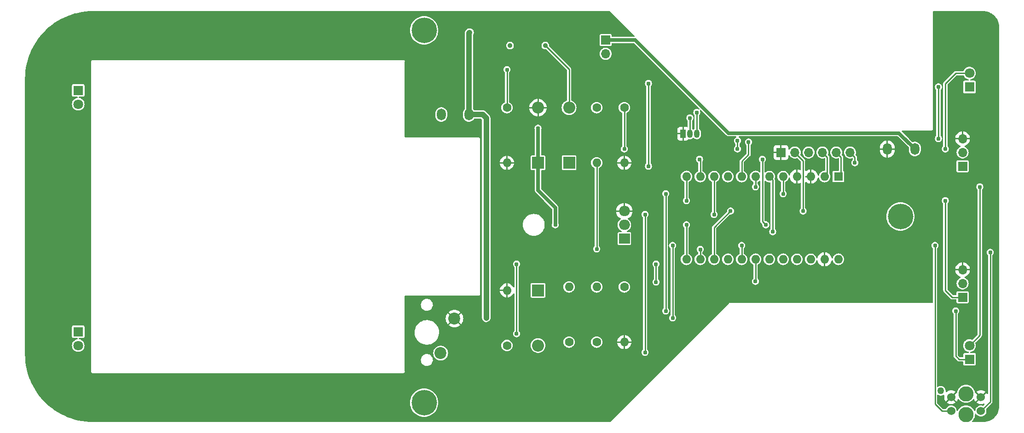
<source format=gbr>
%TF.GenerationSoftware,KiCad,Pcbnew,7.0.5-4d25ed1034~172~ubuntu22.04.1*%
%TF.CreationDate,2023-05-31T11:12:09-04:00*%
%TF.ProjectId,car_control,6361725f-636f-46e7-9472-6f6c2e6b6963,rev?*%
%TF.SameCoordinates,Original*%
%TF.FileFunction,Copper,L2,Bot*%
%TF.FilePolarity,Positive*%
%FSLAX46Y46*%
G04 Gerber Fmt 4.6, Leading zero omitted, Abs format (unit mm)*
G04 Created by KiCad (PCBNEW 7.0.5-4d25ed1034~172~ubuntu22.04.1) date 2023-05-31 11:12:09*
%MOMM*%
%LPD*%
G01*
G04 APERTURE LIST*
%TA.AperFunction,ComponentPad*%
%ADD10O,1.651000X2.159000*%
%TD*%
%TA.AperFunction,ComponentPad*%
%ADD11R,1.800000X1.800000*%
%TD*%
%TA.AperFunction,ComponentPad*%
%ADD12C,1.800000*%
%TD*%
%TA.AperFunction,ComponentPad*%
%ADD13R,1.700000X1.700000*%
%TD*%
%TA.AperFunction,ComponentPad*%
%ADD14O,1.700000X1.700000*%
%TD*%
%TA.AperFunction,ComponentPad*%
%ADD15C,1.600000*%
%TD*%
%TA.AperFunction,ComponentPad*%
%ADD16O,1.600000X1.600000*%
%TD*%
%TA.AperFunction,ComponentPad*%
%ADD17R,2.200000X2.200000*%
%TD*%
%TA.AperFunction,ComponentPad*%
%ADD18O,2.200000X2.200000*%
%TD*%
%TA.AperFunction,ComponentPad*%
%ADD19C,4.700000*%
%TD*%
%TA.AperFunction,ComponentPad*%
%ADD20R,1.600000X1.600000*%
%TD*%
%TA.AperFunction,ComponentPad*%
%ADD21R,1.050000X1.500000*%
%TD*%
%TA.AperFunction,ComponentPad*%
%ADD22O,1.050000X1.500000*%
%TD*%
%TA.AperFunction,ComponentPad*%
%ADD23C,0.900000*%
%TD*%
%TA.AperFunction,ComponentPad*%
%ADD24R,2.000000X1.905000*%
%TD*%
%TA.AperFunction,ComponentPad*%
%ADD25O,2.000000X1.905000*%
%TD*%
%TA.AperFunction,ComponentPad*%
%ADD26C,1.524000*%
%TD*%
%TA.AperFunction,ComponentPad*%
%ADD27C,2.794000*%
%TD*%
%TA.AperFunction,ComponentPad*%
%ADD28C,1.270000*%
%TD*%
%TA.AperFunction,ComponentPad*%
%ADD29C,2.200000*%
%TD*%
%TA.AperFunction,ViaPad*%
%ADD30C,0.787400*%
%TD*%
%TA.AperFunction,Conductor*%
%ADD31C,0.254000*%
%TD*%
%TA.AperFunction,Conductor*%
%ADD32C,0.635000*%
%TD*%
%TA.AperFunction,Conductor*%
%ADD33C,1.016000*%
%TD*%
G04 APERTURE END LIST*
D10*
%TO.P,J4,1,Pin_1*%
%TO.N,Net-(J4-Pin_1)*%
X236474000Y-75565000D03*
%TO.P,J4,2,Pin_2*%
%TO.N,GND*%
X231394000Y-75565000D03*
%TD*%
D11*
%TO.P,D4,1,K*%
%TO.N,Net-(D4-K)*%
X246508000Y-114300000D03*
D12*
%TO.P,D4,2,A*%
%TO.N,Net-(A1-D4)*%
X246508000Y-111760000D03*
%TD*%
D13*
%TO.P,J2,1,Pin_1*%
%TO.N,Net-(A1-D9)*%
X245238000Y-102870000D03*
D14*
%TO.P,J2,2,Pin_2*%
%TO.N,+5V*%
X245238000Y-100330000D03*
%TO.P,J2,3,Pin_3*%
%TO.N,GND*%
X245238000Y-97790000D03*
%TD*%
D11*
%TO.P,D7,1,K*%
%TO.N,Net-(D7-K)*%
X82550000Y-109220000D03*
D12*
%TO.P,D7,2,A*%
%TO.N,Net-(A1-D7)*%
X82550000Y-111760000D03*
%TD*%
D15*
%TO.P,R7,1*%
%TO.N,Net-(Q2-B)*%
X177928000Y-67945000D03*
D16*
%TO.P,R7,2*%
%TO.N,Net-(A1-D16)*%
X177928000Y-78105000D03*
%TD*%
D17*
%TO.P,D2,1,K*%
%TO.N,Net-(D2-K)*%
X167133000Y-78105000D03*
D18*
%TO.P,D2,2,A*%
%TO.N,GND*%
X167133000Y-67945000D03*
%TD*%
D13*
%TO.P,J3,1,Pin_1*%
%TO.N,Net-(A1-D10)*%
X245238000Y-78740000D03*
D14*
%TO.P,J3,2,Pin_2*%
%TO.N,+5V*%
X245238000Y-76200000D03*
%TO.P,J3,3,Pin_3*%
%TO.N,GND*%
X245238000Y-73660000D03*
%TD*%
D17*
%TO.P,D1,1,K*%
%TO.N,+5V*%
X167133000Y-101600000D03*
D18*
%TO.P,D1,2,A*%
%TO.N,Net-(D1-A)*%
X167133000Y-111760000D03*
%TD*%
D19*
%TO.P,H2,1*%
%TO.N,N/C*%
X233808000Y-88009000D03*
%TD*%
D15*
%TO.P,R4,1*%
%TO.N,Net-(D5-K)*%
X183008000Y-67945000D03*
D16*
%TO.P,R4,2*%
%TO.N,GND*%
X183008000Y-78105000D03*
%TD*%
D15*
%TO.P,R2,1*%
%TO.N,/A0*%
X177928000Y-111125000D03*
D16*
%TO.P,R2,2*%
%TO.N,+5V*%
X177928000Y-100965000D03*
%TD*%
D15*
%TO.P,R1,1*%
%TO.N,Net-(A1-D2)*%
X172848000Y-111125000D03*
D16*
%TO.P,R1,2*%
%TO.N,Net-(U1-A)*%
X172848000Y-100965000D03*
%TD*%
D20*
%TO.P,A1,1,D1/TX*%
%TO.N,/RXI*%
X222383000Y-80640000D03*
D16*
%TO.P,A1,2,D0/RX*%
%TO.N,/TXO*%
X219843000Y-80640000D03*
%TO.P,A1,3,GND*%
%TO.N,GND*%
X217303000Y-80640000D03*
%TO.P,A1,4,GND*%
X214763000Y-80640000D03*
%TO.P,A1,5,D2*%
%TO.N,Net-(A1-D2)*%
X212223000Y-80640000D03*
%TO.P,A1,6,D3*%
%TO.N,Net-(A1-D3)*%
X209683000Y-80640000D03*
%TO.P,A1,7,D4*%
%TO.N,Net-(A1-D4)*%
X207143000Y-80640000D03*
%TO.P,A1,8,D5*%
%TO.N,Net-(A1-D5)*%
X204603000Y-80640000D03*
%TO.P,A1,9,D6*%
%TO.N,Net-(A1-D6)*%
X202063000Y-80640000D03*
%TO.P,A1,10,D7*%
%TO.N,Net-(A1-D7)*%
X199523000Y-80640000D03*
%TO.P,A1,11,D8*%
%TO.N,/DTR*%
X196983000Y-80640000D03*
%TO.P,A1,12,D9*%
%TO.N,Net-(A1-D9)*%
X194443000Y-80640000D03*
%TO.P,A1,13,D10*%
%TO.N,Net-(A1-D10)*%
X194443000Y-95880000D03*
%TO.P,A1,14,D16*%
%TO.N,Net-(A1-D16)*%
X196983000Y-95880000D03*
%TO.P,A1,15,D14*%
%TO.N,/CTS*%
X199523000Y-95880000D03*
%TO.P,A1,16,D15*%
%TO.N,unconnected-(A1-D15-Pad16)*%
X202063000Y-95880000D03*
%TO.P,A1,17,A0*%
%TO.N,/A0*%
X204603000Y-95880000D03*
%TO.P,A1,18,A1*%
%TO.N,Net-(A1-A1)*%
X207143000Y-95880000D03*
%TO.P,A1,19,A2*%
%TO.N,unconnected-(A1-A2-Pad19)*%
X209683000Y-95880000D03*
%TO.P,A1,20,A3*%
%TO.N,unconnected-(A1-A3-Pad20)*%
X212223000Y-95880000D03*
%TO.P,A1,21,+5V*%
%TO.N,+5V*%
X214763000Y-95880000D03*
%TO.P,A1,22,~{RESET}*%
%TO.N,unconnected-(A1-~{RESET}-Pad22)*%
X217303000Y-95880000D03*
%TO.P,A1,23,GND*%
%TO.N,GND*%
X219843000Y-95880000D03*
%TO.P,A1,24*%
%TO.N,N/C*%
X222383000Y-95880000D03*
%TD*%
D19*
%TO.P,H1,1*%
%TO.N,N/C*%
X146178000Y-53719000D03*
%TD*%
D21*
%TO.P,Q2,1,E*%
%TO.N,GND*%
X193803000Y-72750000D03*
D22*
%TO.P,Q2,2,B*%
%TO.N,Net-(Q2-B)*%
X195073000Y-72750000D03*
%TO.P,Q2,3,C*%
%TO.N,Net-(D3-A)*%
X196343000Y-72750000D03*
%TD*%
D10*
%TO.P,J1,1,Pin_1*%
%TO.N,Net-(D1-A)*%
X154433000Y-69215000D03*
%TO.P,J1,2,Pin_2*%
%TO.N,Net-(D2-K)*%
X149353000Y-69215000D03*
%TD*%
D19*
%TO.P,H3,1*%
%TO.N,N/C*%
X146178000Y-122299000D03*
%TD*%
D23*
%TO.P,LS1,1,1*%
%TO.N,+5V*%
X161978000Y-56515000D03*
%TO.P,LS1,2,2*%
%TO.N,Net-(D3-A)*%
X168478000Y-56515000D03*
%TD*%
D11*
%TO.P,D6,1,K*%
%TO.N,Net-(D6-K)*%
X82550000Y-64770000D03*
D12*
%TO.P,D6,2,A*%
%TO.N,Net-(A1-D6)*%
X82550000Y-67310000D03*
%TD*%
D15*
%TO.P,R6,1*%
%TO.N,Net-(D7-K)*%
X161418000Y-111760000D03*
D16*
%TO.P,R6,2*%
%TO.N,GND*%
X161418000Y-101600000D03*
%TD*%
D15*
%TO.P,R3,1*%
%TO.N,Net-(D4-K)*%
X183008000Y-100965000D03*
D16*
%TO.P,R3,2*%
%TO.N,GND*%
X183008000Y-111125000D03*
%TD*%
D24*
%TO.P,Q1,1,G*%
%TO.N,Net-(A1-D3)*%
X183008000Y-92075000D03*
D25*
%TO.P,Q1,2,D*%
%TO.N,Net-(D2-K)*%
X183008000Y-89535000D03*
%TO.P,Q1,3,S*%
%TO.N,GND*%
X183008000Y-86995000D03*
%TD*%
D11*
%TO.P,D5,1,K*%
%TO.N,Net-(D5-K)*%
X246508000Y-64135000D03*
D12*
%TO.P,D5,2,A*%
%TO.N,Net-(A1-D5)*%
X246508000Y-61595000D03*
%TD*%
D13*
%TO.P,J5,1,Pin_1*%
%TO.N,GND*%
X211836000Y-76200000D03*
D14*
%TO.P,J5,2,Pin_2*%
%TO.N,/CTS*%
X214376000Y-76200000D03*
%TO.P,J5,3,Pin_3*%
%TO.N,+5V*%
X216916000Y-76200000D03*
%TO.P,J5,4,Pin_4*%
%TO.N,/TXO*%
X219456000Y-76200000D03*
%TO.P,J5,5,Pin_5*%
%TO.N,/RXI*%
X221996000Y-76200000D03*
%TO.P,J5,6,Pin_6*%
%TO.N,/DTR*%
X224536000Y-76200000D03*
%TD*%
D17*
%TO.P,D3,1,K*%
%TO.N,+5V*%
X172848000Y-78105000D03*
D18*
%TO.P,D3,2,A*%
%TO.N,Net-(D3-A)*%
X172848000Y-67945000D03*
%TD*%
D15*
%TO.P,R5,1*%
%TO.N,Net-(D6-K)*%
X161418000Y-67945000D03*
D16*
%TO.P,R5,2*%
%TO.N,GND*%
X161418000Y-78105000D03*
%TD*%
D13*
%TO.P,SW1,1,A*%
%TO.N,Net-(J4-Pin_1)*%
X179578000Y-55494000D03*
D14*
%TO.P,SW1,2,B*%
%TO.N,Net-(D1-A)*%
X179578000Y-58034000D03*
%TD*%
D26*
%TO.P,U1,1,A*%
%TO.N,Net-(U1-A)*%
X248616200Y-123825000D03*
%TO.P,U1,2,C*%
%TO.N,GND*%
X248616200Y-121285000D03*
%TO.P,U1,3,C*%
%TO.N,/A0*%
X243129800Y-123825000D03*
%TO.P,U1,4,E*%
%TO.N,GND*%
X243129800Y-121285000D03*
D27*
%TO.P,U1,5*%
%TO.N,N/C*%
X245873000Y-124460000D03*
%TO.P,U1,6*%
X245873000Y-120650000D03*
D28*
%TO.P,U1,7*%
X241224800Y-120116600D03*
%TD*%
D29*
%TO.P,SW2,1,1*%
%TO.N,GND*%
X151765000Y-106807000D03*
%TO.P,SW2,2,2*%
%TO.N,Net-(A1-A1)*%
X149225000Y-113157000D03*
%TD*%
D30*
%TO.N,Net-(A1-D2)*%
X190628000Y-83820000D03*
X212218000Y-83820000D03*
X190628000Y-105410000D03*
%TO.N,Net-(A1-D3)*%
X210313000Y-90805000D03*
%TO.N,Net-(A1-D4)*%
X248413000Y-82550000D03*
X207138000Y-82550000D03*
%TO.N,Net-(A1-D5)*%
X205867000Y-74295000D03*
X242063000Y-75565000D03*
%TO.N,Net-(A1-D6)*%
X187453000Y-63500000D03*
X187453000Y-78740000D03*
%TO.N,Net-(A1-D7)*%
X186818000Y-113030000D03*
X199518000Y-87630000D03*
X186818000Y-87630000D03*
%TO.N,/DTR*%
X196850000Y-77470000D03*
X225425000Y-78105000D03*
%TO.N,Net-(A1-D9)*%
X194438000Y-85090000D03*
X242063000Y-85090000D03*
%TO.N,Net-(A1-D10)*%
X208408000Y-77470000D03*
X194438000Y-89535000D03*
X209043000Y-89535000D03*
%TO.N,Net-(A1-D16)*%
X177928000Y-93980000D03*
X196978000Y-94065200D03*
%TO.N,/CTS*%
X202565000Y-86995000D03*
X215900000Y-86995000D03*
%TO.N,/A0*%
X191898000Y-106680000D03*
X240158000Y-93345000D03*
X191898000Y-93345000D03*
X204598000Y-93345000D03*
%TO.N,Net-(A1-A1)*%
X207137000Y-99949000D03*
X163195000Y-96774000D03*
X188849000Y-100076000D03*
X163195000Y-109601000D03*
X188849000Y-96774000D03*
%TO.N,Net-(D1-A)*%
X154559000Y-54102000D03*
X157608000Y-106680000D03*
%TO.N,Net-(D2-K)*%
X167133000Y-71755000D03*
X170308000Y-89535000D03*
%TO.N,Net-(U1-A)*%
X250318000Y-94615000D03*
%TO.N,Net-(D4-K)*%
X243968000Y-105410000D03*
%TO.N,Net-(D5-K)*%
X240793000Y-64135000D03*
X183008000Y-75565000D03*
X240793000Y-73660000D03*
X203835000Y-74041000D03*
X203835000Y-75565000D03*
%TO.N,Net-(D6-K)*%
X161418000Y-60960000D03*
%TO.N,Net-(D3-A)*%
X196343000Y-68834000D03*
%TO.N,Net-(Q2-B)*%
X195073000Y-69850000D03*
%TD*%
D31*
%TO.N,/RXI*%
X221996000Y-76200000D02*
X222885000Y-77089000D01*
X222885000Y-80138000D02*
X222383000Y-80640000D01*
X222885000Y-77089000D02*
X222885000Y-80138000D01*
%TO.N,/TXO*%
X220345000Y-77089000D02*
X220345000Y-80138000D01*
X220345000Y-80138000D02*
X219843000Y-80640000D01*
X219456000Y-76200000D02*
X220345000Y-77089000D01*
%TO.N,Net-(A1-D2)*%
X190628000Y-105410000D02*
X190628000Y-83820000D01*
X212223000Y-83815000D02*
X212223000Y-80640000D01*
X212218000Y-83820000D02*
X212223000Y-83815000D01*
%TO.N,Net-(A1-D3)*%
X210313000Y-81270000D02*
X209683000Y-80640000D01*
X210313000Y-90805000D02*
X210313000Y-81270000D01*
%TO.N,Net-(A1-D4)*%
X207138000Y-80645000D02*
X207143000Y-80640000D01*
X246508000Y-111760000D02*
X248413000Y-109855000D01*
X248413000Y-109855000D02*
X248413000Y-82550000D01*
X207138000Y-82550000D02*
X207138000Y-80645000D01*
%TO.N,Net-(A1-D5)*%
X242063000Y-63500000D02*
X243968000Y-61595000D01*
X204603000Y-80640000D02*
X204603000Y-77845000D01*
X243968000Y-61595000D02*
X246508000Y-61595000D01*
X205867000Y-76581000D02*
X205867000Y-74295000D01*
X204603000Y-77845000D02*
X205867000Y-76581000D01*
X242063000Y-75565000D02*
X242063000Y-63500000D01*
%TO.N,Net-(A1-D6)*%
X187453000Y-63500000D02*
X187453000Y-78740000D01*
%TO.N,Net-(A1-D7)*%
X199523000Y-87625000D02*
X199523000Y-80640000D01*
X186818000Y-113030000D02*
X186818000Y-87630000D01*
X199518000Y-87630000D02*
X199523000Y-87625000D01*
%TO.N,/DTR*%
X196850000Y-77470000D02*
X196983000Y-77603000D01*
X196983000Y-77603000D02*
X196983000Y-80640000D01*
X224536000Y-76200000D02*
X225425000Y-77089000D01*
X225425000Y-77089000D02*
X225425000Y-78105000D01*
%TO.N,Net-(A1-D9)*%
X245238000Y-102870000D02*
X243333000Y-102870000D01*
X243333000Y-102870000D02*
X242063000Y-101600000D01*
X194438000Y-85090000D02*
X194443000Y-85085000D01*
X194443000Y-85085000D02*
X194443000Y-80640000D01*
X242063000Y-101600000D02*
X242063000Y-85090000D01*
%TO.N,Net-(A1-D10)*%
X208408000Y-77470000D02*
X208408000Y-88900000D01*
X208408000Y-88900000D02*
X209043000Y-89535000D01*
X194443000Y-89540000D02*
X194443000Y-95880000D01*
X194438000Y-89535000D02*
X194443000Y-89540000D01*
%TO.N,Net-(A1-D16)*%
X177928000Y-78105000D02*
X177928000Y-93980000D01*
X196978000Y-95875000D02*
X196983000Y-95880000D01*
X196978000Y-94065200D02*
X196978000Y-95875000D01*
%TO.N,/CTS*%
X199523000Y-90037000D02*
X199523000Y-95880000D01*
X215900000Y-77724000D02*
X215900000Y-86995000D01*
X202565000Y-86995000D02*
X199523000Y-90037000D01*
X214376000Y-76200000D02*
X215900000Y-77724000D01*
%TO.N,/A0*%
X243129800Y-123825000D02*
X241428000Y-123825000D01*
X204598000Y-93345000D02*
X204598000Y-95875000D01*
X191898000Y-106680000D02*
X191898000Y-93345000D01*
X240158000Y-122555000D02*
X240158000Y-93345000D01*
X204598000Y-95875000D02*
X204603000Y-95880000D01*
X241428000Y-123825000D02*
X240158000Y-122555000D01*
%TO.N,Net-(A1-A1)*%
X207143000Y-99943000D02*
X207143000Y-95880000D01*
X188849000Y-96774000D02*
X188849000Y-100076000D01*
X163195000Y-109601000D02*
X163195000Y-96774000D01*
X207137000Y-99949000D02*
X207143000Y-99943000D01*
D32*
%TO.N,Net-(J4-Pin_1)*%
X236474000Y-75565000D02*
X233553000Y-72644000D01*
X185034000Y-55494000D02*
X179578000Y-55494000D01*
X233553000Y-72644000D02*
X202184000Y-72644000D01*
X202184000Y-72644000D02*
X185034000Y-55494000D01*
D33*
%TO.N,Net-(D1-A)*%
X154433000Y-54228000D02*
X154559000Y-54102000D01*
X157608000Y-106680000D02*
X157608000Y-69850000D01*
X157608000Y-69850000D02*
X156973000Y-69215000D01*
X156973000Y-69215000D02*
X154433000Y-69215000D01*
X154433000Y-69215000D02*
X154433000Y-54228000D01*
D32*
%TO.N,Net-(D2-K)*%
X167133000Y-83185000D02*
X170308000Y-86360000D01*
X170308000Y-86360000D02*
X170308000Y-89535000D01*
X167133000Y-78105000D02*
X167133000Y-83185000D01*
X167133000Y-71755000D02*
X167133000Y-78105000D01*
D31*
%TO.N,Net-(U1-A)*%
X250318000Y-94615000D02*
X250318000Y-122123200D01*
X250318000Y-122123200D02*
X248616200Y-123825000D01*
%TO.N,Net-(D4-K)*%
X244603000Y-114300000D02*
X246508000Y-114300000D01*
X243968000Y-113665000D02*
X244603000Y-114300000D01*
X243968000Y-105410000D02*
X243968000Y-113665000D01*
%TO.N,Net-(D5-K)*%
X203835000Y-75565000D02*
X203835000Y-74041000D01*
X183008000Y-67945000D02*
X183008000Y-75565000D01*
X240793000Y-73660000D02*
X240793000Y-64135000D01*
%TO.N,Net-(D6-K)*%
X161418000Y-60960000D02*
X161418000Y-67945000D01*
%TO.N,Net-(D3-A)*%
X168478000Y-56515000D02*
X172848000Y-60885000D01*
X172848000Y-60885000D02*
X172848000Y-67945000D01*
X196343000Y-72750000D02*
X196343000Y-68834000D01*
%TO.N,Net-(Q2-B)*%
X195073000Y-69850000D02*
X195073000Y-72750000D01*
%TD*%
%TA.AperFunction,Conductor*%
%TO.N,GND*%
G36*
X215461539Y-80532685D02*
G01*
X215507294Y-80585489D01*
X215518500Y-80637000D01*
X215518500Y-80643000D01*
X215498815Y-80710039D01*
X215446011Y-80755794D01*
X215394500Y-80767000D01*
X215147221Y-80767000D01*
X215148165Y-80765148D01*
X215167986Y-80640000D01*
X215148165Y-80514852D01*
X215147221Y-80513000D01*
X215394500Y-80513000D01*
X215461539Y-80532685D01*
G37*
%TD.AperFunction*%
%TA.AperFunction,Conductor*%
G36*
X216917835Y-80514852D02*
G01*
X216898014Y-80640000D01*
X216917835Y-80765148D01*
X216918779Y-80767000D01*
X216405500Y-80767000D01*
X216338461Y-80747315D01*
X216292706Y-80694511D01*
X216281500Y-80643000D01*
X216281500Y-80637000D01*
X216301185Y-80569961D01*
X216353989Y-80524206D01*
X216405500Y-80513000D01*
X216918779Y-80513000D01*
X216917835Y-80514852D01*
G37*
%TD.AperFunction*%
%TA.AperFunction,Conductor*%
G36*
X180377259Y-50185185D02*
G01*
X180397901Y-50201819D01*
X182706468Y-52510386D01*
X184906402Y-54710319D01*
X184939887Y-54771642D01*
X184934903Y-54841334D01*
X184893031Y-54897267D01*
X184827567Y-54921684D01*
X184818721Y-54922000D01*
X180806499Y-54922000D01*
X180739460Y-54902315D01*
X180693705Y-54849511D01*
X180682499Y-54798000D01*
X180682499Y-54618936D01*
X180682499Y-54618934D01*
X180667734Y-54544699D01*
X180632454Y-54491899D01*
X180611484Y-54460515D01*
X180561019Y-54426796D01*
X180527301Y-54404266D01*
X180527299Y-54404265D01*
X180527296Y-54404264D01*
X180453069Y-54389500D01*
X178702936Y-54389500D01*
X178628698Y-54404266D01*
X178544515Y-54460515D01*
X178488266Y-54544699D01*
X178488264Y-54544703D01*
X178473500Y-54618928D01*
X178473500Y-56369063D01*
X178488266Y-56443301D01*
X178544515Y-56527484D01*
X178578234Y-56550014D01*
X178628699Y-56583734D01*
X178628702Y-56583734D01*
X178628703Y-56583735D01*
X178653666Y-56588700D01*
X178702933Y-56598500D01*
X180453066Y-56598499D01*
X180527301Y-56583734D01*
X180611484Y-56527484D01*
X180667734Y-56443301D01*
X180682500Y-56369067D01*
X180682500Y-56190000D01*
X180702185Y-56122961D01*
X180754989Y-56077206D01*
X180806500Y-56066000D01*
X184745708Y-56066000D01*
X184812747Y-56085685D01*
X184833389Y-56102319D01*
X196798168Y-68067098D01*
X196831653Y-68128421D01*
X196826669Y-68198113D01*
X196784797Y-68254046D01*
X196719333Y-68278463D01*
X196652862Y-68264576D01*
X196574541Y-68223470D01*
X196421707Y-68185800D01*
X196421706Y-68185800D01*
X196264294Y-68185800D01*
X196264293Y-68185800D01*
X196111460Y-68223469D01*
X195972073Y-68296625D01*
X195854253Y-68401005D01*
X195764833Y-68530551D01*
X195709013Y-68677735D01*
X195709012Y-68677738D01*
X195690039Y-68833999D01*
X195690039Y-68834000D01*
X195709012Y-68990261D01*
X195709013Y-68990264D01*
X195764832Y-69137446D01*
X195854252Y-69266993D01*
X195919727Y-69324999D01*
X195956854Y-69384188D01*
X195961500Y-69417814D01*
X195961500Y-69739872D01*
X195941815Y-69806911D01*
X195889352Y-69852370D01*
X195929406Y-69876885D01*
X195959821Y-69939788D01*
X195961500Y-69960127D01*
X195961500Y-71775572D01*
X195941815Y-71842611D01*
X195903473Y-71880565D01*
X195853918Y-71911703D01*
X195853916Y-71911704D01*
X195795681Y-71969940D01*
X195734358Y-72003425D01*
X195664666Y-71998441D01*
X195620319Y-71969940D01*
X195562083Y-71911704D01*
X195562081Y-71911703D01*
X195512527Y-71880565D01*
X195466236Y-71828230D01*
X195454500Y-71775572D01*
X195454500Y-70433814D01*
X195474185Y-70366775D01*
X195496271Y-70341000D01*
X195561748Y-70282993D01*
X195651168Y-70153446D01*
X195706987Y-70006264D01*
X195714403Y-69945181D01*
X195742026Y-69881003D01*
X195789720Y-69848849D01*
X195756297Y-69833585D01*
X195718523Y-69774807D01*
X195714404Y-69754819D01*
X195706987Y-69693737D01*
X195706987Y-69693736D01*
X195651168Y-69546554D01*
X195561748Y-69417007D01*
X195524703Y-69384188D01*
X195443926Y-69312625D01*
X195304539Y-69239469D01*
X195151707Y-69201800D01*
X195151706Y-69201800D01*
X194994294Y-69201800D01*
X194994293Y-69201800D01*
X194841460Y-69239469D01*
X194702073Y-69312625D01*
X194584253Y-69417005D01*
X194494833Y-69546551D01*
X194439013Y-69693735D01*
X194439012Y-69693738D01*
X194420039Y-69849999D01*
X194420039Y-69850000D01*
X194439012Y-70006261D01*
X194439013Y-70006264D01*
X194494832Y-70153446D01*
X194584252Y-70282993D01*
X194649727Y-70340999D01*
X194686854Y-70400188D01*
X194691500Y-70433814D01*
X194691500Y-71414798D01*
X194671815Y-71481837D01*
X194619011Y-71527592D01*
X194549853Y-71537536D01*
X194524168Y-71530980D01*
X194437100Y-71498506D01*
X194376581Y-71492000D01*
X193930000Y-71492000D01*
X193930000Y-72397116D01*
X193865576Y-72375000D01*
X193771927Y-72375000D01*
X193679554Y-72390414D01*
X193676000Y-72392337D01*
X193676000Y-71492000D01*
X193229418Y-71492000D01*
X193168902Y-71498506D01*
X193032038Y-71549553D01*
X193032038Y-71549554D01*
X192915096Y-71637096D01*
X192827554Y-71754038D01*
X192827553Y-71754038D01*
X192776506Y-71890902D01*
X192770000Y-71951418D01*
X192770000Y-72623000D01*
X193449218Y-72623000D01*
X193434449Y-72656670D01*
X193424114Y-72781395D01*
X193448324Y-72877000D01*
X192770000Y-72877000D01*
X192770000Y-73548581D01*
X192776506Y-73609097D01*
X192827553Y-73745961D01*
X192915096Y-73862903D01*
X193032038Y-73950445D01*
X193032038Y-73950446D01*
X193168902Y-74001493D01*
X193229418Y-74007999D01*
X193229420Y-74008000D01*
X193676000Y-74008000D01*
X193676000Y-73102883D01*
X193740424Y-73125000D01*
X193834073Y-73125000D01*
X193926446Y-73109586D01*
X193930000Y-73107662D01*
X193930000Y-74008000D01*
X194376580Y-74008000D01*
X194376581Y-74007999D01*
X194437097Y-74001493D01*
X194573961Y-73950446D01*
X194573961Y-73950445D01*
X194690905Y-73862902D01*
X194752576Y-73780519D01*
X194808509Y-73738647D01*
X194878201Y-73733663D01*
X194892784Y-73737783D01*
X194898447Y-73739765D01*
X194898451Y-73739765D01*
X194898453Y-73739766D01*
X195072996Y-73759432D01*
X195073000Y-73759432D01*
X195073004Y-73759432D01*
X195247544Y-73739766D01*
X195247543Y-73739766D01*
X195247553Y-73739765D01*
X195413352Y-73681749D01*
X195562085Y-73588294D01*
X195620319Y-73530060D01*
X195681642Y-73496575D01*
X195751334Y-73501559D01*
X195795680Y-73530060D01*
X195853915Y-73588294D01*
X195887023Y-73609097D01*
X196002645Y-73681747D01*
X196002648Y-73681749D01*
X196151008Y-73733663D01*
X196168447Y-73739765D01*
X196168453Y-73739765D01*
X196168455Y-73739766D01*
X196342996Y-73759432D01*
X196343000Y-73759432D01*
X196343004Y-73759432D01*
X196517544Y-73739766D01*
X196517543Y-73739766D01*
X196517553Y-73739765D01*
X196683352Y-73681749D01*
X196832085Y-73588294D01*
X196956294Y-73464085D01*
X197049749Y-73315352D01*
X197107765Y-73149553D01*
X197122500Y-73018774D01*
X197122500Y-72481226D01*
X197107765Y-72350447D01*
X197049749Y-72184648D01*
X196956294Y-72035915D01*
X196832085Y-71911706D01*
X196832083Y-71911704D01*
X196832081Y-71911703D01*
X196782527Y-71880565D01*
X196736236Y-71828230D01*
X196724500Y-71775572D01*
X196724500Y-69417814D01*
X196744185Y-69350775D01*
X196766271Y-69325000D01*
X196831748Y-69266993D01*
X196921168Y-69137446D01*
X196976987Y-68990264D01*
X196995961Y-68834000D01*
X196976987Y-68677736D01*
X196921168Y-68530554D01*
X196921166Y-68530551D01*
X196918508Y-68523542D01*
X196921153Y-68522538D01*
X196910012Y-68466956D01*
X196935499Y-68401900D01*
X196992111Y-68360951D01*
X197061875Y-68357109D01*
X197121215Y-68390146D01*
X201750154Y-73019084D01*
X201755495Y-73025174D01*
X201776045Y-73051955D01*
X201895532Y-73143641D01*
X201895535Y-73143642D01*
X201895536Y-73143643D01*
X201921619Y-73154447D01*
X201956753Y-73169000D01*
X202034678Y-73201278D01*
X202109338Y-73211107D01*
X202183999Y-73220936D01*
X202184000Y-73220936D01*
X202184001Y-73220936D01*
X202197338Y-73219179D01*
X202217462Y-73216530D01*
X202225561Y-73216000D01*
X203509010Y-73216000D01*
X203576049Y-73235685D01*
X203621804Y-73288489D01*
X203631748Y-73357647D01*
X203602723Y-73421203D01*
X203566638Y-73449794D01*
X203526114Y-73471064D01*
X203464073Y-73503625D01*
X203346253Y-73608005D01*
X203256833Y-73737551D01*
X203201013Y-73884735D01*
X203201012Y-73884738D01*
X203182039Y-74040999D01*
X203182039Y-74041000D01*
X203201012Y-74197261D01*
X203201013Y-74197264D01*
X203256832Y-74344446D01*
X203346252Y-74473993D01*
X203411727Y-74531999D01*
X203448854Y-74591188D01*
X203453500Y-74624814D01*
X203453500Y-74981185D01*
X203433815Y-75048224D01*
X203411728Y-75074000D01*
X203346252Y-75132006D01*
X203346250Y-75132009D01*
X203256833Y-75261551D01*
X203201013Y-75408735D01*
X203201012Y-75408738D01*
X203182039Y-75564999D01*
X203182039Y-75565000D01*
X203201012Y-75721261D01*
X203201013Y-75721264D01*
X203230606Y-75799295D01*
X203256833Y-75868448D01*
X203293886Y-75922128D01*
X203340842Y-75990156D01*
X203346253Y-75997994D01*
X203464073Y-76102374D01*
X203464074Y-76102374D01*
X203464076Y-76102376D01*
X203603457Y-76175529D01*
X203603459Y-76175529D01*
X203603460Y-76175530D01*
X203756293Y-76213200D01*
X203756294Y-76213200D01*
X203913707Y-76213200D01*
X204066539Y-76175530D01*
X204066539Y-76175529D01*
X204066543Y-76175529D01*
X204205924Y-76102376D01*
X204323748Y-75997993D01*
X204413168Y-75868446D01*
X204468987Y-75721264D01*
X204487961Y-75565000D01*
X204468987Y-75408736D01*
X204413168Y-75261554D01*
X204411787Y-75259554D01*
X204375548Y-75207052D01*
X204323748Y-75132007D01*
X204258271Y-75073999D01*
X204221146Y-75014810D01*
X204216500Y-74981185D01*
X204216500Y-74811775D01*
X204216500Y-74624810D01*
X204236183Y-74557775D01*
X204258271Y-74532000D01*
X204323748Y-74473993D01*
X204413168Y-74344446D01*
X204468987Y-74197264D01*
X204487961Y-74041000D01*
X204468987Y-73884736D01*
X204413168Y-73737554D01*
X204323748Y-73608007D01*
X204274990Y-73564811D01*
X204205926Y-73503625D01*
X204192493Y-73496575D01*
X204103362Y-73449795D01*
X204053152Y-73401212D01*
X204037177Y-73333193D01*
X204060512Y-73267335D01*
X204115748Y-73224548D01*
X204160990Y-73216000D01*
X233264708Y-73216000D01*
X233331747Y-73235685D01*
X233352389Y-73252319D01*
X235357681Y-75257611D01*
X235391166Y-75318934D01*
X235393999Y-75345291D01*
X235394000Y-75870451D01*
X235408693Y-76024321D01*
X235466802Y-76222221D01*
X235515218Y-76316136D01*
X235561315Y-76405552D01*
X235688809Y-76567673D01*
X235688812Y-76567676D01*
X235844691Y-76702746D01*
X236023307Y-76805870D01*
X236023308Y-76805870D01*
X236023311Y-76805872D01*
X236154966Y-76851438D01*
X236212018Y-76871184D01*
X236218222Y-76873331D01*
X236422378Y-76902684D01*
X236628399Y-76892870D01*
X236828840Y-76844244D01*
X237016456Y-76758562D01*
X237184467Y-76638923D01*
X237326799Y-76489649D01*
X237438309Y-76316136D01*
X237514966Y-76124655D01*
X237554000Y-75922128D01*
X237554000Y-75565000D01*
X241410039Y-75565000D01*
X241429012Y-75721261D01*
X241429013Y-75721264D01*
X241458606Y-75799295D01*
X241484833Y-75868448D01*
X241521886Y-75922128D01*
X241568842Y-75990156D01*
X241574253Y-75997994D01*
X241692073Y-76102374D01*
X241692074Y-76102374D01*
X241692076Y-76102376D01*
X241831457Y-76175529D01*
X241831459Y-76175529D01*
X241831460Y-76175530D01*
X241984293Y-76213200D01*
X241984294Y-76213200D01*
X242141707Y-76213200D01*
X242294539Y-76175530D01*
X242294539Y-76175529D01*
X242294543Y-76175529D01*
X242433924Y-76102376D01*
X242551748Y-75997993D01*
X242641168Y-75868446D01*
X242696987Y-75721264D01*
X242715961Y-75565000D01*
X242696987Y-75408736D01*
X242641168Y-75261554D01*
X242639787Y-75259554D01*
X242603548Y-75207052D01*
X242551748Y-75132007D01*
X242486271Y-75073999D01*
X242449146Y-75014810D01*
X242444500Y-74981185D01*
X242444500Y-73787000D01*
X243885870Y-73787000D01*
X243893931Y-73884287D01*
X243949178Y-74102453D01*
X244039582Y-74308553D01*
X244162673Y-74496956D01*
X244162676Y-74496960D01*
X244315101Y-74662537D01*
X244492701Y-74800769D01*
X244690626Y-74907881D01*
X244690635Y-74907884D01*
X244806983Y-74947827D01*
X244863998Y-74988212D01*
X244890129Y-75053012D01*
X244877078Y-75121652D01*
X244828989Y-75172339D01*
X244811515Y-75180734D01*
X244743581Y-75207052D01*
X244743569Y-75207057D01*
X244569539Y-75314812D01*
X244569537Y-75314814D01*
X244418269Y-75452712D01*
X244294912Y-75616064D01*
X244203673Y-75799295D01*
X244147654Y-75996183D01*
X244128768Y-76199999D01*
X244128768Y-76200000D01*
X244147654Y-76403816D01*
X244147654Y-76403818D01*
X244147655Y-76403821D01*
X244157566Y-76438653D01*
X244203673Y-76600704D01*
X244294912Y-76783935D01*
X244418269Y-76947287D01*
X244569537Y-77085185D01*
X244569539Y-77085187D01*
X244743569Y-77192942D01*
X244743575Y-77192945D01*
X244773126Y-77204393D01*
X244934444Y-77266888D01*
X245135653Y-77304500D01*
X245135656Y-77304500D01*
X245340344Y-77304500D01*
X245340347Y-77304500D01*
X245541556Y-77266888D01*
X245732427Y-77192944D01*
X245906462Y-77085186D01*
X246057732Y-76947285D01*
X246181088Y-76783935D01*
X246272328Y-76600701D01*
X246328345Y-76403821D01*
X246347232Y-76200000D01*
X246344964Y-76175530D01*
X246338186Y-76102376D01*
X246328345Y-75996179D01*
X246272328Y-75799299D01*
X246181088Y-75616065D01*
X246057732Y-75452715D01*
X246057730Y-75452712D01*
X245906462Y-75314814D01*
X245906460Y-75314812D01*
X245732430Y-75207057D01*
X245732424Y-75207054D01*
X245664485Y-75180735D01*
X245609083Y-75138162D01*
X245585493Y-75072395D01*
X245601204Y-75004314D01*
X245651228Y-74955536D01*
X245669017Y-74947827D01*
X245785361Y-74907886D01*
X245785373Y-74907881D01*
X245983298Y-74800769D01*
X246160898Y-74662537D01*
X246313323Y-74496960D01*
X246313326Y-74496956D01*
X246436417Y-74308553D01*
X246526821Y-74102453D01*
X246582068Y-73884287D01*
X246590130Y-73787000D01*
X245721818Y-73787000D01*
X245738000Y-73731889D01*
X245738000Y-73588111D01*
X245721818Y-73533000D01*
X246590129Y-73533000D01*
X246582068Y-73435712D01*
X246526821Y-73217546D01*
X246436417Y-73011446D01*
X246313326Y-72823043D01*
X246313323Y-72823039D01*
X246160898Y-72657462D01*
X245983298Y-72519230D01*
X245785373Y-72412118D01*
X245785364Y-72412115D01*
X245572514Y-72339043D01*
X245365000Y-72304415D01*
X245365000Y-73173118D01*
X245273763Y-73160000D01*
X245202237Y-73160000D01*
X245110999Y-73173118D01*
X245110999Y-72304415D01*
X245110998Y-72304415D01*
X244903485Y-72339043D01*
X244690635Y-72412115D01*
X244690626Y-72412118D01*
X244492701Y-72519230D01*
X244315101Y-72657462D01*
X244162676Y-72823039D01*
X244162673Y-72823043D01*
X244039582Y-73011446D01*
X243949178Y-73217546D01*
X243893931Y-73435712D01*
X243885870Y-73533000D01*
X244754182Y-73533000D01*
X244738000Y-73588111D01*
X244738000Y-73731889D01*
X244754182Y-73787000D01*
X243885870Y-73787000D01*
X242444500Y-73787000D01*
X242444500Y-63709384D01*
X242464185Y-63642345D01*
X242480819Y-63621703D01*
X244089704Y-62012819D01*
X244151027Y-61979334D01*
X244177385Y-61976500D01*
X245331478Y-61976500D01*
X245398517Y-61996185D01*
X245442478Y-62045229D01*
X245522217Y-62205368D01*
X245522219Y-62205370D01*
X245651159Y-62376114D01*
X245809278Y-62520258D01*
X245809283Y-62520261D01*
X245809286Y-62520263D01*
X245991186Y-62632891D01*
X245991187Y-62632891D01*
X245991190Y-62632893D01*
X246190703Y-62710185D01*
X246321379Y-62734612D01*
X246383657Y-62766279D01*
X246418930Y-62826591D01*
X246415996Y-62896399D01*
X246375788Y-62953540D01*
X246311069Y-62979871D01*
X246298591Y-62980500D01*
X245582936Y-62980500D01*
X245508698Y-62995266D01*
X245424515Y-63051515D01*
X245368266Y-63135699D01*
X245368264Y-63135703D01*
X245353500Y-63209928D01*
X245353500Y-65060063D01*
X245368266Y-65134301D01*
X245424515Y-65218484D01*
X245458234Y-65241014D01*
X245508699Y-65274734D01*
X245508702Y-65274734D01*
X245508703Y-65274735D01*
X245533666Y-65279700D01*
X245582933Y-65289500D01*
X247433066Y-65289499D01*
X247507301Y-65274734D01*
X247591484Y-65218484D01*
X247647734Y-65134301D01*
X247662500Y-65060067D01*
X247662499Y-63209934D01*
X247647734Y-63135699D01*
X247601834Y-63067005D01*
X247591484Y-63051515D01*
X247541019Y-63017796D01*
X247507301Y-62995266D01*
X247507299Y-62995265D01*
X247507296Y-62995264D01*
X247433071Y-62980500D01*
X246717409Y-62980500D01*
X246650370Y-62960815D01*
X246604615Y-62908011D01*
X246594671Y-62838853D01*
X246623696Y-62775297D01*
X246682474Y-62737523D01*
X246694605Y-62734615D01*
X246825297Y-62710185D01*
X247024810Y-62632893D01*
X247206722Y-62520258D01*
X247364841Y-62376114D01*
X247493781Y-62205370D01*
X247589151Y-62013840D01*
X247589151Y-62013837D01*
X247589153Y-62013835D01*
X247647703Y-61808050D01*
X247647704Y-61808047D01*
X247667446Y-61595000D01*
X247667446Y-61594999D01*
X247647704Y-61381952D01*
X247647703Y-61381949D01*
X247589153Y-61176164D01*
X247589150Y-61176158D01*
X247573521Y-61144771D01*
X247493781Y-60984630D01*
X247364841Y-60813886D01*
X247206722Y-60669742D01*
X247206716Y-60669738D01*
X247206713Y-60669736D01*
X247024813Y-60557108D01*
X247024807Y-60557106D01*
X246825297Y-60479815D01*
X246614980Y-60440500D01*
X246401020Y-60440500D01*
X246190703Y-60479815D01*
X246068892Y-60527005D01*
X245991192Y-60557106D01*
X245991186Y-60557108D01*
X245809286Y-60669736D01*
X245809283Y-60669738D01*
X245809279Y-60669740D01*
X245809278Y-60669742D01*
X245702173Y-60767381D01*
X245651158Y-60813887D01*
X245522217Y-60984631D01*
X245442478Y-61144771D01*
X245394975Y-61196009D01*
X245331478Y-61213500D01*
X244020428Y-61213500D01*
X243994983Y-61210861D01*
X243983985Y-61208555D01*
X243983981Y-61208555D01*
X243948134Y-61213023D01*
X243940458Y-61213500D01*
X243936386Y-61213500D01*
X243914259Y-61217192D01*
X243911725Y-61217561D01*
X243857641Y-61224303D01*
X243849987Y-61226581D01*
X243842413Y-61229181D01*
X243794501Y-61255110D01*
X243792224Y-61256283D01*
X243743254Y-61280223D01*
X243736742Y-61284872D01*
X243730437Y-61289780D01*
X243693516Y-61329885D01*
X243691743Y-61331734D01*
X241830309Y-63193166D01*
X241810454Y-63209291D01*
X241801045Y-63215438D01*
X241801041Y-63215442D01*
X241778856Y-63243944D01*
X241773778Y-63249696D01*
X241770898Y-63252577D01*
X241770883Y-63252594D01*
X241757840Y-63270860D01*
X241756312Y-63272910D01*
X241722842Y-63315913D01*
X241719035Y-63322947D01*
X241715524Y-63330131D01*
X241699969Y-63382379D01*
X241699187Y-63384819D01*
X241681499Y-63436338D01*
X241680185Y-63444214D01*
X241679194Y-63452163D01*
X241681446Y-63506603D01*
X241681499Y-63509165D01*
X241681499Y-64024872D01*
X241661814Y-64091911D01*
X241609350Y-64137370D01*
X241649404Y-64161884D01*
X241679819Y-64224786D01*
X241681499Y-64245127D01*
X241681499Y-73549865D01*
X241661814Y-73616904D01*
X241609341Y-73662371D01*
X241649405Y-73686892D01*
X241679820Y-73749795D01*
X241681499Y-73770134D01*
X241681499Y-74981185D01*
X241661814Y-75048224D01*
X241639727Y-75073999D01*
X241574257Y-75132001D01*
X241574250Y-75132009D01*
X241484833Y-75261551D01*
X241429013Y-75408735D01*
X241429012Y-75408738D01*
X241410039Y-75564999D01*
X241410039Y-75565000D01*
X237554000Y-75565000D01*
X237554000Y-75259549D01*
X237539307Y-75105679D01*
X237481198Y-74907779D01*
X237386687Y-74724452D01*
X237386685Y-74724450D01*
X237386684Y-74724447D01*
X237259190Y-74562326D01*
X237259187Y-74562323D01*
X237103308Y-74427253D01*
X236924692Y-74324129D01*
X236729783Y-74256670D01*
X236729779Y-74256669D01*
X236729778Y-74256669D01*
X236525622Y-74227316D01*
X236525619Y-74227316D01*
X236496176Y-74228718D01*
X236319601Y-74237130D01*
X236247558Y-74254607D01*
X236119158Y-74285756D01*
X236119154Y-74285758D01*
X236118198Y-74286195D01*
X236117675Y-74286270D01*
X236113579Y-74287688D01*
X236113305Y-74286898D01*
X236049040Y-74296136D01*
X235985485Y-74267109D01*
X235979010Y-74261080D01*
X235377930Y-73660000D01*
X240140039Y-73660000D01*
X240159012Y-73816261D01*
X240159013Y-73816264D01*
X240209901Y-73950445D01*
X240214833Y-73963448D01*
X240304253Y-74092994D01*
X240422073Y-74197374D01*
X240422074Y-74197374D01*
X240422076Y-74197376D01*
X240561457Y-74270529D01*
X240561459Y-74270529D01*
X240561460Y-74270530D01*
X240714293Y-74308200D01*
X240714294Y-74308200D01*
X240871707Y-74308200D01*
X241024539Y-74270530D01*
X241024539Y-74270529D01*
X241024543Y-74270529D01*
X241163924Y-74197376D01*
X241281748Y-74092993D01*
X241371168Y-73963446D01*
X241426987Y-73816264D01*
X241434403Y-73755187D01*
X241462025Y-73691010D01*
X241509731Y-73658847D01*
X241476296Y-73643578D01*
X241438522Y-73584800D01*
X241434403Y-73564811D01*
X241426987Y-73503738D01*
X241426987Y-73503736D01*
X241371168Y-73356554D01*
X241281748Y-73227007D01*
X241278972Y-73224548D01*
X241216272Y-73169000D01*
X241179146Y-73109810D01*
X241174500Y-73076185D01*
X241174500Y-64718814D01*
X241194185Y-64651775D01*
X241216271Y-64626000D01*
X241281748Y-64567993D01*
X241371168Y-64438446D01*
X241426987Y-64291264D01*
X241434404Y-64230179D01*
X241462024Y-64166004D01*
X241509719Y-64133848D01*
X241476296Y-64118585D01*
X241438522Y-64059807D01*
X241434404Y-64039824D01*
X241426987Y-63978736D01*
X241371168Y-63831554D01*
X241281748Y-63702007D01*
X241281746Y-63702005D01*
X241163926Y-63597625D01*
X241024539Y-63524469D01*
X240871707Y-63486800D01*
X240871706Y-63486800D01*
X240714294Y-63486800D01*
X240714293Y-63486800D01*
X240561460Y-63524469D01*
X240422073Y-63597625D01*
X240304253Y-63702005D01*
X240214833Y-63831551D01*
X240159013Y-63978735D01*
X240159012Y-63978738D01*
X240140039Y-64134999D01*
X240140039Y-64135000D01*
X240159012Y-64291261D01*
X240159013Y-64291264D01*
X240214832Y-64438446D01*
X240304252Y-64567993D01*
X240369727Y-64625999D01*
X240406854Y-64685188D01*
X240411500Y-64718814D01*
X240411500Y-73076185D01*
X240391815Y-73143224D01*
X240369728Y-73169000D01*
X240304252Y-73227006D01*
X240304250Y-73227009D01*
X240214833Y-73356551D01*
X240159013Y-73503735D01*
X240159012Y-73503738D01*
X240140039Y-73659999D01*
X240140039Y-73660000D01*
X235377930Y-73660000D01*
X234064111Y-72346181D01*
X234030626Y-72284858D01*
X234035610Y-72215166D01*
X234077482Y-72159233D01*
X234142946Y-72134816D01*
X234151792Y-72134500D01*
X239484718Y-72134500D01*
X239508907Y-72136882D01*
X239522000Y-72139486D01*
X239522002Y-72139486D01*
X239621298Y-72119735D01*
X239621298Y-72119734D01*
X239621301Y-72119734D01*
X239705484Y-72063484D01*
X239761734Y-71979301D01*
X239767280Y-71951418D01*
X239777689Y-71899092D01*
X239777689Y-71899086D01*
X239781486Y-71880000D01*
X239778882Y-71866906D01*
X239776500Y-71842718D01*
X239776500Y-50289500D01*
X239796185Y-50222461D01*
X239848989Y-50176706D01*
X239900500Y-50165500D01*
X249002125Y-50165500D01*
X249045258Y-50165500D01*
X249048735Y-50165598D01*
X249201334Y-50174167D01*
X249370524Y-50183668D01*
X249377413Y-50184444D01*
X249601162Y-50222461D01*
X249693433Y-50238139D01*
X249700217Y-50239687D01*
X249980227Y-50320356D01*
X250007029Y-50328078D01*
X250008234Y-50328425D01*
X250014798Y-50330722D01*
X250310948Y-50453390D01*
X250317196Y-50456400D01*
X250471796Y-50541844D01*
X250597749Y-50611456D01*
X250603641Y-50615158D01*
X250865065Y-50800648D01*
X250870492Y-50804976D01*
X251027951Y-50945690D01*
X251109506Y-51018573D01*
X251114426Y-51023493D01*
X251191502Y-51109740D01*
X251328021Y-51262505D01*
X251332351Y-51267934D01*
X251517841Y-51529358D01*
X251521543Y-51535250D01*
X251676595Y-51815794D01*
X251679614Y-51822063D01*
X251802276Y-52118198D01*
X251804574Y-52124765D01*
X251893312Y-52432782D01*
X251894860Y-52439566D01*
X251948553Y-52755571D01*
X251949332Y-52762486D01*
X251967401Y-53084263D01*
X251967499Y-53087740D01*
X251967500Y-122891124D01*
X251967500Y-122934258D01*
X251967402Y-122937735D01*
X251949332Y-123259513D01*
X251948553Y-123266428D01*
X251894860Y-123582433D01*
X251893312Y-123589217D01*
X251804574Y-123897234D01*
X251802276Y-123903801D01*
X251679614Y-124199936D01*
X251676595Y-124206205D01*
X251521543Y-124486749D01*
X251517841Y-124492641D01*
X251332351Y-124754065D01*
X251328013Y-124759505D01*
X251114426Y-124998506D01*
X251109506Y-125003426D01*
X250870505Y-125217013D01*
X250865065Y-125221351D01*
X250603641Y-125406841D01*
X250597749Y-125410543D01*
X250317205Y-125565595D01*
X250310936Y-125568614D01*
X250014801Y-125691276D01*
X250008234Y-125693574D01*
X249700217Y-125782312D01*
X249693433Y-125783860D01*
X249377428Y-125837553D01*
X249370513Y-125838332D01*
X249048735Y-125856402D01*
X249045258Y-125856500D01*
X247116954Y-125856500D01*
X247049915Y-125836815D01*
X247004160Y-125784011D01*
X246994216Y-125714853D01*
X247023241Y-125651297D01*
X247036421Y-125638211D01*
X247036464Y-125638173D01*
X247044398Y-125631398D01*
X247213223Y-125433729D01*
X247349048Y-125212084D01*
X247448527Y-124971920D01*
X247509211Y-124719150D01*
X247529607Y-124460000D01*
X247528918Y-124451249D01*
X247543278Y-124382873D01*
X247592327Y-124333114D01*
X247660491Y-124317772D01*
X247726130Y-124341717D01*
X247761892Y-124383060D01*
X247766919Y-124392465D01*
X247893947Y-124547252D01*
X247959970Y-124601434D01*
X248048731Y-124674278D01*
X248048734Y-124674280D01*
X248048736Y-124674281D01*
X248203309Y-124756902D01*
X248225320Y-124768667D01*
X248416931Y-124826792D01*
X248616200Y-124846418D01*
X248815469Y-124826792D01*
X249007080Y-124768667D01*
X249183669Y-124674278D01*
X249338452Y-124547252D01*
X249465478Y-124392469D01*
X249559867Y-124215880D01*
X249617992Y-124024269D01*
X249637618Y-123825000D01*
X249617992Y-123625731D01*
X249578353Y-123495062D01*
X249577730Y-123425197D01*
X249609331Y-123371389D01*
X250550693Y-122430028D01*
X250570542Y-122413909D01*
X250579956Y-122407760D01*
X250602155Y-122379236D01*
X250607226Y-122373496D01*
X250610114Y-122370609D01*
X250623162Y-122352330D01*
X250624657Y-122350324D01*
X250658158Y-122307285D01*
X250658159Y-122307281D01*
X250661946Y-122300283D01*
X250665476Y-122293066D01*
X250672091Y-122270845D01*
X250681033Y-122240807D01*
X250681791Y-122238440D01*
X250699500Y-122186861D01*
X250699500Y-122186860D01*
X250700814Y-122178983D01*
X250701805Y-122171038D01*
X250699553Y-122116587D01*
X250699500Y-122114025D01*
X250699500Y-95198814D01*
X250719185Y-95131775D01*
X250741271Y-95106000D01*
X250806748Y-95047993D01*
X250896168Y-94918446D01*
X250951987Y-94771264D01*
X250970961Y-94615000D01*
X250951987Y-94458736D01*
X250896168Y-94311554D01*
X250806748Y-94182007D01*
X250755115Y-94136264D01*
X250688926Y-94077625D01*
X250549539Y-94004469D01*
X250396707Y-93966800D01*
X250396706Y-93966800D01*
X250239294Y-93966800D01*
X250239293Y-93966800D01*
X250086460Y-94004469D01*
X249947073Y-94077625D01*
X249829253Y-94182005D01*
X249739833Y-94311551D01*
X249684013Y-94458735D01*
X249684012Y-94458738D01*
X249665039Y-94614999D01*
X249665039Y-94615000D01*
X249684012Y-94771261D01*
X249684013Y-94771264D01*
X249733236Y-94901055D01*
X249739833Y-94918448D01*
X249815229Y-95027678D01*
X249829252Y-95047993D01*
X249894727Y-95105999D01*
X249931853Y-95165187D01*
X249936499Y-95198813D01*
X249936499Y-120563129D01*
X249916814Y-120630168D01*
X249864010Y-120675923D01*
X249794852Y-120685867D01*
X249731296Y-120656842D01*
X249710924Y-120634252D01*
X249602045Y-120478757D01*
X249054078Y-121026725D01*
X249004069Y-120948910D01*
X248893670Y-120853248D01*
X248876285Y-120845308D01*
X249422441Y-120299153D01*
X249253625Y-120180946D01*
X249052226Y-120087033D01*
X249052217Y-120087029D01*
X248837581Y-120029518D01*
X248837571Y-120029516D01*
X248616201Y-120010149D01*
X248616199Y-120010149D01*
X248394828Y-120029516D01*
X248394818Y-120029518D01*
X248180182Y-120087029D01*
X248180173Y-120087032D01*
X247978776Y-120180946D01*
X247978774Y-120180947D01*
X247809958Y-120299153D01*
X247809957Y-120299154D01*
X248356112Y-120845309D01*
X248338730Y-120853248D01*
X248228331Y-120948910D01*
X248178321Y-121026725D01*
X247627299Y-120475703D01*
X247570310Y-120464250D01*
X247520128Y-120415634D01*
X247507432Y-120383440D01*
X247448527Y-120138080D01*
X247386616Y-119988613D01*
X247349048Y-119897915D01*
X247213226Y-119676276D01*
X247213225Y-119676273D01*
X247140297Y-119590886D01*
X247044398Y-119478602D01*
X246913710Y-119366984D01*
X246846726Y-119309774D01*
X246846723Y-119309773D01*
X246625084Y-119173951D01*
X246384919Y-119074472D01*
X246132153Y-119013789D01*
X245873000Y-118993393D01*
X245613846Y-119013789D01*
X245361080Y-119074472D01*
X245120915Y-119173951D01*
X244899276Y-119309773D01*
X244899273Y-119309774D01*
X244701602Y-119478602D01*
X244532774Y-119676273D01*
X244532773Y-119676276D01*
X244396951Y-119897915D01*
X244297472Y-120138080D01*
X244238569Y-120383436D01*
X244203778Y-120444028D01*
X244141752Y-120476192D01*
X244116898Y-120477504D01*
X243567677Y-121026725D01*
X243517669Y-120948910D01*
X243407270Y-120853248D01*
X243389885Y-120845308D01*
X243936041Y-120299153D01*
X243767225Y-120180946D01*
X243565826Y-120087033D01*
X243565817Y-120087029D01*
X243351181Y-120029518D01*
X243351171Y-120029516D01*
X243129801Y-120010149D01*
X243129799Y-120010149D01*
X242908428Y-120029516D01*
X242908418Y-120029518D01*
X242693782Y-120087029D01*
X242693773Y-120087032D01*
X242492376Y-120180946D01*
X242492374Y-120180947D01*
X242305907Y-120311512D01*
X242304572Y-120309606D01*
X242249577Y-120333609D01*
X242180596Y-120322500D01*
X242128571Y-120275861D01*
X242110021Y-120208499D01*
X242110679Y-120197662D01*
X242119200Y-120116600D01*
X242099655Y-119930644D01*
X242041875Y-119752815D01*
X242005459Y-119689740D01*
X241948386Y-119590886D01*
X241823269Y-119451930D01*
X241672004Y-119342029D01*
X241672001Y-119342027D01*
X241672000Y-119342027D01*
X241599557Y-119309773D01*
X241501190Y-119265976D01*
X241501184Y-119265974D01*
X241357163Y-119235362D01*
X241318290Y-119227100D01*
X241131310Y-119227100D01*
X241099250Y-119233914D01*
X240948415Y-119265974D01*
X240948409Y-119265976D01*
X240777600Y-119342027D01*
X240777596Y-119342029D01*
X240736384Y-119371971D01*
X240670577Y-119395450D01*
X240602524Y-119379624D01*
X240553830Y-119329517D01*
X240539500Y-119271652D01*
X240539500Y-105410000D01*
X243315039Y-105410000D01*
X243334012Y-105566261D01*
X243334013Y-105566264D01*
X243389832Y-105713446D01*
X243479252Y-105842993D01*
X243544727Y-105900999D01*
X243581853Y-105960187D01*
X243586499Y-105993813D01*
X243586499Y-113612572D01*
X243583861Y-113638014D01*
X243581554Y-113649015D01*
X243586023Y-113684865D01*
X243586500Y-113692541D01*
X243586500Y-113696611D01*
X243587573Y-113703040D01*
X243590189Y-113718723D01*
X243590558Y-113721255D01*
X243597302Y-113775357D01*
X243599580Y-113783009D01*
X243602183Y-113790590D01*
X243628120Y-113838516D01*
X243629277Y-113840763D01*
X243653224Y-113889746D01*
X243653225Y-113889747D01*
X243653226Y-113889749D01*
X243657869Y-113896253D01*
X243662778Y-113902559D01*
X243662780Y-113902562D01*
X243702885Y-113939481D01*
X243704734Y-113941256D01*
X244296165Y-114532688D01*
X244312293Y-114552548D01*
X244318438Y-114561954D01*
X244318439Y-114561955D01*
X244318440Y-114561956D01*
X244346944Y-114584141D01*
X244352701Y-114589224D01*
X244355591Y-114592114D01*
X244355593Y-114592116D01*
X244366769Y-114600094D01*
X244373866Y-114605161D01*
X244375882Y-114606664D01*
X244418915Y-114640158D01*
X244418919Y-114640159D01*
X244425950Y-114643964D01*
X244433126Y-114647471D01*
X244433131Y-114647475D01*
X244485353Y-114663022D01*
X244487790Y-114663802D01*
X244539339Y-114681500D01*
X244539342Y-114681500D01*
X244547220Y-114682815D01*
X244555158Y-114683804D01*
X244555159Y-114683805D01*
X244555159Y-114683804D01*
X244555160Y-114683805D01*
X244579098Y-114682815D01*
X244609614Y-114681552D01*
X244612174Y-114681500D01*
X245229501Y-114681500D01*
X245296540Y-114701185D01*
X245342295Y-114753989D01*
X245353501Y-114805499D01*
X245353501Y-115225066D01*
X245367606Y-115295985D01*
X245368266Y-115299301D01*
X245424515Y-115383484D01*
X245458234Y-115406014D01*
X245508699Y-115439734D01*
X245508702Y-115439734D01*
X245508703Y-115439735D01*
X245533666Y-115444700D01*
X245582933Y-115454500D01*
X247433066Y-115454499D01*
X247507301Y-115439734D01*
X247591484Y-115383484D01*
X247647734Y-115299301D01*
X247662500Y-115225067D01*
X247662499Y-113374934D01*
X247647734Y-113300699D01*
X247629068Y-113272765D01*
X247591484Y-113216515D01*
X247541019Y-113182796D01*
X247507301Y-113160266D01*
X247507299Y-113160265D01*
X247507296Y-113160264D01*
X247433071Y-113145500D01*
X246717409Y-113145500D01*
X246650370Y-113125815D01*
X246604615Y-113073011D01*
X246594671Y-113003853D01*
X246623696Y-112940297D01*
X246682474Y-112902523D01*
X246694605Y-112899615D01*
X246825297Y-112875185D01*
X247024810Y-112797893D01*
X247206722Y-112685258D01*
X247364841Y-112541114D01*
X247493781Y-112370370D01*
X247589151Y-112178840D01*
X247589151Y-112178837D01*
X247589153Y-112178835D01*
X247634580Y-112019173D01*
X247647704Y-111973048D01*
X247667446Y-111760000D01*
X247667445Y-111759994D01*
X247647704Y-111546952D01*
X247647703Y-111546949D01*
X247589153Y-111341164D01*
X247588104Y-111339058D01*
X247587905Y-111337943D01*
X247587080Y-111335813D01*
X247587496Y-111335651D01*
X247575840Y-111270273D01*
X247602711Y-111205777D01*
X247611411Y-111196110D01*
X248645693Y-110161828D01*
X248665542Y-110145709D01*
X248674956Y-110139560D01*
X248697155Y-110111036D01*
X248702226Y-110105296D01*
X248705114Y-110102409D01*
X248718163Y-110084130D01*
X248719671Y-110082107D01*
X248753158Y-110039085D01*
X248753159Y-110039079D01*
X248756957Y-110032064D01*
X248760471Y-110024874D01*
X248760475Y-110024870D01*
X248776024Y-109972640D01*
X248776806Y-109970198D01*
X248794500Y-109918661D01*
X248794500Y-109918656D01*
X248795815Y-109910780D01*
X248796805Y-109902839D01*
X248794553Y-109848397D01*
X248794500Y-109845834D01*
X248794500Y-83133814D01*
X248814185Y-83066775D01*
X248836272Y-83040999D01*
X248901748Y-82982993D01*
X248991168Y-82853446D01*
X249046987Y-82706264D01*
X249065961Y-82550000D01*
X249046987Y-82393736D01*
X248991168Y-82246554D01*
X248901748Y-82117007D01*
X248901746Y-82117005D01*
X248783926Y-82012625D01*
X248695442Y-81966185D01*
X248644543Y-81939471D01*
X248644542Y-81939470D01*
X248644539Y-81939469D01*
X248491707Y-81901800D01*
X248491706Y-81901800D01*
X248334294Y-81901800D01*
X248334293Y-81901800D01*
X248181460Y-81939469D01*
X248042073Y-82012625D01*
X247924253Y-82117005D01*
X247834833Y-82246551D01*
X247779013Y-82393735D01*
X247779012Y-82393738D01*
X247760039Y-82549999D01*
X247760039Y-82550000D01*
X247779012Y-82706261D01*
X247779013Y-82706264D01*
X247834833Y-82853448D01*
X247924251Y-82982992D01*
X247989727Y-83040999D01*
X248026853Y-83100189D01*
X248031499Y-83133814D01*
X248031500Y-109645615D01*
X248011815Y-109712654D01*
X247995181Y-109733296D01*
X247068652Y-110659824D01*
X247007329Y-110693309D01*
X246937637Y-110688325D01*
X246936178Y-110687770D01*
X246853667Y-110655805D01*
X246825297Y-110644815D01*
X246614980Y-110605500D01*
X246401020Y-110605500D01*
X246190703Y-110644815D01*
X246079824Y-110687770D01*
X245991192Y-110722106D01*
X245991186Y-110722108D01*
X245809286Y-110834736D01*
X245809283Y-110834738D01*
X245809279Y-110834740D01*
X245809278Y-110834742D01*
X245710052Y-110925198D01*
X245651158Y-110978887D01*
X245522219Y-111149629D01*
X245426849Y-111341158D01*
X245426846Y-111341164D01*
X245368296Y-111546949D01*
X245368295Y-111546952D01*
X245348554Y-111759999D01*
X245348554Y-111760000D01*
X245368295Y-111973047D01*
X245368296Y-111973050D01*
X245426846Y-112178835D01*
X245426849Y-112178841D01*
X245429718Y-112184602D01*
X245522219Y-112370370D01*
X245651159Y-112541114D01*
X245809278Y-112685258D01*
X245809283Y-112685261D01*
X245809286Y-112685263D01*
X245991186Y-112797891D01*
X245991187Y-112797891D01*
X245991190Y-112797893D01*
X246190703Y-112875185D01*
X246321379Y-112899612D01*
X246383657Y-112931279D01*
X246418930Y-112991591D01*
X246415996Y-113061399D01*
X246375788Y-113118540D01*
X246311069Y-113144871D01*
X246298591Y-113145500D01*
X245582936Y-113145500D01*
X245508698Y-113160266D01*
X245424515Y-113216515D01*
X245368266Y-113300699D01*
X245368264Y-113300703D01*
X245353500Y-113374928D01*
X245353499Y-113374931D01*
X245353500Y-113794500D01*
X245333815Y-113861539D01*
X245281011Y-113907294D01*
X245229500Y-113918500D01*
X244812385Y-113918500D01*
X244745346Y-113898815D01*
X244724704Y-113882181D01*
X244385818Y-113543295D01*
X244352333Y-113481972D01*
X244349499Y-113455614D01*
X244349499Y-109733296D01*
X244349499Y-105993810D01*
X244369184Y-105926775D01*
X244391271Y-105901000D01*
X244456748Y-105842993D01*
X244546168Y-105713446D01*
X244601987Y-105566264D01*
X244620961Y-105410000D01*
X244601987Y-105253736D01*
X244546168Y-105106554D01*
X244456748Y-104977007D01*
X244391272Y-104919000D01*
X244338926Y-104872625D01*
X244199539Y-104799469D01*
X244046707Y-104761800D01*
X244046706Y-104761800D01*
X243889294Y-104761800D01*
X243889293Y-104761800D01*
X243736460Y-104799469D01*
X243597073Y-104872625D01*
X243479253Y-104977005D01*
X243389833Y-105106551D01*
X243334013Y-105253735D01*
X243334012Y-105253738D01*
X243315039Y-105409999D01*
X243315039Y-105410000D01*
X240539500Y-105410000D01*
X240539500Y-93928814D01*
X240559185Y-93861775D01*
X240581271Y-93836000D01*
X240646748Y-93777993D01*
X240736168Y-93648446D01*
X240791987Y-93501264D01*
X240810961Y-93345000D01*
X240791987Y-93188736D01*
X240736168Y-93041554D01*
X240646748Y-92912007D01*
X240646746Y-92912005D01*
X240528926Y-92807625D01*
X240389539Y-92734469D01*
X240236707Y-92696800D01*
X240236706Y-92696800D01*
X240079294Y-92696800D01*
X240079293Y-92696800D01*
X239926460Y-92734469D01*
X239787073Y-92807625D01*
X239669253Y-92912005D01*
X239579833Y-93041551D01*
X239524013Y-93188735D01*
X239524012Y-93188738D01*
X239505039Y-93344999D01*
X239505039Y-93345000D01*
X239524012Y-93501261D01*
X239524013Y-93501264D01*
X239573673Y-93632207D01*
X239579833Y-93648448D01*
X239624542Y-93713219D01*
X239669252Y-93777993D01*
X239734727Y-93835999D01*
X239771854Y-93895188D01*
X239776500Y-93928814D01*
X239776500Y-103782042D01*
X239756815Y-103849081D01*
X239704011Y-103894836D01*
X239634853Y-103904780D01*
X239628310Y-103903660D01*
X239547067Y-103887500D01*
X239522001Y-103882514D01*
X239522000Y-103882514D01*
X239508907Y-103885118D01*
X239484718Y-103887500D01*
X202473282Y-103887500D01*
X202449093Y-103885118D01*
X202436000Y-103882514D01*
X202435998Y-103882514D01*
X202336701Y-103902264D01*
X202336698Y-103902266D01*
X202279215Y-103940673D01*
X202279206Y-103940681D01*
X202252515Y-103958516D01*
X202245098Y-103969616D01*
X202229680Y-103988401D01*
X180397901Y-125820181D01*
X180336578Y-125853666D01*
X180310220Y-125856500D01*
X85217859Y-125856500D01*
X85216180Y-125856477D01*
X84544887Y-125838292D01*
X84541534Y-125838110D01*
X83873082Y-125783680D01*
X83869743Y-125783317D01*
X83205198Y-125692775D01*
X83201902Y-125692235D01*
X82651012Y-125586528D01*
X82543250Y-125565850D01*
X82539970Y-125565128D01*
X81889103Y-125403265D01*
X81885867Y-125402367D01*
X81244744Y-125205512D01*
X81241561Y-125204440D01*
X80612021Y-124973158D01*
X80608901Y-124971915D01*
X79992812Y-124706892D01*
X79989764Y-124705482D01*
X79388921Y-124407492D01*
X79385954Y-124405919D01*
X79382682Y-124404069D01*
X78802126Y-124075837D01*
X78799272Y-124074120D01*
X78234139Y-123712894D01*
X78231401Y-123711037D01*
X77686668Y-123319756D01*
X77683995Y-123317723D01*
X77161276Y-122897551D01*
X77158716Y-122895377D01*
X76659475Y-122447488D01*
X76657055Y-122445196D01*
X76510859Y-122299000D01*
X143568740Y-122299000D01*
X143587763Y-122613506D01*
X143587763Y-122613511D01*
X143587764Y-122613512D01*
X143627779Y-122831865D01*
X143644561Y-122923442D01*
X143738294Y-123224241D01*
X143738297Y-123224248D01*
X143738298Y-123224251D01*
X143738300Y-123224256D01*
X143867615Y-123511584D01*
X144030621Y-123781229D01*
X144037643Y-123790192D01*
X144224943Y-124029262D01*
X144447737Y-124252056D01*
X144447741Y-124252059D01*
X144695771Y-124446379D01*
X144965416Y-124609385D01*
X145252744Y-124738700D01*
X145252752Y-124738702D01*
X145252758Y-124738705D01*
X145502500Y-124816527D01*
X145553563Y-124832440D01*
X145863488Y-124889236D01*
X146178000Y-124908260D01*
X146492512Y-124889236D01*
X146802437Y-124832440D01*
X147007093Y-124768666D01*
X147103241Y-124738705D01*
X147103243Y-124738703D01*
X147103256Y-124738700D01*
X147390584Y-124609385D01*
X147660229Y-124446379D01*
X147908259Y-124252059D01*
X148131059Y-124029259D01*
X148325379Y-123781229D01*
X148488385Y-123511584D01*
X148617700Y-123224256D01*
X148711440Y-122923437D01*
X148768236Y-122613512D01*
X148787260Y-122299000D01*
X148768236Y-121984488D01*
X148711440Y-121674563D01*
X148647472Y-121469285D01*
X148617705Y-121373758D01*
X148617702Y-121373751D01*
X148617700Y-121373744D01*
X148488385Y-121086416D01*
X148325379Y-120816771D01*
X148131059Y-120568741D01*
X148131056Y-120568737D01*
X147908262Y-120345943D01*
X147718952Y-120197628D01*
X147660229Y-120151621D01*
X147390584Y-119988615D01*
X147103256Y-119859300D01*
X147103251Y-119859298D01*
X147103248Y-119859297D01*
X147103241Y-119859294D01*
X146802442Y-119765561D01*
X146802437Y-119765560D01*
X146492512Y-119708764D01*
X146492511Y-119708763D01*
X146492506Y-119708763D01*
X146205270Y-119691389D01*
X146178000Y-119689740D01*
X146177999Y-119689740D01*
X145863493Y-119708763D01*
X145553557Y-119765561D01*
X145252758Y-119859294D01*
X145252751Y-119859297D01*
X145252745Y-119859299D01*
X145252744Y-119859300D01*
X144965416Y-119988615D01*
X144897754Y-120029518D01*
X144695772Y-120151620D01*
X144695764Y-120151626D01*
X144447737Y-120345943D01*
X144224943Y-120568737D01*
X144030626Y-120816764D01*
X144030620Y-120816772D01*
X143867614Y-121086418D01*
X143867613Y-121086420D01*
X143738297Y-121373751D01*
X143738294Y-121373758D01*
X143644561Y-121674557D01*
X143587763Y-121984493D01*
X143568740Y-122299000D01*
X76510859Y-122299000D01*
X76182804Y-121970944D01*
X76180513Y-121968525D01*
X75732624Y-121469285D01*
X75730450Y-121466725D01*
X75310277Y-120944005D01*
X75308244Y-120941332D01*
X74916957Y-120396591D01*
X74915112Y-120393869D01*
X74553863Y-119828702D01*
X74552170Y-119825886D01*
X74222072Y-119242031D01*
X74220508Y-119239080D01*
X74214566Y-119227100D01*
X73922517Y-118638236D01*
X73921107Y-118635188D01*
X73829888Y-118423136D01*
X73656076Y-118019080D01*
X73654841Y-118015980D01*
X73604867Y-117879951D01*
X73423554Y-117386422D01*
X73422488Y-117383257D01*
X73257367Y-116845486D01*
X73225626Y-116742112D01*
X73224735Y-116738898D01*
X73186711Y-116586000D01*
X84957514Y-116586000D01*
X84961642Y-116606755D01*
X84961647Y-116606782D01*
X84977264Y-116685296D01*
X84977265Y-116685299D01*
X84977266Y-116685301D01*
X84999796Y-116719019D01*
X85033515Y-116769484D01*
X85075607Y-116797608D01*
X85117699Y-116825734D01*
X85117700Y-116825734D01*
X85117701Y-116825735D01*
X85216998Y-116845486D01*
X85217000Y-116845486D01*
X85230093Y-116842882D01*
X85254282Y-116840500D01*
X142329718Y-116840500D01*
X142353907Y-116842882D01*
X142367000Y-116845486D01*
X142367002Y-116845486D01*
X142466298Y-116825735D01*
X142466298Y-116825734D01*
X142466301Y-116825734D01*
X142550484Y-116769484D01*
X142606734Y-116685301D01*
X142621500Y-116611067D01*
X142622689Y-116605092D01*
X142622689Y-116605086D01*
X142626486Y-116586000D01*
X142623882Y-116572906D01*
X142621500Y-116548718D01*
X142621500Y-114374401D01*
X145580746Y-114374401D01*
X145590745Y-114584327D01*
X145640296Y-114788578D01*
X145640298Y-114788582D01*
X145727598Y-114979743D01*
X145727601Y-114979748D01*
X145727602Y-114979750D01*
X145727604Y-114979753D01*
X145790627Y-115068256D01*
X145849515Y-115150953D01*
X145849520Y-115150959D01*
X146001620Y-115295985D01*
X146096578Y-115357011D01*
X146178428Y-115409613D01*
X146373543Y-115487725D01*
X146476729Y-115507612D01*
X146579914Y-115527500D01*
X146579915Y-115527500D01*
X146737419Y-115527500D01*
X146737425Y-115527500D01*
X146894218Y-115512528D01*
X147095875Y-115453316D01*
X147282682Y-115357011D01*
X147447886Y-115227092D01*
X147585519Y-115068256D01*
X147690604Y-114886244D01*
X147759344Y-114687633D01*
X147789254Y-114479602D01*
X147779254Y-114269670D01*
X147729704Y-114065424D01*
X147729701Y-114065417D01*
X147642401Y-113874256D01*
X147642398Y-113874251D01*
X147642397Y-113874250D01*
X147642396Y-113874247D01*
X147520486Y-113703048D01*
X147520484Y-113703046D01*
X147520479Y-113703040D01*
X147368379Y-113558014D01*
X147191574Y-113444388D01*
X146996455Y-113366274D01*
X146790086Y-113326500D01*
X146790085Y-113326500D01*
X146632575Y-113326500D01*
X146475782Y-113341472D01*
X146475778Y-113341473D01*
X146274127Y-113400683D01*
X146087313Y-113496991D01*
X145922116Y-113626905D01*
X145922112Y-113626909D01*
X145784478Y-113785746D01*
X145679398Y-113967750D01*
X145610656Y-114166365D01*
X145610656Y-114166367D01*
X145592187Y-114294828D01*
X145580746Y-114374401D01*
X142621500Y-114374401D01*
X142621500Y-113157005D01*
X147865858Y-113157005D01*
X147884394Y-113380703D01*
X147939499Y-113598311D01*
X148029670Y-113803881D01*
X148136732Y-113967750D01*
X148152446Y-113991802D01*
X148304478Y-114156953D01*
X148304481Y-114156955D01*
X148304484Y-114156958D01*
X148481611Y-114294822D01*
X148481617Y-114294826D01*
X148481620Y-114294828D01*
X148679039Y-114401666D01*
X148891350Y-114474553D01*
X149112763Y-114511500D01*
X149337237Y-114511500D01*
X149558650Y-114474553D01*
X149770961Y-114401666D01*
X149968380Y-114294828D01*
X150000701Y-114269672D01*
X150027865Y-114248528D01*
X150145522Y-114156953D01*
X150297554Y-113991802D01*
X150420330Y-113803880D01*
X150510500Y-113598313D01*
X150565605Y-113380707D01*
X150573843Y-113281281D01*
X150584142Y-113157005D01*
X150584142Y-113156994D01*
X150565605Y-112933296D01*
X150565605Y-112933293D01*
X150510500Y-112715687D01*
X150420330Y-112510120D01*
X150415020Y-112501993D01*
X150321477Y-112358815D01*
X150297554Y-112322198D01*
X150145522Y-112157047D01*
X150145517Y-112157043D01*
X150145515Y-112157041D01*
X149968388Y-112019177D01*
X149968382Y-112019173D01*
X149770962Y-111912334D01*
X149770953Y-111912331D01*
X149558652Y-111839447D01*
X149337237Y-111802500D01*
X149112763Y-111802500D01*
X148891347Y-111839447D01*
X148679046Y-111912331D01*
X148679037Y-111912334D01*
X148481617Y-112019173D01*
X148481611Y-112019177D01*
X148304484Y-112157041D01*
X148304481Y-112157044D01*
X148152447Y-112322196D01*
X148152444Y-112322200D01*
X148029670Y-112510118D01*
X147939499Y-112715688D01*
X147884394Y-112933296D01*
X147865858Y-113156994D01*
X147865858Y-113157005D01*
X142621500Y-113157005D01*
X142621500Y-111760000D01*
X160358398Y-111760000D01*
X160378757Y-111966716D01*
X160439056Y-112165496D01*
X160536969Y-112348677D01*
X160536974Y-112348684D01*
X160668747Y-112509252D01*
X160772988Y-112594799D01*
X160829317Y-112641027D01*
X160829320Y-112641028D01*
X160829322Y-112641030D01*
X161012503Y-112738943D01*
X161012505Y-112738943D01*
X161012508Y-112738945D01*
X161211282Y-112799242D01*
X161418000Y-112819602D01*
X161624718Y-112799242D01*
X161823492Y-112738945D01*
X161846680Y-112726551D01*
X161896768Y-112699777D01*
X162006683Y-112641027D01*
X162167252Y-112509252D01*
X162299027Y-112348683D01*
X162377799Y-112201311D01*
X162396943Y-112165496D01*
X162396943Y-112165495D01*
X162396945Y-112165492D01*
X162457242Y-111966718D01*
X162477602Y-111760005D01*
X165773858Y-111760005D01*
X165792394Y-111983703D01*
X165847499Y-112201311D01*
X165937670Y-112406881D01*
X166025368Y-112541112D01*
X166060446Y-112594802D01*
X166212478Y-112759953D01*
X166212481Y-112759955D01*
X166212484Y-112759958D01*
X166389611Y-112897822D01*
X166389617Y-112897826D01*
X166389620Y-112897828D01*
X166587039Y-113004666D01*
X166799350Y-113077553D01*
X167020763Y-113114500D01*
X167245237Y-113114500D01*
X167466650Y-113077553D01*
X167605166Y-113030000D01*
X186165039Y-113030000D01*
X186184012Y-113186261D01*
X186184013Y-113186264D01*
X186239833Y-113333448D01*
X186329253Y-113462994D01*
X186447073Y-113567374D01*
X186447074Y-113567374D01*
X186447076Y-113567376D01*
X186586457Y-113640529D01*
X186586459Y-113640529D01*
X186586460Y-113640530D01*
X186739293Y-113678200D01*
X186739294Y-113678200D01*
X186896707Y-113678200D01*
X187049539Y-113640530D01*
X187049539Y-113640529D01*
X187049543Y-113640529D01*
X187188924Y-113567376D01*
X187306748Y-113462993D01*
X187396168Y-113333446D01*
X187451987Y-113186264D01*
X187470961Y-113030000D01*
X187451987Y-112873736D01*
X187396168Y-112726554D01*
X187306748Y-112597007D01*
X187241271Y-112538999D01*
X187204146Y-112479810D01*
X187199500Y-112446185D01*
X187199500Y-105410000D01*
X189975039Y-105410000D01*
X189994012Y-105566261D01*
X189994013Y-105566264D01*
X190049832Y-105713446D01*
X190139251Y-105842992D01*
X190139253Y-105842994D01*
X190257073Y-105947374D01*
X190257074Y-105947374D01*
X190257076Y-105947376D01*
X190396457Y-106020529D01*
X190396459Y-106020529D01*
X190396460Y-106020530D01*
X190549293Y-106058200D01*
X190549294Y-106058200D01*
X190706707Y-106058200D01*
X190859539Y-106020530D01*
X190859539Y-106020529D01*
X190859543Y-106020529D01*
X190998924Y-105947376D01*
X191116748Y-105842993D01*
X191206168Y-105713446D01*
X191261987Y-105566264D01*
X191269403Y-105505181D01*
X191297026Y-105441003D01*
X191344720Y-105408849D01*
X191311297Y-105393585D01*
X191273523Y-105334807D01*
X191269404Y-105314819D01*
X191261987Y-105253737D01*
X191261987Y-105253736D01*
X191206168Y-105106554D01*
X191116748Y-104977007D01*
X191051271Y-104918999D01*
X191014146Y-104859810D01*
X191009500Y-104826185D01*
X191009500Y-93455127D01*
X191029185Y-93388088D01*
X191077583Y-93346150D01*
X191181279Y-93346150D01*
X191214703Y-93361414D01*
X191252477Y-93420192D01*
X191256596Y-93440181D01*
X191264012Y-93501261D01*
X191264013Y-93501264D01*
X191313673Y-93632207D01*
X191319833Y-93648448D01*
X191364541Y-93713219D01*
X191409252Y-93777993D01*
X191474727Y-93835999D01*
X191511854Y-93895188D01*
X191516500Y-93928814D01*
X191516500Y-105299872D01*
X191496815Y-105366911D01*
X191444352Y-105412370D01*
X191484406Y-105436885D01*
X191514821Y-105499788D01*
X191516500Y-105520127D01*
X191516500Y-106096185D01*
X191496815Y-106163224D01*
X191474728Y-106189000D01*
X191409252Y-106247006D01*
X191409250Y-106247009D01*
X191319833Y-106376551D01*
X191264013Y-106523735D01*
X191264012Y-106523738D01*
X191245039Y-106679999D01*
X191245039Y-106680000D01*
X191264012Y-106836261D01*
X191264013Y-106836264D01*
X191271893Y-106857043D01*
X191319833Y-106983448D01*
X191409253Y-107112994D01*
X191527073Y-107217374D01*
X191527074Y-107217374D01*
X191527076Y-107217376D01*
X191666457Y-107290529D01*
X191666459Y-107290529D01*
X191666460Y-107290530D01*
X191819293Y-107328200D01*
X191819294Y-107328200D01*
X191976707Y-107328200D01*
X192129539Y-107290530D01*
X192129539Y-107290529D01*
X192129543Y-107290529D01*
X192268924Y-107217376D01*
X192386748Y-107112993D01*
X192476168Y-106983446D01*
X192531987Y-106836264D01*
X192550961Y-106680000D01*
X192531987Y-106523736D01*
X192476168Y-106376554D01*
X192386748Y-106247007D01*
X192321271Y-106188999D01*
X192284146Y-106129810D01*
X192279500Y-106096185D01*
X192279500Y-95880000D01*
X193383398Y-95880000D01*
X193403757Y-96086716D01*
X193464056Y-96285496D01*
X193561969Y-96468677D01*
X193561972Y-96468681D01*
X193561973Y-96468683D01*
X193582011Y-96493099D01*
X193693747Y-96629252D01*
X193718091Y-96649230D01*
X193854317Y-96761027D01*
X193854320Y-96761028D01*
X193854322Y-96761030D01*
X194037503Y-96858943D01*
X194037505Y-96858943D01*
X194037508Y-96858945D01*
X194236282Y-96919242D01*
X194443000Y-96939602D01*
X194649718Y-96919242D01*
X194848492Y-96858945D01*
X194890050Y-96836732D01*
X195031677Y-96761030D01*
X195031675Y-96761030D01*
X195031683Y-96761027D01*
X195192252Y-96629252D01*
X195324027Y-96468683D01*
X195421945Y-96285492D01*
X195482242Y-96086718D01*
X195502602Y-95880000D01*
X195502602Y-95879999D01*
X195923398Y-95879999D01*
X195943757Y-96086716D01*
X196004056Y-96285496D01*
X196101969Y-96468677D01*
X196101972Y-96468681D01*
X196101973Y-96468683D01*
X196122011Y-96493099D01*
X196233747Y-96629252D01*
X196258091Y-96649230D01*
X196394317Y-96761027D01*
X196394320Y-96761028D01*
X196394322Y-96761030D01*
X196577503Y-96858943D01*
X196577505Y-96858943D01*
X196577508Y-96858945D01*
X196776282Y-96919242D01*
X196983000Y-96939602D01*
X197189718Y-96919242D01*
X197388492Y-96858945D01*
X197430050Y-96836732D01*
X197571677Y-96761030D01*
X197571675Y-96761030D01*
X197571683Y-96761027D01*
X197732252Y-96629252D01*
X197864027Y-96468683D01*
X197961945Y-96285492D01*
X198022242Y-96086718D01*
X198042602Y-95880000D01*
X198463398Y-95880000D01*
X198483757Y-96086716D01*
X198544056Y-96285496D01*
X198641969Y-96468677D01*
X198641972Y-96468681D01*
X198641973Y-96468683D01*
X198662011Y-96493099D01*
X198773747Y-96629252D01*
X198798091Y-96649230D01*
X198934317Y-96761027D01*
X198934320Y-96761028D01*
X198934322Y-96761030D01*
X199117503Y-96858943D01*
X199117505Y-96858943D01*
X199117508Y-96858945D01*
X199316282Y-96919242D01*
X199523000Y-96939602D01*
X199729718Y-96919242D01*
X199928492Y-96858945D01*
X199970050Y-96836732D01*
X200111677Y-96761030D01*
X200111675Y-96761030D01*
X200111683Y-96761027D01*
X200272252Y-96629252D01*
X200404027Y-96468683D01*
X200501945Y-96285492D01*
X200562242Y-96086718D01*
X200582602Y-95880000D01*
X200582602Y-95879999D01*
X201003398Y-95879999D01*
X201023757Y-96086716D01*
X201084056Y-96285496D01*
X201181969Y-96468677D01*
X201181972Y-96468681D01*
X201181973Y-96468683D01*
X201202011Y-96493099D01*
X201313747Y-96629252D01*
X201338091Y-96649230D01*
X201474317Y-96761027D01*
X201474320Y-96761028D01*
X201474322Y-96761030D01*
X201657503Y-96858943D01*
X201657505Y-96858943D01*
X201657508Y-96858945D01*
X201856282Y-96919242D01*
X202063000Y-96939602D01*
X202269718Y-96919242D01*
X202468492Y-96858945D01*
X202510050Y-96836732D01*
X202651677Y-96761030D01*
X202651675Y-96761030D01*
X202651683Y-96761027D01*
X202812252Y-96629252D01*
X202944027Y-96468683D01*
X203041945Y-96285492D01*
X203102242Y-96086718D01*
X203122602Y-95880000D01*
X203543398Y-95880000D01*
X203563757Y-96086716D01*
X203624056Y-96285496D01*
X203721969Y-96468677D01*
X203721972Y-96468681D01*
X203721973Y-96468683D01*
X203742011Y-96493099D01*
X203853747Y-96629252D01*
X203878091Y-96649230D01*
X204014317Y-96761027D01*
X204014320Y-96761028D01*
X204014322Y-96761030D01*
X204197503Y-96858943D01*
X204197505Y-96858943D01*
X204197508Y-96858945D01*
X204396282Y-96919242D01*
X204603000Y-96939602D01*
X204809718Y-96919242D01*
X205008492Y-96858945D01*
X205050050Y-96836732D01*
X205191677Y-96761030D01*
X205191675Y-96761030D01*
X205191683Y-96761027D01*
X205352252Y-96629252D01*
X205484027Y-96468683D01*
X205581945Y-96285492D01*
X205642242Y-96086718D01*
X205662602Y-95880000D01*
X205662602Y-95879999D01*
X206083398Y-95879999D01*
X206103757Y-96086716D01*
X206164056Y-96285496D01*
X206261969Y-96468677D01*
X206261972Y-96468681D01*
X206261973Y-96468683D01*
X206282011Y-96493099D01*
X206393747Y-96629252D01*
X206554315Y-96761025D01*
X206554317Y-96761027D01*
X206695955Y-96836734D01*
X206745797Y-96885695D01*
X206761500Y-96946091D01*
X206761500Y-99359869D01*
X206741815Y-99426908D01*
X206719728Y-99452684D01*
X206648252Y-99516006D01*
X206648250Y-99516009D01*
X206558833Y-99645551D01*
X206503013Y-99792735D01*
X206503012Y-99792738D01*
X206484039Y-99948999D01*
X206484039Y-99949000D01*
X206503012Y-100105261D01*
X206503013Y-100105264D01*
X206558833Y-100252448D01*
X206590354Y-100298113D01*
X206646495Y-100379448D01*
X206648253Y-100381994D01*
X206766073Y-100486374D01*
X206766074Y-100486374D01*
X206766076Y-100486376D01*
X206905457Y-100559529D01*
X206905459Y-100559529D01*
X206905460Y-100559530D01*
X207058293Y-100597200D01*
X207058294Y-100597200D01*
X207215707Y-100597200D01*
X207368539Y-100559530D01*
X207368539Y-100559529D01*
X207368543Y-100559529D01*
X207507924Y-100486376D01*
X207625748Y-100381993D01*
X207715168Y-100252446D01*
X207770987Y-100105264D01*
X207789961Y-99949000D01*
X207770987Y-99792736D01*
X207715168Y-99645554D01*
X207625748Y-99516007D01*
X207566270Y-99463314D01*
X207529145Y-99404127D01*
X207524499Y-99370508D01*
X207524499Y-96946091D01*
X207544184Y-96879053D01*
X207590046Y-96836734D01*
X207731677Y-96761030D01*
X207731675Y-96761030D01*
X207731683Y-96761027D01*
X207892252Y-96629252D01*
X208024027Y-96468683D01*
X208121945Y-96285492D01*
X208182242Y-96086718D01*
X208202602Y-95880000D01*
X208623398Y-95880000D01*
X208643757Y-96086716D01*
X208704056Y-96285496D01*
X208801969Y-96468677D01*
X208801972Y-96468681D01*
X208801973Y-96468683D01*
X208822011Y-96493099D01*
X208933747Y-96629252D01*
X208958091Y-96649230D01*
X209094317Y-96761027D01*
X209094320Y-96761028D01*
X209094322Y-96761030D01*
X209277503Y-96858943D01*
X209277505Y-96858943D01*
X209277508Y-96858945D01*
X209476282Y-96919242D01*
X209683000Y-96939602D01*
X209889718Y-96919242D01*
X210088492Y-96858945D01*
X210130050Y-96836732D01*
X210271677Y-96761030D01*
X210271675Y-96761030D01*
X210271683Y-96761027D01*
X210432252Y-96629252D01*
X210564027Y-96468683D01*
X210661945Y-96285492D01*
X210722242Y-96086718D01*
X210742602Y-95880000D01*
X210742602Y-95879999D01*
X211163398Y-95879999D01*
X211183757Y-96086716D01*
X211244056Y-96285496D01*
X211341969Y-96468677D01*
X211341972Y-96468681D01*
X211341973Y-96468683D01*
X211362011Y-96493099D01*
X211473747Y-96629252D01*
X211498091Y-96649230D01*
X211634317Y-96761027D01*
X211634320Y-96761028D01*
X211634322Y-96761030D01*
X211817503Y-96858943D01*
X211817505Y-96858943D01*
X211817508Y-96858945D01*
X212016282Y-96919242D01*
X212223000Y-96939602D01*
X212429718Y-96919242D01*
X212628492Y-96858945D01*
X212670050Y-96836732D01*
X212811677Y-96761030D01*
X212811675Y-96761030D01*
X212811683Y-96761027D01*
X212972252Y-96629252D01*
X213104027Y-96468683D01*
X213201945Y-96285492D01*
X213262242Y-96086718D01*
X213282602Y-95880000D01*
X213282602Y-95879999D01*
X213703398Y-95879999D01*
X213723757Y-96086716D01*
X213784056Y-96285496D01*
X213881969Y-96468677D01*
X213881972Y-96468681D01*
X213881973Y-96468683D01*
X213902011Y-96493099D01*
X214013747Y-96629252D01*
X214038091Y-96649230D01*
X214174317Y-96761027D01*
X214174320Y-96761028D01*
X214174322Y-96761030D01*
X214357503Y-96858943D01*
X214357505Y-96858943D01*
X214357508Y-96858945D01*
X214556282Y-96919242D01*
X214763000Y-96939602D01*
X214969718Y-96919242D01*
X215168492Y-96858945D01*
X215210050Y-96836732D01*
X215351677Y-96761030D01*
X215351675Y-96761030D01*
X215351683Y-96761027D01*
X215512252Y-96629252D01*
X215644027Y-96468683D01*
X215741945Y-96285492D01*
X215802242Y-96086718D01*
X215822602Y-95880000D01*
X215822602Y-95879999D01*
X216243398Y-95879999D01*
X216263757Y-96086716D01*
X216324056Y-96285496D01*
X216421969Y-96468677D01*
X216421972Y-96468681D01*
X216421973Y-96468683D01*
X216442011Y-96493099D01*
X216553747Y-96629252D01*
X216578091Y-96649230D01*
X216714317Y-96761027D01*
X216714320Y-96761028D01*
X216714322Y-96761030D01*
X216897503Y-96858943D01*
X216897505Y-96858943D01*
X216897508Y-96858945D01*
X217096282Y-96919242D01*
X217303000Y-96939602D01*
X217509718Y-96919242D01*
X217708492Y-96858945D01*
X217750050Y-96836732D01*
X217891677Y-96761030D01*
X217891675Y-96761030D01*
X217891683Y-96761027D01*
X218052252Y-96629252D01*
X218184027Y-96468683D01*
X218281945Y-96285492D01*
X218323454Y-96148651D01*
X218361750Y-96090215D01*
X218425562Y-96061758D01*
X218494629Y-96072317D01*
X218547023Y-96118541D01*
X218561889Y-96152554D01*
X218609185Y-96329065D01*
X218609188Y-96329072D01*
X218705912Y-96536498D01*
X218705914Y-96536502D01*
X218837183Y-96723972D01*
X218837188Y-96723979D01*
X218999020Y-96885811D01*
X218999027Y-96885816D01*
X219186497Y-97017085D01*
X219186501Y-97017087D01*
X219393927Y-97113811D01*
X219393936Y-97113815D01*
X219615000Y-97173048D01*
X219715999Y-97181884D01*
X219715999Y-96264221D01*
X219717852Y-96265165D01*
X219811519Y-96280000D01*
X219874481Y-96280000D01*
X219968148Y-96265165D01*
X219970000Y-96264221D01*
X219970000Y-97181884D01*
X220070997Y-97173048D01*
X220071001Y-97173048D01*
X220292063Y-97113815D01*
X220292072Y-97113811D01*
X220499498Y-97017087D01*
X220499502Y-97017085D01*
X220686972Y-96885816D01*
X220686979Y-96885811D01*
X220848811Y-96723979D01*
X220848816Y-96723972D01*
X220980085Y-96536502D01*
X220980087Y-96536498D01*
X221076811Y-96329072D01*
X221076815Y-96329063D01*
X221124110Y-96152555D01*
X221160475Y-96092894D01*
X221223322Y-96062365D01*
X221292697Y-96070660D01*
X221346575Y-96115145D01*
X221362545Y-96148650D01*
X221367040Y-96163469D01*
X221404056Y-96285496D01*
X221501969Y-96468677D01*
X221501972Y-96468681D01*
X221501973Y-96468683D01*
X221522011Y-96493099D01*
X221633747Y-96629252D01*
X221658091Y-96649230D01*
X221794317Y-96761027D01*
X221794320Y-96761028D01*
X221794322Y-96761030D01*
X221977503Y-96858943D01*
X221977505Y-96858943D01*
X221977508Y-96858945D01*
X222176282Y-96919242D01*
X222383000Y-96939602D01*
X222589718Y-96919242D01*
X222788492Y-96858945D01*
X222830050Y-96836732D01*
X222971677Y-96761030D01*
X222971675Y-96761030D01*
X222971683Y-96761027D01*
X223132252Y-96629252D01*
X223264027Y-96468683D01*
X223361945Y-96285492D01*
X223422242Y-96086718D01*
X223442602Y-95880000D01*
X223422242Y-95673282D01*
X223361945Y-95474508D01*
X223361943Y-95474505D01*
X223361943Y-95474503D01*
X223264030Y-95291322D01*
X223264028Y-95291320D01*
X223264027Y-95291317D01*
X223188112Y-95198814D01*
X223132252Y-95130747D01*
X222971684Y-94998974D01*
X222971677Y-94998969D01*
X222788496Y-94901056D01*
X222589716Y-94840757D01*
X222383000Y-94820398D01*
X222176283Y-94840757D01*
X221977503Y-94901056D01*
X221794322Y-94998969D01*
X221794315Y-94998974D01*
X221633747Y-95130747D01*
X221501974Y-95291315D01*
X221501969Y-95291322D01*
X221404056Y-95474503D01*
X221362546Y-95611346D01*
X221324248Y-95669785D01*
X221260436Y-95698241D01*
X221191369Y-95687681D01*
X221138975Y-95641457D01*
X221124110Y-95607444D01*
X221076815Y-95430936D01*
X221076811Y-95430927D01*
X220980087Y-95223501D01*
X220980085Y-95223497D01*
X220848816Y-95036027D01*
X220848811Y-95036020D01*
X220686979Y-94874188D01*
X220686972Y-94874183D01*
X220499502Y-94742914D01*
X220499498Y-94742912D01*
X220292072Y-94646188D01*
X220292063Y-94646184D01*
X220071004Y-94586952D01*
X220070994Y-94586950D01*
X219970000Y-94578113D01*
X219970000Y-95495778D01*
X219968148Y-95494835D01*
X219874481Y-95480000D01*
X219811519Y-95480000D01*
X219717852Y-95494835D01*
X219715999Y-95495778D01*
X219715999Y-94578114D01*
X219715998Y-94578113D01*
X219615004Y-94586950D01*
X219614995Y-94586952D01*
X219393936Y-94646184D01*
X219393927Y-94646188D01*
X219186501Y-94742912D01*
X219186497Y-94742914D01*
X218999027Y-94874183D01*
X218999020Y-94874188D01*
X218837188Y-95036020D01*
X218837183Y-95036027D01*
X218705914Y-95223497D01*
X218705912Y-95223501D01*
X218609188Y-95430927D01*
X218609185Y-95430934D01*
X218561889Y-95607445D01*
X218525524Y-95667105D01*
X218462677Y-95697634D01*
X218393301Y-95689339D01*
X218339423Y-95644854D01*
X218323455Y-95611352D01*
X218281945Y-95474508D01*
X218184027Y-95291317D01*
X218108112Y-95198814D01*
X218052252Y-95130747D01*
X217891684Y-94998974D01*
X217891677Y-94998969D01*
X217708496Y-94901056D01*
X217509716Y-94840757D01*
X217325583Y-94822622D01*
X217303000Y-94820398D01*
X217302999Y-94820398D01*
X217096283Y-94840757D01*
X216897503Y-94901056D01*
X216714322Y-94998969D01*
X216714315Y-94998974D01*
X216553747Y-95130747D01*
X216421974Y-95291315D01*
X216421969Y-95291322D01*
X216324056Y-95474503D01*
X216263757Y-95673283D01*
X216243398Y-95879999D01*
X215822602Y-95879999D01*
X215802242Y-95673282D01*
X215741945Y-95474508D01*
X215741943Y-95474505D01*
X215741943Y-95474503D01*
X215644030Y-95291322D01*
X215644028Y-95291320D01*
X215644027Y-95291317D01*
X215568112Y-95198814D01*
X215512252Y-95130747D01*
X215351684Y-94998974D01*
X215351677Y-94998969D01*
X215168496Y-94901056D01*
X214969716Y-94840757D01*
X214785583Y-94822622D01*
X214763000Y-94820398D01*
X214762999Y-94820398D01*
X214556283Y-94840757D01*
X214357503Y-94901056D01*
X214174322Y-94998969D01*
X214174315Y-94998974D01*
X214013747Y-95130747D01*
X213881974Y-95291315D01*
X213881969Y-95291322D01*
X213784056Y-95474503D01*
X213723757Y-95673283D01*
X213703398Y-95879999D01*
X213282602Y-95879999D01*
X213262242Y-95673282D01*
X213201945Y-95474508D01*
X213201943Y-95474505D01*
X213201943Y-95474503D01*
X213104030Y-95291322D01*
X213104028Y-95291320D01*
X213104027Y-95291317D01*
X213028112Y-95198814D01*
X212972252Y-95130747D01*
X212811684Y-94998974D01*
X212811677Y-94998969D01*
X212628496Y-94901056D01*
X212429716Y-94840757D01*
X212223000Y-94820398D01*
X212016283Y-94840757D01*
X211817503Y-94901056D01*
X211634322Y-94998969D01*
X211634315Y-94998974D01*
X211473747Y-95130747D01*
X211341974Y-95291315D01*
X211341969Y-95291322D01*
X211244056Y-95474503D01*
X211183757Y-95673283D01*
X211163398Y-95879999D01*
X210742602Y-95879999D01*
X210722242Y-95673282D01*
X210661945Y-95474508D01*
X210661943Y-95474505D01*
X210661943Y-95474503D01*
X210564030Y-95291322D01*
X210564028Y-95291320D01*
X210564027Y-95291317D01*
X210488112Y-95198814D01*
X210432252Y-95130747D01*
X210271684Y-94998974D01*
X210271677Y-94998969D01*
X210088496Y-94901056D01*
X209889716Y-94840757D01*
X209705583Y-94822622D01*
X209683000Y-94820398D01*
X209682999Y-94820398D01*
X209476283Y-94840757D01*
X209277503Y-94901056D01*
X209094322Y-94998969D01*
X209094315Y-94998974D01*
X208933747Y-95130747D01*
X208801974Y-95291315D01*
X208801969Y-95291322D01*
X208704056Y-95474503D01*
X208643757Y-95673283D01*
X208623398Y-95880000D01*
X208202602Y-95880000D01*
X208182242Y-95673282D01*
X208121945Y-95474508D01*
X208121943Y-95474505D01*
X208121943Y-95474503D01*
X208024030Y-95291322D01*
X208024028Y-95291320D01*
X208024027Y-95291317D01*
X207948112Y-95198814D01*
X207892252Y-95130747D01*
X207731684Y-94998974D01*
X207731677Y-94998969D01*
X207548496Y-94901056D01*
X207349716Y-94840757D01*
X207143000Y-94820398D01*
X206936283Y-94840757D01*
X206737503Y-94901056D01*
X206554322Y-94998969D01*
X206554315Y-94998974D01*
X206393747Y-95130747D01*
X206261974Y-95291315D01*
X206261969Y-95291322D01*
X206164056Y-95474503D01*
X206103757Y-95673283D01*
X206083398Y-95879999D01*
X205662602Y-95879999D01*
X205642242Y-95673282D01*
X205581945Y-95474508D01*
X205581943Y-95474505D01*
X205581943Y-95474503D01*
X205484030Y-95291322D01*
X205484028Y-95291320D01*
X205484027Y-95291317D01*
X205408112Y-95198814D01*
X205352252Y-95130747D01*
X205191684Y-94998974D01*
X205191677Y-94998968D01*
X205045047Y-94920593D01*
X204995202Y-94871631D01*
X204979500Y-94811235D01*
X204979500Y-93928814D01*
X204999185Y-93861775D01*
X205021271Y-93836000D01*
X205086748Y-93777993D01*
X205176168Y-93648446D01*
X205231987Y-93501264D01*
X205250961Y-93345000D01*
X205231987Y-93188736D01*
X205176168Y-93041554D01*
X205086748Y-92912007D01*
X205086746Y-92912005D01*
X204968926Y-92807625D01*
X204829539Y-92734469D01*
X204676707Y-92696800D01*
X204676706Y-92696800D01*
X204519294Y-92696800D01*
X204519293Y-92696800D01*
X204366460Y-92734469D01*
X204227073Y-92807625D01*
X204109253Y-92912005D01*
X204019833Y-93041551D01*
X203964013Y-93188735D01*
X203964012Y-93188738D01*
X203945039Y-93344999D01*
X203945039Y-93345000D01*
X203964012Y-93501261D01*
X203964013Y-93501264D01*
X204013673Y-93632207D01*
X204019833Y-93648448D01*
X204064542Y-93713219D01*
X204109252Y-93777993D01*
X204174727Y-93835999D01*
X204211854Y-93895188D01*
X204216500Y-93928814D01*
X204216500Y-94816580D01*
X204196815Y-94883619D01*
X204150954Y-94925938D01*
X204014318Y-94998971D01*
X204014315Y-94998974D01*
X203853747Y-95130747D01*
X203721974Y-95291315D01*
X203721969Y-95291322D01*
X203624056Y-95474503D01*
X203563757Y-95673283D01*
X203543398Y-95880000D01*
X203122602Y-95880000D01*
X203102242Y-95673282D01*
X203041945Y-95474508D01*
X203041943Y-95474505D01*
X203041943Y-95474503D01*
X202944030Y-95291322D01*
X202944028Y-95291320D01*
X202944027Y-95291317D01*
X202868112Y-95198814D01*
X202812252Y-95130747D01*
X202651684Y-94998974D01*
X202651677Y-94998969D01*
X202468496Y-94901056D01*
X202269716Y-94840757D01*
X202063000Y-94820398D01*
X201856283Y-94840757D01*
X201657503Y-94901056D01*
X201474322Y-94998969D01*
X201474315Y-94998974D01*
X201313747Y-95130747D01*
X201181974Y-95291315D01*
X201181969Y-95291322D01*
X201084056Y-95474503D01*
X201023757Y-95673283D01*
X201003398Y-95879999D01*
X200582602Y-95879999D01*
X200562242Y-95673282D01*
X200501945Y-95474508D01*
X200501943Y-95474505D01*
X200501943Y-95474503D01*
X200404030Y-95291322D01*
X200404028Y-95291320D01*
X200404027Y-95291317D01*
X200328112Y-95198814D01*
X200272252Y-95130747D01*
X200111684Y-94998974D01*
X200111677Y-94998969D01*
X199970047Y-94923266D01*
X199920202Y-94874304D01*
X199904500Y-94813908D01*
X199904500Y-90246383D01*
X199924185Y-90179344D01*
X199940814Y-90158707D01*
X202420003Y-87679519D01*
X202481326Y-87646034D01*
X202507684Y-87643200D01*
X202643707Y-87643200D01*
X202796539Y-87605530D01*
X202796539Y-87605529D01*
X202796543Y-87605529D01*
X202935924Y-87532376D01*
X203053748Y-87427993D01*
X203143168Y-87298446D01*
X203198987Y-87151264D01*
X203217961Y-86995000D01*
X203198987Y-86838736D01*
X203143168Y-86691554D01*
X203053748Y-86562007D01*
X203053746Y-86562005D01*
X202935926Y-86457625D01*
X202796539Y-86384469D01*
X202643707Y-86346800D01*
X202643706Y-86346800D01*
X202486294Y-86346800D01*
X202486293Y-86346800D01*
X202333460Y-86384469D01*
X202194073Y-86457625D01*
X202076253Y-86562005D01*
X201986833Y-86691551D01*
X201931013Y-86838735D01*
X201931012Y-86838738D01*
X201912039Y-86994999D01*
X201912039Y-86995002D01*
X201917043Y-87036222D01*
X201905581Y-87105145D01*
X201881628Y-87138847D01*
X199290309Y-89730166D01*
X199270454Y-89746291D01*
X199261045Y-89752438D01*
X199261041Y-89752442D01*
X199238856Y-89780944D01*
X199233778Y-89786696D01*
X199230898Y-89789577D01*
X199230883Y-89789594D01*
X199217840Y-89807860D01*
X199216312Y-89809910D01*
X199182842Y-89852913D01*
X199179035Y-89859947D01*
X199175524Y-89867131D01*
X199159969Y-89919379D01*
X199159187Y-89921819D01*
X199141499Y-89973338D01*
X199140185Y-89981214D01*
X199139194Y-89989162D01*
X199141447Y-90043601D01*
X199141500Y-90046164D01*
X199141500Y-94813908D01*
X199121815Y-94880947D01*
X199075953Y-94923266D01*
X198934322Y-94998969D01*
X198934315Y-94998974D01*
X198773747Y-95130747D01*
X198641974Y-95291315D01*
X198641969Y-95291322D01*
X198544056Y-95474503D01*
X198483757Y-95673283D01*
X198463398Y-95880000D01*
X198042602Y-95880000D01*
X198022242Y-95673282D01*
X197961945Y-95474508D01*
X197961943Y-95474505D01*
X197961943Y-95474503D01*
X197864030Y-95291322D01*
X197864028Y-95291320D01*
X197864027Y-95291317D01*
X197788112Y-95198814D01*
X197732252Y-95130747D01*
X197571684Y-94998974D01*
X197571677Y-94998969D01*
X197425046Y-94920593D01*
X197375202Y-94871631D01*
X197359499Y-94811237D01*
X197359499Y-94649013D01*
X197379184Y-94581975D01*
X197401273Y-94556198D01*
X197466747Y-94498194D01*
X197466749Y-94498191D01*
X197556168Y-94368646D01*
X197611987Y-94221464D01*
X197630961Y-94065200D01*
X197611987Y-93908936D01*
X197556168Y-93761754D01*
X197466748Y-93632207D01*
X197466746Y-93632205D01*
X197348926Y-93527825D01*
X197209539Y-93454669D01*
X197056707Y-93417000D01*
X197056706Y-93417000D01*
X196899294Y-93417000D01*
X196899293Y-93417000D01*
X196746460Y-93454669D01*
X196607073Y-93527825D01*
X196489253Y-93632205D01*
X196399833Y-93761751D01*
X196344013Y-93908935D01*
X196344012Y-93908938D01*
X196325039Y-94065199D01*
X196325039Y-94065200D01*
X196344012Y-94221461D01*
X196344013Y-94221464D01*
X196399833Y-94368648D01*
X196430443Y-94412994D01*
X196489252Y-94498193D01*
X196554727Y-94556199D01*
X196591854Y-94615388D01*
X196596500Y-94649014D01*
X196596500Y-94816580D01*
X196576815Y-94883619D01*
X196530954Y-94925938D01*
X196394318Y-94998971D01*
X196394315Y-94998974D01*
X196233747Y-95130747D01*
X196101974Y-95291315D01*
X196101969Y-95291322D01*
X196004056Y-95474503D01*
X195943757Y-95673283D01*
X195923398Y-95879999D01*
X195502602Y-95879999D01*
X195482242Y-95673282D01*
X195421945Y-95474508D01*
X195421943Y-95474505D01*
X195421943Y-95474503D01*
X195324030Y-95291322D01*
X195324028Y-95291320D01*
X195324027Y-95291317D01*
X195248112Y-95198814D01*
X195192252Y-95130747D01*
X195031684Y-94998974D01*
X195031677Y-94998969D01*
X194890047Y-94923266D01*
X194840202Y-94874304D01*
X194824500Y-94813908D01*
X194824500Y-90114384D01*
X194844185Y-90047345D01*
X194866270Y-90021570D01*
X194926748Y-89967993D01*
X195016168Y-89838446D01*
X195071987Y-89691264D01*
X195090961Y-89535000D01*
X195071987Y-89378736D01*
X195016168Y-89231554D01*
X194926748Y-89102007D01*
X194897161Y-89075795D01*
X194808926Y-88997625D01*
X194669539Y-88924469D01*
X194516707Y-88886800D01*
X194516706Y-88886800D01*
X194359294Y-88886800D01*
X194359293Y-88886800D01*
X194206460Y-88924469D01*
X194067073Y-88997625D01*
X193949253Y-89102005D01*
X193859833Y-89231551D01*
X193804013Y-89378735D01*
X193804012Y-89378738D01*
X193785039Y-89534999D01*
X193785039Y-89535000D01*
X193804012Y-89691261D01*
X193804013Y-89691264D01*
X193859832Y-89838446D01*
X193949252Y-89967993D01*
X194019728Y-90030430D01*
X194056853Y-90089616D01*
X194061500Y-90123243D01*
X194061500Y-94813908D01*
X194041815Y-94880947D01*
X193995953Y-94923266D01*
X193854322Y-94998969D01*
X193854315Y-94998974D01*
X193693747Y-95130747D01*
X193561974Y-95291315D01*
X193561969Y-95291322D01*
X193464056Y-95474503D01*
X193403757Y-95673283D01*
X193383398Y-95880000D01*
X192279500Y-95880000D01*
X192279500Y-93928814D01*
X192299185Y-93861775D01*
X192321271Y-93836000D01*
X192386748Y-93777993D01*
X192476168Y-93648446D01*
X192531987Y-93501264D01*
X192550961Y-93345000D01*
X192531987Y-93188736D01*
X192476168Y-93041554D01*
X192386748Y-92912007D01*
X192386746Y-92912005D01*
X192268926Y-92807625D01*
X192129539Y-92734469D01*
X191976707Y-92696800D01*
X191976706Y-92696800D01*
X191819294Y-92696800D01*
X191819293Y-92696800D01*
X191666460Y-92734469D01*
X191527073Y-92807625D01*
X191409253Y-92912005D01*
X191319833Y-93041551D01*
X191264013Y-93188735D01*
X191264012Y-93188737D01*
X191256596Y-93249819D01*
X191228974Y-93313997D01*
X191181279Y-93346150D01*
X191077583Y-93346150D01*
X191081647Y-93342628D01*
X191041593Y-93318114D01*
X191011179Y-93255211D01*
X191009500Y-93234872D01*
X191009500Y-84403814D01*
X191029185Y-84336775D01*
X191051271Y-84311000D01*
X191116748Y-84252993D01*
X191206168Y-84123446D01*
X191261987Y-83976264D01*
X191280961Y-83820000D01*
X191261987Y-83663736D01*
X191206168Y-83516554D01*
X191116748Y-83387007D01*
X191116746Y-83387005D01*
X190998926Y-83282625D01*
X190859539Y-83209469D01*
X190706707Y-83171800D01*
X190706706Y-83171800D01*
X190549294Y-83171800D01*
X190549293Y-83171800D01*
X190396460Y-83209469D01*
X190257073Y-83282625D01*
X190139253Y-83387005D01*
X190049833Y-83516551D01*
X189994013Y-83663735D01*
X189994012Y-83663738D01*
X189975039Y-83819999D01*
X189975039Y-83820000D01*
X189994012Y-83976261D01*
X189994013Y-83976264D01*
X190049832Y-84123446D01*
X190139252Y-84252993D01*
X190204727Y-84310999D01*
X190241854Y-84370188D01*
X190246500Y-84403814D01*
X190246500Y-104826185D01*
X190226815Y-104893224D01*
X190204728Y-104919000D01*
X190139252Y-104977006D01*
X190139250Y-104977009D01*
X190049833Y-105106551D01*
X189994013Y-105253735D01*
X189994012Y-105253738D01*
X189975039Y-105409999D01*
X189975039Y-105410000D01*
X187199500Y-105410000D01*
X187199500Y-100076000D01*
X188196039Y-100076000D01*
X188215012Y-100232261D01*
X188215013Y-100232264D01*
X188269645Y-100376317D01*
X188270833Y-100379448D01*
X188360253Y-100508994D01*
X188478073Y-100613374D01*
X188478074Y-100613374D01*
X188478076Y-100613376D01*
X188617457Y-100686529D01*
X188617459Y-100686529D01*
X188617460Y-100686530D01*
X188770293Y-100724200D01*
X188770294Y-100724200D01*
X188927707Y-100724200D01*
X189080539Y-100686530D01*
X189080539Y-100686529D01*
X189080543Y-100686529D01*
X189219924Y-100613376D01*
X189337748Y-100508993D01*
X189427168Y-100379446D01*
X189482987Y-100232264D01*
X189501961Y-100076000D01*
X189482987Y-99919736D01*
X189427168Y-99772554D01*
X189337748Y-99643007D01*
X189337746Y-99643005D01*
X189272272Y-99585000D01*
X189235145Y-99525811D01*
X189230499Y-99492185D01*
X189230499Y-97357814D01*
X189250184Y-97290775D01*
X189272273Y-97264998D01*
X189337747Y-97206994D01*
X189337749Y-97206991D01*
X189427168Y-97077446D01*
X189482987Y-96930264D01*
X189501961Y-96774000D01*
X189482987Y-96617736D01*
X189427168Y-96470554D01*
X189337748Y-96341007D01*
X189337746Y-96341005D01*
X189219926Y-96236625D01*
X189080539Y-96163469D01*
X188927707Y-96125800D01*
X188927706Y-96125800D01*
X188770294Y-96125800D01*
X188770293Y-96125800D01*
X188617460Y-96163469D01*
X188478073Y-96236625D01*
X188360253Y-96341005D01*
X188270833Y-96470551D01*
X188215013Y-96617735D01*
X188215012Y-96617738D01*
X188196039Y-96773999D01*
X188196039Y-96774000D01*
X188215012Y-96930261D01*
X188215013Y-96930264D01*
X188270832Y-97077446D01*
X188360252Y-97206993D01*
X188425727Y-97264999D01*
X188462854Y-97324188D01*
X188467500Y-97357814D01*
X188467500Y-99492185D01*
X188447815Y-99559224D01*
X188425728Y-99585000D01*
X188360252Y-99643006D01*
X188360250Y-99643009D01*
X188270833Y-99772551D01*
X188215013Y-99919735D01*
X188215012Y-99919738D01*
X188196039Y-100075999D01*
X188196039Y-100076000D01*
X187199500Y-100076000D01*
X187199500Y-88213814D01*
X187219185Y-88146775D01*
X187241271Y-88121000D01*
X187306748Y-88062993D01*
X187396168Y-87933446D01*
X187451987Y-87786264D01*
X187470961Y-87630000D01*
X187451987Y-87473736D01*
X187396168Y-87326554D01*
X187306748Y-87197007D01*
X187255115Y-87151264D01*
X187188926Y-87092625D01*
X187049539Y-87019469D01*
X186896707Y-86981800D01*
X186896706Y-86981800D01*
X186739294Y-86981800D01*
X186739293Y-86981800D01*
X186586460Y-87019469D01*
X186447073Y-87092625D01*
X186329253Y-87197005D01*
X186239833Y-87326551D01*
X186184013Y-87473735D01*
X186184012Y-87473738D01*
X186165039Y-87629999D01*
X186165039Y-87630000D01*
X186184012Y-87786261D01*
X186184013Y-87786264D01*
X186239833Y-87933448D01*
X186284542Y-87998219D01*
X186329252Y-88062993D01*
X186394727Y-88120999D01*
X186431854Y-88180188D01*
X186436500Y-88213814D01*
X186436500Y-112446185D01*
X186416815Y-112513224D01*
X186394728Y-112539000D01*
X186329252Y-112597006D01*
X186329250Y-112597009D01*
X186239833Y-112726551D01*
X186184013Y-112873735D01*
X186184012Y-112873738D01*
X186165039Y-113029999D01*
X186165039Y-113030000D01*
X167605166Y-113030000D01*
X167678961Y-113004666D01*
X167876380Y-112897828D01*
X167907334Y-112873736D01*
X168003043Y-112799242D01*
X168053522Y-112759953D01*
X168205554Y-112594802D01*
X168328330Y-112406880D01*
X168418500Y-112201313D01*
X168473605Y-111983707D01*
X168485559Y-111839447D01*
X168492142Y-111760005D01*
X168492142Y-111759994D01*
X168478677Y-111597500D01*
X168473605Y-111536293D01*
X168418500Y-111318687D01*
X168333541Y-111125000D01*
X171788398Y-111125000D01*
X171808757Y-111331716D01*
X171869056Y-111530496D01*
X171966969Y-111713677D01*
X171966974Y-111713684D01*
X172098747Y-111874252D01*
X172145151Y-111912334D01*
X172259317Y-112006027D01*
X172259320Y-112006028D01*
X172259322Y-112006030D01*
X172442503Y-112103943D01*
X172442505Y-112103943D01*
X172442508Y-112103945D01*
X172641282Y-112164242D01*
X172848000Y-112184602D01*
X173054718Y-112164242D01*
X173253492Y-112103945D01*
X173436683Y-112006027D01*
X173597252Y-111874252D01*
X173729027Y-111713683D01*
X173814763Y-111553283D01*
X173826943Y-111530496D01*
X173826943Y-111530495D01*
X173826945Y-111530492D01*
X173887242Y-111331718D01*
X173907602Y-111125000D01*
X173907602Y-111124999D01*
X176868398Y-111124999D01*
X176888757Y-111331716D01*
X176949056Y-111530496D01*
X177046969Y-111713677D01*
X177046974Y-111713684D01*
X177178747Y-111874252D01*
X177225151Y-111912334D01*
X177339317Y-112006027D01*
X177339320Y-112006028D01*
X177339322Y-112006030D01*
X177522503Y-112103943D01*
X177522505Y-112103943D01*
X177522508Y-112103945D01*
X177721282Y-112164242D01*
X177928000Y-112184602D01*
X178134718Y-112164242D01*
X178333492Y-112103945D01*
X178516683Y-112006027D01*
X178677252Y-111874252D01*
X178809027Y-111713683D01*
X178894763Y-111553283D01*
X178906943Y-111530496D01*
X178906943Y-111530495D01*
X178906945Y-111530492D01*
X178967242Y-111331718D01*
X178975094Y-111252000D01*
X181706115Y-111252000D01*
X181714951Y-111352997D01*
X181714951Y-111353001D01*
X181774184Y-111574063D01*
X181774188Y-111574072D01*
X181870912Y-111781498D01*
X181870914Y-111781502D01*
X182002183Y-111968972D01*
X182002188Y-111968979D01*
X182164020Y-112130811D01*
X182164027Y-112130816D01*
X182351497Y-112262085D01*
X182351501Y-112262087D01*
X182558927Y-112358811D01*
X182558936Y-112358815D01*
X182780000Y-112418048D01*
X182881000Y-112426884D01*
X182881000Y-111509221D01*
X182882852Y-111510165D01*
X182976519Y-111525000D01*
X183039481Y-111525000D01*
X183133148Y-111510165D01*
X183134999Y-111509221D01*
X183134999Y-112426884D01*
X183235997Y-112418048D01*
X183236001Y-112418048D01*
X183457063Y-112358815D01*
X183457072Y-112358811D01*
X183664498Y-112262087D01*
X183664502Y-112262085D01*
X183851972Y-112130816D01*
X183851979Y-112130811D01*
X184013811Y-111968979D01*
X184013816Y-111968972D01*
X184145085Y-111781502D01*
X184145087Y-111781498D01*
X184241811Y-111574072D01*
X184241815Y-111574063D01*
X184301048Y-111353001D01*
X184301048Y-111352997D01*
X184309885Y-111252000D01*
X183392221Y-111252000D01*
X183393165Y-111250148D01*
X183412986Y-111125000D01*
X183393165Y-110999852D01*
X183392221Y-110998000D01*
X184309884Y-110998000D01*
X184301048Y-110897002D01*
X184301048Y-110896998D01*
X184241815Y-110675936D01*
X184241811Y-110675927D01*
X184145087Y-110468501D01*
X184145085Y-110468497D01*
X184013816Y-110281027D01*
X184013811Y-110281020D01*
X183851979Y-110119188D01*
X183851972Y-110119183D01*
X183664502Y-109987914D01*
X183664498Y-109987912D01*
X183457072Y-109891188D01*
X183457063Y-109891184D01*
X183236004Y-109831952D01*
X183235994Y-109831950D01*
X183135000Y-109823113D01*
X183134999Y-109823113D01*
X183134999Y-110740778D01*
X183133148Y-110739835D01*
X183039481Y-110725000D01*
X182976519Y-110725000D01*
X182882852Y-110739835D01*
X182881000Y-110740778D01*
X182881000Y-109823113D01*
X182880999Y-109823113D01*
X182780005Y-109831950D01*
X182779995Y-109831952D01*
X182558936Y-109891184D01*
X182558927Y-109891188D01*
X182351501Y-109987912D01*
X182351497Y-109987914D01*
X182164027Y-110119183D01*
X182164020Y-110119188D01*
X182002188Y-110281020D01*
X182002183Y-110281027D01*
X181870914Y-110468497D01*
X181870912Y-110468501D01*
X181774188Y-110675927D01*
X181774184Y-110675936D01*
X181714951Y-110896998D01*
X181714951Y-110897002D01*
X181706115Y-110998000D01*
X182623779Y-110998000D01*
X182622835Y-110999852D01*
X182603014Y-111125000D01*
X182622835Y-111250148D01*
X182623779Y-111252000D01*
X181706115Y-111252000D01*
X178975094Y-111252000D01*
X178987602Y-111125000D01*
X178967242Y-110918282D01*
X178906945Y-110719508D01*
X178906943Y-110719505D01*
X178906943Y-110719503D01*
X178809030Y-110536322D01*
X178809028Y-110536320D01*
X178809027Y-110536317D01*
X178735716Y-110446987D01*
X178677252Y-110375747D01*
X178516684Y-110243974D01*
X178516677Y-110243969D01*
X178333496Y-110146056D01*
X178134716Y-110085757D01*
X177950583Y-110067622D01*
X177928000Y-110065398D01*
X177927999Y-110065398D01*
X177721283Y-110085757D01*
X177522503Y-110146056D01*
X177339322Y-110243969D01*
X177339315Y-110243974D01*
X177178747Y-110375747D01*
X177046974Y-110536315D01*
X177046969Y-110536322D01*
X176949056Y-110719503D01*
X176888757Y-110918283D01*
X176868398Y-111124999D01*
X173907602Y-111124999D01*
X173887242Y-110918282D01*
X173826945Y-110719508D01*
X173826943Y-110719505D01*
X173826943Y-110719503D01*
X173729030Y-110536322D01*
X173729028Y-110536320D01*
X173729027Y-110536317D01*
X173655716Y-110446987D01*
X173597252Y-110375747D01*
X173436684Y-110243974D01*
X173436677Y-110243969D01*
X173253496Y-110146056D01*
X173054716Y-110085757D01*
X172848000Y-110065398D01*
X172641283Y-110085757D01*
X172442503Y-110146056D01*
X172259322Y-110243969D01*
X172259315Y-110243974D01*
X172098747Y-110375747D01*
X171966974Y-110536315D01*
X171966969Y-110536322D01*
X171869056Y-110719503D01*
X171808757Y-110918283D01*
X171788398Y-111125000D01*
X168333541Y-111125000D01*
X168328330Y-111113120D01*
X168205554Y-110925198D01*
X168053522Y-110760047D01*
X168053517Y-110760043D01*
X168053515Y-110760041D01*
X167876388Y-110622177D01*
X167876382Y-110622173D01*
X167678962Y-110515334D01*
X167678953Y-110515331D01*
X167466652Y-110442447D01*
X167245237Y-110405500D01*
X167020763Y-110405500D01*
X166799347Y-110442447D01*
X166587046Y-110515331D01*
X166587037Y-110515334D01*
X166389617Y-110622173D01*
X166389611Y-110622177D01*
X166212484Y-110760041D01*
X166212481Y-110760044D01*
X166060447Y-110925196D01*
X166060444Y-110925200D01*
X165937670Y-111113118D01*
X165847499Y-111318688D01*
X165792394Y-111536296D01*
X165773858Y-111759994D01*
X165773858Y-111760005D01*
X162477602Y-111760005D01*
X162477602Y-111760000D01*
X162457242Y-111553282D01*
X162396945Y-111354508D01*
X162396943Y-111354505D01*
X162396943Y-111354503D01*
X162299030Y-111171322D01*
X162299028Y-111171320D01*
X162299027Y-111171317D01*
X162251265Y-111113118D01*
X162167252Y-111010747D01*
X162006684Y-110878974D01*
X162006677Y-110878969D01*
X161823496Y-110781056D01*
X161624716Y-110720757D01*
X161418000Y-110700398D01*
X161211283Y-110720757D01*
X161012503Y-110781056D01*
X160829322Y-110878969D01*
X160829315Y-110878974D01*
X160668747Y-111010747D01*
X160536974Y-111171315D01*
X160536969Y-111171322D01*
X160439056Y-111354503D01*
X160378757Y-111553283D01*
X160358398Y-111760000D01*
X142621500Y-111760000D01*
X142621500Y-109422373D01*
X144430723Y-109422373D01*
X144460881Y-109722160D01*
X144460882Y-109722162D01*
X144530728Y-110015252D01*
X144530733Y-110015266D01*
X144639020Y-110296427D01*
X144639024Y-110296436D01*
X144783825Y-110560665D01*
X144783829Y-110560671D01*
X144902776Y-110722107D01*
X144962554Y-110803238D01*
X145035799Y-110878973D01*
X145172019Y-111019823D01*
X145408478Y-111206553D01*
X145408480Y-111206554D01*
X145408485Y-111206558D01*
X145667730Y-111360109D01*
X145945128Y-111477736D01*
X146235729Y-111557340D01*
X146534347Y-111597500D01*
X146534351Y-111597500D01*
X146760252Y-111597500D01*
X146924164Y-111586526D01*
X146985634Y-111582412D01*
X147280903Y-111522396D01*
X147565537Y-111423560D01*
X147834459Y-111287668D01*
X148082869Y-111117144D01*
X148306333Y-110915032D01*
X148500865Y-110684939D01*
X148662993Y-110430970D01*
X148789823Y-110157658D01*
X148879093Y-109869879D01*
X148929209Y-109572770D01*
X148939277Y-109271631D01*
X148909118Y-108971838D01*
X148839269Y-108678739D01*
X148730977Y-108397566D01*
X148586175Y-108133335D01*
X148547073Y-108080266D01*
X148509623Y-108029438D01*
X148407446Y-107890762D01*
X148197980Y-107674176D01*
X148049598Y-107557000D01*
X147961521Y-107487446D01*
X147961517Y-107487443D01*
X147961515Y-107487442D01*
X147702270Y-107333891D01*
X147424872Y-107216264D01*
X147424863Y-107216261D01*
X147134272Y-107136660D01*
X147059616Y-107126620D01*
X146835653Y-107096500D01*
X146609756Y-107096500D01*
X146609748Y-107096500D01*
X146384368Y-107111587D01*
X146384359Y-107111589D01*
X146089094Y-107171604D01*
X145804464Y-107270439D01*
X145804459Y-107270441D01*
X145535546Y-107406328D01*
X145287125Y-107576860D01*
X145063665Y-107778969D01*
X144869132Y-108009064D01*
X144707006Y-108263030D01*
X144707005Y-108263032D01*
X144580181Y-108536333D01*
X144580177Y-108536342D01*
X144580176Y-108536346D01*
X144490907Y-108824118D01*
X144440791Y-109121230D01*
X144430723Y-109422373D01*
X142621500Y-109422373D01*
X142621500Y-106807000D01*
X150152028Y-106807000D01*
X150171885Y-107059321D01*
X150230970Y-107305433D01*
X150327828Y-107539270D01*
X150327830Y-107539273D01*
X150460074Y-107755075D01*
X150460075Y-107755078D01*
X150541721Y-107850672D01*
X151152361Y-107240031D01*
X151215756Y-107325185D01*
X151330302Y-107421301D01*
X150721326Y-108030277D01*
X150816922Y-108111924D01*
X150816924Y-108111925D01*
X151032726Y-108244169D01*
X151032729Y-108244171D01*
X151266566Y-108341029D01*
X151512679Y-108400114D01*
X151512678Y-108400114D01*
X151764999Y-108419971D01*
X152017321Y-108400114D01*
X152263433Y-108341029D01*
X152497270Y-108244171D01*
X152497273Y-108244169D01*
X152713080Y-108111922D01*
X152808672Y-108030277D01*
X152198172Y-107419777D01*
X152250373Y-107385445D01*
X152370688Y-107257918D01*
X152379778Y-107242173D01*
X152988277Y-107850672D01*
X153069922Y-107755080D01*
X153202169Y-107539273D01*
X153202171Y-107539270D01*
X153299029Y-107305433D01*
X153358114Y-107059321D01*
X153377971Y-106807000D01*
X153358114Y-106554678D01*
X153299029Y-106308566D01*
X153202171Y-106074729D01*
X153202169Y-106074726D01*
X153069925Y-105858924D01*
X153069924Y-105858922D01*
X152988277Y-105763326D01*
X152377637Y-106373966D01*
X152314244Y-106288815D01*
X152199696Y-106192697D01*
X152808672Y-105583721D01*
X152713078Y-105502075D01*
X152713075Y-105502074D01*
X152497273Y-105369830D01*
X152497270Y-105369828D01*
X152263433Y-105272970D01*
X152017320Y-105213885D01*
X152017321Y-105213885D01*
X151765000Y-105194028D01*
X151512678Y-105213885D01*
X151266566Y-105272970D01*
X151032729Y-105369828D01*
X151032726Y-105369830D01*
X150816921Y-105502076D01*
X150816916Y-105502079D01*
X150721326Y-105583721D01*
X151331827Y-106194222D01*
X151279627Y-106228555D01*
X151159312Y-106356082D01*
X151150221Y-106371826D01*
X150541721Y-105763326D01*
X150460079Y-105858916D01*
X150460076Y-105858921D01*
X150327830Y-106074726D01*
X150327828Y-106074729D01*
X150230970Y-106308566D01*
X150171885Y-106554678D01*
X150152028Y-106807000D01*
X142621500Y-106807000D01*
X142621500Y-104214401D01*
X145580746Y-104214401D01*
X145590745Y-104424327D01*
X145640296Y-104628578D01*
X145640298Y-104628582D01*
X145727598Y-104819743D01*
X145727601Y-104819748D01*
X145727602Y-104819750D01*
X145727604Y-104819753D01*
X145849514Y-104990952D01*
X145849515Y-104990953D01*
X145849520Y-104990959D01*
X146001620Y-105135985D01*
X146096578Y-105197011D01*
X146178428Y-105249613D01*
X146373543Y-105327725D01*
X146410288Y-105334807D01*
X146579914Y-105367500D01*
X146579915Y-105367500D01*
X146737419Y-105367500D01*
X146737425Y-105367500D01*
X146894218Y-105352528D01*
X147095875Y-105293316D01*
X147282682Y-105197011D01*
X147447886Y-105067092D01*
X147585519Y-104908256D01*
X147613490Y-104859810D01*
X147690601Y-104726249D01*
X147690600Y-104726249D01*
X147690604Y-104726244D01*
X147759344Y-104527633D01*
X147789254Y-104319602D01*
X147779254Y-104109670D01*
X147729704Y-103905424D01*
X147729410Y-103904780D01*
X147642401Y-103714256D01*
X147642398Y-103714251D01*
X147642397Y-103714250D01*
X147642396Y-103714247D01*
X147520486Y-103543048D01*
X147520484Y-103543046D01*
X147520479Y-103543040D01*
X147368379Y-103398014D01*
X147191574Y-103284388D01*
X147115181Y-103253805D01*
X147082404Y-103240683D01*
X146996455Y-103206274D01*
X146790086Y-103166500D01*
X146790085Y-103166500D01*
X146632575Y-103166500D01*
X146475782Y-103181472D01*
X146475778Y-103181473D01*
X146274127Y-103240683D01*
X146087313Y-103336991D01*
X145922116Y-103466905D01*
X145922112Y-103466909D01*
X145784478Y-103625746D01*
X145679398Y-103807750D01*
X145610656Y-104006365D01*
X145610656Y-104006367D01*
X145594760Y-104116932D01*
X145580746Y-104214401D01*
X142621500Y-104214401D01*
X142621500Y-102689700D01*
X142641185Y-102622661D01*
X142693989Y-102576906D01*
X142745500Y-102565700D01*
X156181089Y-102565700D01*
X156205278Y-102568082D01*
X156218371Y-102570686D01*
X156218373Y-102570686D01*
X156317669Y-102550935D01*
X156317669Y-102550934D01*
X156317672Y-102550934D01*
X156401855Y-102494684D01*
X156458105Y-102410501D01*
X156472871Y-102336267D01*
X156474060Y-102330292D01*
X156474060Y-102330286D01*
X156477857Y-102311200D01*
X156475253Y-102298106D01*
X156472871Y-102273918D01*
X156472871Y-73748077D01*
X156475254Y-73723884D01*
X156477857Y-73710799D01*
X156472078Y-73681748D01*
X156467523Y-73658847D01*
X156458105Y-73611499D01*
X156416064Y-73548581D01*
X156401855Y-73527315D01*
X156338859Y-73485223D01*
X156317672Y-73471066D01*
X156317671Y-73471065D01*
X156317670Y-73471065D01*
X156317669Y-73471064D01*
X156218373Y-73451314D01*
X156218371Y-73451314D01*
X156205278Y-73453918D01*
X156181089Y-73456300D01*
X142745500Y-73456300D01*
X142678461Y-73436615D01*
X142632706Y-73383811D01*
X142621500Y-73332300D01*
X142621500Y-69520451D01*
X148273000Y-69520451D01*
X148287693Y-69674321D01*
X148345802Y-69872221D01*
X148394218Y-69966136D01*
X148440315Y-70055552D01*
X148567809Y-70217673D01*
X148567812Y-70217676D01*
X148723691Y-70352746D01*
X148902307Y-70455870D01*
X148902308Y-70455870D01*
X148902311Y-70455872D01*
X149097222Y-70523331D01*
X149301378Y-70552684D01*
X149507399Y-70542870D01*
X149707840Y-70494244D01*
X149895456Y-70408562D01*
X150063467Y-70288923D01*
X150205799Y-70139649D01*
X150317309Y-69966136D01*
X150393966Y-69774655D01*
X150433000Y-69572128D01*
X150433000Y-69520451D01*
X153353000Y-69520451D01*
X153367693Y-69674321D01*
X153425802Y-69872221D01*
X153474218Y-69966136D01*
X153520315Y-70055552D01*
X153647809Y-70217673D01*
X153647812Y-70217676D01*
X153803691Y-70352746D01*
X153982307Y-70455870D01*
X153982308Y-70455870D01*
X153982311Y-70455872D01*
X154177222Y-70523331D01*
X154381378Y-70552684D01*
X154587399Y-70542870D01*
X154787840Y-70494244D01*
X154975456Y-70408562D01*
X155143467Y-70288923D01*
X155285799Y-70139649D01*
X155353399Y-70034460D01*
X155406203Y-69988706D01*
X155457715Y-69977500D01*
X156605801Y-69977500D01*
X156672840Y-69997185D01*
X156693482Y-70013819D01*
X156809181Y-70129518D01*
X156842666Y-70190841D01*
X156845500Y-70217198D01*
X156845500Y-106724412D01*
X156850726Y-106769120D01*
X156861002Y-106857043D01*
X156861003Y-106857045D01*
X156921965Y-107024537D01*
X156921967Y-107024541D01*
X157019912Y-107173459D01*
X157019913Y-107173460D01*
X157019914Y-107173461D01*
X157019915Y-107173462D01*
X157149567Y-107295783D01*
X157303933Y-107384906D01*
X157474692Y-107436028D01*
X157593321Y-107442937D01*
X157652635Y-107446392D01*
X157652635Y-107446391D01*
X157652637Y-107446392D01*
X157828176Y-107415440D01*
X157991845Y-107344840D01*
X158134822Y-107238398D01*
X158249396Y-107101853D01*
X158329394Y-106942566D01*
X158370500Y-106769123D01*
X158370500Y-101727000D01*
X160116115Y-101727000D01*
X160124951Y-101827997D01*
X160124951Y-101828001D01*
X160184184Y-102049063D01*
X160184188Y-102049072D01*
X160280912Y-102256498D01*
X160280914Y-102256502D01*
X160412183Y-102443972D01*
X160412188Y-102443979D01*
X160574020Y-102605811D01*
X160574027Y-102605816D01*
X160761497Y-102737085D01*
X160761501Y-102737087D01*
X160968927Y-102833811D01*
X160968936Y-102833815D01*
X161190000Y-102893048D01*
X161291000Y-102901884D01*
X161291000Y-101984221D01*
X161292852Y-101985165D01*
X161386519Y-102000000D01*
X161449481Y-102000000D01*
X161543148Y-101985165D01*
X161545000Y-101984221D01*
X161545000Y-102901884D01*
X161645997Y-102893048D01*
X161646001Y-102893048D01*
X161867063Y-102833815D01*
X161867072Y-102833811D01*
X162074498Y-102737087D01*
X162074502Y-102737085D01*
X162261972Y-102605816D01*
X162261979Y-102605811D01*
X162423811Y-102443979D01*
X162423816Y-102443972D01*
X162555085Y-102256502D01*
X162555087Y-102256498D01*
X162577118Y-102209254D01*
X162623290Y-102156815D01*
X162690484Y-102137663D01*
X162757365Y-102157879D01*
X162802700Y-102211044D01*
X162813500Y-102261659D01*
X162813500Y-109017185D01*
X162793815Y-109084224D01*
X162771728Y-109110000D01*
X162706252Y-109168006D01*
X162706250Y-109168009D01*
X162616833Y-109297551D01*
X162561013Y-109444735D01*
X162561012Y-109444738D01*
X162542039Y-109600999D01*
X162542039Y-109601000D01*
X162561012Y-109757261D01*
X162561013Y-109757264D01*
X162616832Y-109904446D01*
X162699953Y-110024868D01*
X162706253Y-110033994D01*
X162824073Y-110138374D01*
X162824074Y-110138374D01*
X162824076Y-110138376D01*
X162963457Y-110211529D01*
X162963459Y-110211529D01*
X162963460Y-110211530D01*
X163116293Y-110249200D01*
X163116294Y-110249200D01*
X163273707Y-110249200D01*
X163426539Y-110211530D01*
X163426539Y-110211529D01*
X163426543Y-110211529D01*
X163565924Y-110138376D01*
X163683748Y-110033993D01*
X163773168Y-109904446D01*
X163828987Y-109757264D01*
X163847961Y-109601000D01*
X163828987Y-109444736D01*
X163773168Y-109297554D01*
X163683748Y-109168007D01*
X163618271Y-109109999D01*
X163581146Y-109050810D01*
X163576500Y-109017185D01*
X163576500Y-102725063D01*
X165778500Y-102725063D01*
X165793266Y-102799301D01*
X165849515Y-102883484D01*
X165863829Y-102893048D01*
X165933699Y-102939734D01*
X165933702Y-102939734D01*
X165933703Y-102939735D01*
X165958666Y-102944700D01*
X166007933Y-102954500D01*
X168258066Y-102954499D01*
X168332301Y-102939734D01*
X168416484Y-102883484D01*
X168472734Y-102799301D01*
X168487500Y-102725067D01*
X168487499Y-100964999D01*
X171788398Y-100964999D01*
X171808757Y-101171716D01*
X171869056Y-101370496D01*
X171966969Y-101553677D01*
X171966974Y-101553684D01*
X172098747Y-101714252D01*
X172210483Y-101805950D01*
X172259317Y-101846027D01*
X172259320Y-101846028D01*
X172259322Y-101846030D01*
X172442503Y-101943943D01*
X172442505Y-101943943D01*
X172442508Y-101943945D01*
X172641282Y-102004242D01*
X172848000Y-102024602D01*
X173054718Y-102004242D01*
X173253492Y-101943945D01*
X173436683Y-101846027D01*
X173597252Y-101714252D01*
X173729027Y-101553683D01*
X173826945Y-101370492D01*
X173887242Y-101171718D01*
X173907602Y-100965000D01*
X176868398Y-100965000D01*
X176888757Y-101171716D01*
X176949056Y-101370496D01*
X177046969Y-101553677D01*
X177046974Y-101553684D01*
X177178747Y-101714252D01*
X177290483Y-101805950D01*
X177339317Y-101846027D01*
X177339320Y-101846028D01*
X177339322Y-101846030D01*
X177522503Y-101943943D01*
X177522505Y-101943943D01*
X177522508Y-101943945D01*
X177721282Y-102004242D01*
X177928000Y-102024602D01*
X178134718Y-102004242D01*
X178333492Y-101943945D01*
X178516683Y-101846027D01*
X178677252Y-101714252D01*
X178809027Y-101553683D01*
X178906945Y-101370492D01*
X178967242Y-101171718D01*
X178987602Y-100965000D01*
X181948398Y-100965000D01*
X181968757Y-101171716D01*
X182029056Y-101370496D01*
X182126969Y-101553677D01*
X182126974Y-101553684D01*
X182258747Y-101714252D01*
X182370483Y-101805950D01*
X182419317Y-101846027D01*
X182419320Y-101846028D01*
X182419322Y-101846030D01*
X182602503Y-101943943D01*
X182602505Y-101943943D01*
X182602508Y-101943945D01*
X182801282Y-102004242D01*
X183008000Y-102024602D01*
X183214718Y-102004242D01*
X183413492Y-101943945D01*
X183596683Y-101846027D01*
X183757252Y-101714252D01*
X183889027Y-101553683D01*
X183986945Y-101370492D01*
X184047242Y-101171718D01*
X184067602Y-100965000D01*
X184047242Y-100758282D01*
X183986945Y-100559508D01*
X183986943Y-100559505D01*
X183986943Y-100559503D01*
X183889030Y-100376322D01*
X183889028Y-100376320D01*
X183889027Y-100376317D01*
X183793787Y-100260266D01*
X183757252Y-100215747D01*
X183596684Y-100083974D01*
X183596677Y-100083969D01*
X183413496Y-99986056D01*
X183214716Y-99925757D01*
X183008000Y-99905398D01*
X182801283Y-99925757D01*
X182602503Y-99986056D01*
X182419322Y-100083969D01*
X182419315Y-100083974D01*
X182258747Y-100215747D01*
X182126974Y-100376315D01*
X182126969Y-100376322D01*
X182029056Y-100559503D01*
X181968757Y-100758283D01*
X181948398Y-100965000D01*
X178987602Y-100965000D01*
X178967242Y-100758282D01*
X178906945Y-100559508D01*
X178906943Y-100559505D01*
X178906943Y-100559503D01*
X178809030Y-100376322D01*
X178809028Y-100376320D01*
X178809027Y-100376317D01*
X178713787Y-100260266D01*
X178677252Y-100215747D01*
X178516684Y-100083974D01*
X178516677Y-100083969D01*
X178333496Y-99986056D01*
X178134716Y-99925757D01*
X177928000Y-99905398D01*
X177721283Y-99925757D01*
X177522503Y-99986056D01*
X177339322Y-100083969D01*
X177339315Y-100083974D01*
X177178747Y-100215747D01*
X177046974Y-100376315D01*
X177046969Y-100376322D01*
X176949056Y-100559503D01*
X176888757Y-100758283D01*
X176868398Y-100965000D01*
X173907602Y-100965000D01*
X173887242Y-100758282D01*
X173826945Y-100559508D01*
X173826943Y-100559505D01*
X173826943Y-100559503D01*
X173729030Y-100376322D01*
X173729028Y-100376320D01*
X173729027Y-100376317D01*
X173633787Y-100260266D01*
X173597252Y-100215747D01*
X173436684Y-100083974D01*
X173436677Y-100083969D01*
X173253496Y-99986056D01*
X173054716Y-99925757D01*
X172848000Y-99905398D01*
X172641283Y-99925757D01*
X172442503Y-99986056D01*
X172259322Y-100083969D01*
X172259315Y-100083974D01*
X172098747Y-100215747D01*
X171966974Y-100376315D01*
X171966969Y-100376322D01*
X171869056Y-100559503D01*
X171808757Y-100758283D01*
X171788398Y-100964999D01*
X168487499Y-100964999D01*
X168487499Y-100474934D01*
X168472734Y-100400699D01*
X168425494Y-100330000D01*
X168416484Y-100316515D01*
X168366019Y-100282796D01*
X168332301Y-100260266D01*
X168332299Y-100260265D01*
X168332296Y-100260264D01*
X168258069Y-100245500D01*
X166007936Y-100245500D01*
X165933698Y-100260266D01*
X165849515Y-100316515D01*
X165793266Y-100400699D01*
X165793264Y-100400703D01*
X165778500Y-100474928D01*
X165778500Y-102725063D01*
X163576500Y-102725063D01*
X163576500Y-97357814D01*
X163596185Y-97290775D01*
X163618271Y-97265000D01*
X163683748Y-97206993D01*
X163773168Y-97077446D01*
X163828987Y-96930264D01*
X163847961Y-96774000D01*
X163828987Y-96617736D01*
X163773168Y-96470554D01*
X163683748Y-96341007D01*
X163683746Y-96341005D01*
X163565926Y-96236625D01*
X163426539Y-96163469D01*
X163273707Y-96125800D01*
X163273706Y-96125800D01*
X163116294Y-96125800D01*
X163116293Y-96125800D01*
X162963460Y-96163469D01*
X162824073Y-96236625D01*
X162706253Y-96341005D01*
X162616833Y-96470551D01*
X162561013Y-96617735D01*
X162561012Y-96617738D01*
X162542039Y-96773999D01*
X162542039Y-96774000D01*
X162561012Y-96930261D01*
X162561013Y-96930264D01*
X162616832Y-97077446D01*
X162706252Y-97206993D01*
X162771727Y-97264999D01*
X162808854Y-97324188D01*
X162813500Y-97357814D01*
X162813500Y-100938340D01*
X162793815Y-101005379D01*
X162741011Y-101051134D01*
X162671853Y-101061078D01*
X162608297Y-101032053D01*
X162577118Y-100990746D01*
X162555085Y-100943498D01*
X162555085Y-100943497D01*
X162423816Y-100756027D01*
X162423811Y-100756020D01*
X162261979Y-100594188D01*
X162261972Y-100594183D01*
X162074502Y-100462914D01*
X162074498Y-100462912D01*
X161867072Y-100366188D01*
X161867063Y-100366184D01*
X161646004Y-100306952D01*
X161645994Y-100306950D01*
X161545000Y-100298113D01*
X161545000Y-101215778D01*
X161543148Y-101214835D01*
X161449481Y-101200000D01*
X161386519Y-101200000D01*
X161292852Y-101214835D01*
X161291000Y-101215778D01*
X161291000Y-100298113D01*
X161290999Y-100298113D01*
X161190005Y-100306950D01*
X161189995Y-100306952D01*
X160968936Y-100366184D01*
X160968927Y-100366188D01*
X160761501Y-100462912D01*
X160761497Y-100462914D01*
X160574027Y-100594183D01*
X160574020Y-100594188D01*
X160412188Y-100756020D01*
X160412183Y-100756027D01*
X160280914Y-100943497D01*
X160280912Y-100943501D01*
X160184188Y-101150927D01*
X160184184Y-101150936D01*
X160124951Y-101371998D01*
X160124951Y-101372002D01*
X160116115Y-101473000D01*
X161033779Y-101473000D01*
X161032835Y-101474852D01*
X161013014Y-101600000D01*
X161032835Y-101725148D01*
X161033779Y-101727000D01*
X160116115Y-101727000D01*
X158370500Y-101727000D01*
X158370500Y-89535001D01*
X164338380Y-89535001D01*
X164358835Y-89821004D01*
X164413519Y-90072376D01*
X164419784Y-90101175D01*
X164477087Y-90254810D01*
X164519985Y-90369827D01*
X164519987Y-90369831D01*
X164657396Y-90621477D01*
X164657397Y-90621478D01*
X164657400Y-90621483D01*
X164829231Y-90851021D01*
X164829235Y-90851025D01*
X164829240Y-90851031D01*
X165031968Y-91053759D01*
X165031974Y-91053764D01*
X165031979Y-91053769D01*
X165261517Y-91225600D01*
X165261521Y-91225602D01*
X165261522Y-91225603D01*
X165513168Y-91363012D01*
X165513172Y-91363014D01*
X165513174Y-91363015D01*
X165781825Y-91463216D01*
X165921912Y-91493690D01*
X166061995Y-91524164D01*
X166061997Y-91524164D01*
X166062001Y-91524165D01*
X166316156Y-91542342D01*
X166347999Y-91544620D01*
X166348000Y-91544620D01*
X166348001Y-91544620D01*
X166376653Y-91542570D01*
X166633999Y-91524165D01*
X166914175Y-91463216D01*
X167182826Y-91363015D01*
X167434483Y-91225600D01*
X167664021Y-91053769D01*
X167866769Y-90851021D01*
X168038600Y-90621483D01*
X168176015Y-90369826D01*
X168276216Y-90101175D01*
X168330222Y-89852915D01*
X168337164Y-89821004D01*
X168337164Y-89821003D01*
X168337165Y-89820999D01*
X168355697Y-89561885D01*
X168357620Y-89535001D01*
X168357620Y-89534998D01*
X168351718Y-89452474D01*
X168337165Y-89249001D01*
X168324888Y-89192567D01*
X168295767Y-89058701D01*
X168276216Y-88968825D01*
X168176015Y-88700174D01*
X168133530Y-88622369D01*
X168038603Y-88448522D01*
X168038602Y-88448521D01*
X168038600Y-88448517D01*
X167866769Y-88218979D01*
X167866764Y-88218974D01*
X167866759Y-88218968D01*
X167664031Y-88016240D01*
X167664025Y-88016235D01*
X167664021Y-88016231D01*
X167434483Y-87844400D01*
X167434478Y-87844397D01*
X167434477Y-87844396D01*
X167182831Y-87706987D01*
X167182827Y-87706985D01*
X167080975Y-87668997D01*
X166914175Y-87606784D01*
X166914171Y-87606783D01*
X166914168Y-87606782D01*
X166634004Y-87545835D01*
X166348001Y-87525380D01*
X166347999Y-87525380D01*
X166061995Y-87545835D01*
X165781831Y-87606782D01*
X165781826Y-87606783D01*
X165781825Y-87606784D01*
X165719583Y-87629999D01*
X165513172Y-87706985D01*
X165513168Y-87706987D01*
X165261522Y-87844396D01*
X165261521Y-87844397D01*
X165031980Y-88016230D01*
X165031968Y-88016240D01*
X164829240Y-88218968D01*
X164829230Y-88218980D01*
X164657397Y-88448521D01*
X164657396Y-88448522D01*
X164519987Y-88700168D01*
X164519985Y-88700172D01*
X164448167Y-88892726D01*
X164425417Y-88953724D01*
X164419782Y-88968831D01*
X164358835Y-89248995D01*
X164338380Y-89534998D01*
X164338380Y-89535001D01*
X158370500Y-89535001D01*
X158370500Y-78232000D01*
X160116115Y-78232000D01*
X160124951Y-78332997D01*
X160124951Y-78333001D01*
X160184184Y-78554063D01*
X160184188Y-78554072D01*
X160280912Y-78761498D01*
X160280914Y-78761502D01*
X160412183Y-78948972D01*
X160412188Y-78948979D01*
X160574020Y-79110811D01*
X160574027Y-79110816D01*
X160761497Y-79242085D01*
X160761501Y-79242087D01*
X160968927Y-79338811D01*
X160968936Y-79338815D01*
X161190000Y-79398048D01*
X161291000Y-79406884D01*
X161291000Y-78489221D01*
X161292852Y-78490165D01*
X161386519Y-78505000D01*
X161449481Y-78505000D01*
X161543148Y-78490165D01*
X161545000Y-78489221D01*
X161545000Y-79406884D01*
X161645997Y-79398048D01*
X161646001Y-79398048D01*
X161867063Y-79338815D01*
X161867072Y-79338811D01*
X162074498Y-79242087D01*
X162074502Y-79242085D01*
X162091671Y-79230063D01*
X165778500Y-79230063D01*
X165793266Y-79304301D01*
X165849515Y-79388484D01*
X165876013Y-79406189D01*
X165933699Y-79444734D01*
X165933702Y-79444734D01*
X165933703Y-79444735D01*
X165958666Y-79449700D01*
X166007933Y-79459500D01*
X166437000Y-79459499D01*
X166504039Y-79479183D01*
X166549794Y-79531987D01*
X166561000Y-79583499D01*
X166561000Y-83143447D01*
X166560469Y-83151544D01*
X166558046Y-83169945D01*
X166556065Y-83184998D01*
X166560470Y-83218467D01*
X166575723Y-83334321D01*
X166575724Y-83334325D01*
X166597546Y-83387009D01*
X166633359Y-83473468D01*
X166725045Y-83592955D01*
X166742760Y-83606548D01*
X166751818Y-83613499D01*
X166757913Y-83618843D01*
X168229069Y-85089999D01*
X169699681Y-86560611D01*
X169733166Y-86621934D01*
X169736000Y-86648292D01*
X169736000Y-89192567D01*
X169727942Y-89236536D01*
X169717022Y-89265332D01*
X169674013Y-89378735D01*
X169674012Y-89378738D01*
X169655039Y-89534999D01*
X169655039Y-89535000D01*
X169674012Y-89691261D01*
X169674013Y-89691264D01*
X169711298Y-89789577D01*
X169729833Y-89838448D01*
X169819253Y-89967994D01*
X169937073Y-90072374D01*
X169937074Y-90072374D01*
X169937076Y-90072376D01*
X170076457Y-90145529D01*
X170076459Y-90145529D01*
X170076460Y-90145530D01*
X170229293Y-90183200D01*
X170229294Y-90183200D01*
X170386707Y-90183200D01*
X170539539Y-90145530D01*
X170539539Y-90145529D01*
X170539543Y-90145529D01*
X170678924Y-90072376D01*
X170796748Y-89967993D01*
X170886168Y-89838446D01*
X170941987Y-89691264D01*
X170960961Y-89535000D01*
X170941987Y-89378736D01*
X170888057Y-89236536D01*
X170880000Y-89192567D01*
X170880000Y-86401552D01*
X170880531Y-86393450D01*
X170881714Y-86384469D01*
X170884935Y-86360000D01*
X170883197Y-86346800D01*
X170880271Y-86324570D01*
X170880269Y-86324552D01*
X170880000Y-86322508D01*
X170865277Y-86210678D01*
X170807641Y-86071532D01*
X170715955Y-85952045D01*
X170715953Y-85952043D01*
X170715952Y-85952042D01*
X170689176Y-85931496D01*
X170683073Y-85926143D01*
X167741319Y-82984389D01*
X167707834Y-82923066D01*
X167705000Y-82896708D01*
X167705000Y-79583499D01*
X167724685Y-79516460D01*
X167777489Y-79470705D01*
X167829000Y-79459499D01*
X168258064Y-79459499D01*
X168258066Y-79459499D01*
X168332301Y-79444734D01*
X168416484Y-79388484D01*
X168472734Y-79304301D01*
X168487500Y-79230067D01*
X168487500Y-79230063D01*
X171493500Y-79230063D01*
X171508266Y-79304301D01*
X171564515Y-79388484D01*
X171591013Y-79406189D01*
X171648699Y-79444734D01*
X171648702Y-79444734D01*
X171648703Y-79444735D01*
X171673666Y-79449700D01*
X171722933Y-79459500D01*
X173973066Y-79459499D01*
X174047301Y-79444734D01*
X174131484Y-79388484D01*
X174187734Y-79304301D01*
X174202500Y-79230067D01*
X174202499Y-78104999D01*
X176868398Y-78104999D01*
X176888757Y-78311716D01*
X176949056Y-78510496D01*
X177046969Y-78693677D01*
X177046974Y-78693684D01*
X177178747Y-78854252D01*
X177339315Y-78986025D01*
X177339317Y-78986027D01*
X177480955Y-79061734D01*
X177530797Y-79110695D01*
X177546500Y-79171091D01*
X177546500Y-93396185D01*
X177526815Y-93463224D01*
X177504728Y-93489000D01*
X177439252Y-93547006D01*
X177439250Y-93547009D01*
X177349833Y-93676551D01*
X177294013Y-93823735D01*
X177294012Y-93823738D01*
X177275039Y-93979999D01*
X177275039Y-93980000D01*
X177294012Y-94136261D01*
X177294013Y-94136264D01*
X177349833Y-94283448D01*
X177439253Y-94412994D01*
X177557073Y-94517374D01*
X177557074Y-94517374D01*
X177557076Y-94517376D01*
X177696457Y-94590529D01*
X177696459Y-94590529D01*
X177696460Y-94590530D01*
X177849293Y-94628200D01*
X177849294Y-94628200D01*
X178006707Y-94628200D01*
X178159539Y-94590530D01*
X178159539Y-94590529D01*
X178159543Y-94590529D01*
X178298924Y-94517376D01*
X178416748Y-94412993D01*
X178506168Y-94283446D01*
X178561987Y-94136264D01*
X178580961Y-93980000D01*
X178561987Y-93823736D01*
X178506168Y-93676554D01*
X178416748Y-93547007D01*
X178351271Y-93488999D01*
X178314146Y-93429810D01*
X178309500Y-93396185D01*
X178309500Y-87122000D01*
X181500998Y-87122000D01*
X181539839Y-87354762D01*
X181618427Y-87583679D01*
X181618433Y-87583693D01*
X181733626Y-87796552D01*
X181733633Y-87796563D01*
X181882287Y-87987553D01*
X181882290Y-87987556D01*
X182060373Y-88151493D01*
X182262997Y-88283873D01*
X182293308Y-88297169D01*
X182346794Y-88342125D01*
X182367484Y-88408861D01*
X182348809Y-88476189D01*
X182316384Y-88511043D01*
X182163159Y-88622368D01*
X182163155Y-88622370D01*
X182013016Y-88779404D01*
X181893326Y-88960725D01*
X181844637Y-89074641D01*
X181820781Y-89130456D01*
X181807935Y-89160510D01*
X181807933Y-89160516D01*
X181759589Y-89372324D01*
X181759589Y-89372327D01*
X181750891Y-89566003D01*
X181749841Y-89589371D01*
X181779005Y-89804668D01*
X181779006Y-89804671D01*
X181846143Y-90011298D01*
X181949096Y-90202617D01*
X181949098Y-90202620D01*
X182084560Y-90372484D01*
X182248167Y-90515425D01*
X182248168Y-90515426D01*
X182248172Y-90515428D01*
X182248175Y-90515431D01*
X182434685Y-90626865D01*
X182437459Y-90627906D01*
X182438549Y-90628725D01*
X182439697Y-90629278D01*
X182439587Y-90629505D01*
X182493308Y-90669887D01*
X182517594Y-90735400D01*
X182502607Y-90803643D01*
X182453103Y-90852950D01*
X182393893Y-90868000D01*
X181982936Y-90868000D01*
X181908698Y-90882766D01*
X181824515Y-90939015D01*
X181768266Y-91023199D01*
X181768264Y-91023203D01*
X181753500Y-91097428D01*
X181753500Y-93052563D01*
X181768266Y-93126801D01*
X181824515Y-93210984D01*
X181858234Y-93233514D01*
X181908699Y-93267234D01*
X181908702Y-93267234D01*
X181908703Y-93267235D01*
X181933666Y-93272200D01*
X181982933Y-93282000D01*
X184033066Y-93281999D01*
X184107301Y-93267234D01*
X184191484Y-93210984D01*
X184247734Y-93126801D01*
X184262500Y-93052567D01*
X184262499Y-91097434D01*
X184247734Y-91023199D01*
X184206348Y-90961261D01*
X184191484Y-90939015D01*
X184141019Y-90905296D01*
X184107301Y-90882766D01*
X184107299Y-90882765D01*
X184107296Y-90882764D01*
X184033071Y-90868000D01*
X183612627Y-90868000D01*
X183545588Y-90848315D01*
X183499833Y-90795511D01*
X183489889Y-90726353D01*
X183518914Y-90662797D01*
X183558826Y-90632280D01*
X183677072Y-90575336D01*
X183784197Y-90497504D01*
X183852836Y-90447636D01*
X183852844Y-90447629D01*
X183925147Y-90372006D01*
X184002985Y-90290594D01*
X184122675Y-90109271D01*
X184208065Y-89909491D01*
X184256411Y-89697674D01*
X184266159Y-89480629D01*
X184236995Y-89265332D01*
X184169856Y-89058701D01*
X184066902Y-88867380D01*
X183931440Y-88697516D01*
X183923540Y-88690614D01*
X183767832Y-88554574D01*
X183767826Y-88554570D01*
X183767825Y-88554569D01*
X183706786Y-88518100D01*
X183659333Y-88466818D01*
X183647138Y-88398021D01*
X183674073Y-88333552D01*
X183720576Y-88298097D01*
X183753002Y-88283873D01*
X183955626Y-88151493D01*
X184133709Y-87987556D01*
X184133712Y-87987553D01*
X184282366Y-87796563D01*
X184282373Y-87796552D01*
X184397566Y-87583693D01*
X184397572Y-87583679D01*
X184476160Y-87354762D01*
X184515002Y-87122000D01*
X183546567Y-87122000D01*
X183551559Y-87107953D01*
X183561877Y-86957114D01*
X183543359Y-86868000D01*
X184515001Y-86868000D01*
X184515001Y-86867999D01*
X184476160Y-86635237D01*
X184397572Y-86406320D01*
X184397566Y-86406306D01*
X184282373Y-86193447D01*
X184282366Y-86193436D01*
X184133712Y-86002446D01*
X184133709Y-86002443D01*
X183955626Y-85838506D01*
X183753002Y-85706126D01*
X183531349Y-85608900D01*
X183296710Y-85549482D01*
X183135000Y-85536081D01*
X183135000Y-86459402D01*
X183083596Y-86445000D01*
X182970378Y-86445000D01*
X182880999Y-86457284D01*
X182880999Y-85536082D01*
X182880999Y-85536081D01*
X182719289Y-85549482D01*
X182484650Y-85608900D01*
X182262997Y-85706126D01*
X182060373Y-85838506D01*
X181882290Y-86002443D01*
X181882287Y-86002446D01*
X181733633Y-86193436D01*
X181733626Y-86193447D01*
X181618433Y-86406306D01*
X181618427Y-86406320D01*
X181539839Y-86635237D01*
X181500998Y-86867999D01*
X181500999Y-86868000D01*
X182469433Y-86868000D01*
X182464441Y-86882047D01*
X182454123Y-87032886D01*
X182472641Y-87122000D01*
X181500998Y-87122000D01*
X178309500Y-87122000D01*
X178309500Y-80640000D01*
X193383398Y-80640000D01*
X193403757Y-80846716D01*
X193464056Y-81045496D01*
X193561969Y-81228677D01*
X193561972Y-81228681D01*
X193561973Y-81228683D01*
X193569940Y-81238391D01*
X193693747Y-81389252D01*
X193854315Y-81521025D01*
X193854317Y-81521027D01*
X193995955Y-81596734D01*
X194045797Y-81645695D01*
X194061500Y-81706091D01*
X194061500Y-84501755D01*
X194041815Y-84568794D01*
X194019728Y-84594570D01*
X193949252Y-84657006D01*
X193949250Y-84657009D01*
X193859833Y-84786551D01*
X193804013Y-84933735D01*
X193804012Y-84933738D01*
X193785039Y-85089999D01*
X193785039Y-85090000D01*
X193804012Y-85246261D01*
X193804013Y-85246264D01*
X193859833Y-85393448D01*
X193949253Y-85522994D01*
X194067073Y-85627374D01*
X194067074Y-85627374D01*
X194067076Y-85627376D01*
X194206457Y-85700529D01*
X194206459Y-85700529D01*
X194206460Y-85700530D01*
X194359293Y-85738200D01*
X194359294Y-85738200D01*
X194516707Y-85738200D01*
X194669539Y-85700530D01*
X194669539Y-85700529D01*
X194669543Y-85700529D01*
X194808924Y-85627376D01*
X194926748Y-85522993D01*
X195016168Y-85393446D01*
X195071987Y-85246264D01*
X195090961Y-85090000D01*
X195071987Y-84933736D01*
X195016168Y-84786554D01*
X194926748Y-84657007D01*
X194866271Y-84603429D01*
X194829146Y-84544240D01*
X194824500Y-84510615D01*
X194824500Y-81706091D01*
X194844185Y-81639052D01*
X194890043Y-81596735D01*
X195031683Y-81521027D01*
X195192252Y-81389252D01*
X195324027Y-81228683D01*
X195404160Y-81078765D01*
X195421943Y-81045496D01*
X195421943Y-81045495D01*
X195421945Y-81045492D01*
X195482242Y-80846718D01*
X195502602Y-80640000D01*
X195923398Y-80640000D01*
X195943757Y-80846716D01*
X196004056Y-81045496D01*
X196101969Y-81228677D01*
X196101972Y-81228681D01*
X196101973Y-81228683D01*
X196109940Y-81238391D01*
X196233747Y-81389252D01*
X196340706Y-81477030D01*
X196394317Y-81521027D01*
X196394320Y-81521028D01*
X196394322Y-81521030D01*
X196577503Y-81618943D01*
X196577505Y-81618943D01*
X196577508Y-81618945D01*
X196776282Y-81679242D01*
X196983000Y-81699602D01*
X197189718Y-81679242D01*
X197388492Y-81618945D01*
X197430050Y-81596732D01*
X197537495Y-81539301D01*
X197571683Y-81521027D01*
X197732252Y-81389252D01*
X197864027Y-81228683D01*
X197944160Y-81078765D01*
X197961943Y-81045496D01*
X197961943Y-81045495D01*
X197961945Y-81045492D01*
X198022242Y-80846718D01*
X198042602Y-80640000D01*
X198463398Y-80640000D01*
X198483757Y-80846716D01*
X198544056Y-81045496D01*
X198641969Y-81228677D01*
X198641972Y-81228681D01*
X198641973Y-81228683D01*
X198649940Y-81238391D01*
X198773747Y-81389252D01*
X198934315Y-81521025D01*
X198934317Y-81521027D01*
X199075955Y-81596734D01*
X199125797Y-81645695D01*
X199141500Y-81706091D01*
X199141500Y-87041755D01*
X199121815Y-87108794D01*
X199099728Y-87134570D01*
X199029252Y-87197006D01*
X199029250Y-87197009D01*
X198939833Y-87326551D01*
X198884013Y-87473735D01*
X198884012Y-87473738D01*
X198865039Y-87629999D01*
X198865039Y-87630000D01*
X198884012Y-87786261D01*
X198884013Y-87786264D01*
X198939833Y-87933448D01*
X198989126Y-88004860D01*
X198996974Y-88016231D01*
X199029253Y-88062994D01*
X199147073Y-88167374D01*
X199147074Y-88167374D01*
X199147076Y-88167376D01*
X199286457Y-88240529D01*
X199286459Y-88240529D01*
X199286460Y-88240530D01*
X199439293Y-88278200D01*
X199439294Y-88278200D01*
X199596707Y-88278200D01*
X199749539Y-88240530D01*
X199749539Y-88240529D01*
X199749543Y-88240529D01*
X199888924Y-88167376D01*
X200006748Y-88062993D01*
X200096168Y-87933446D01*
X200151987Y-87786264D01*
X200170961Y-87630000D01*
X200151987Y-87473736D01*
X200096168Y-87326554D01*
X200006748Y-87197007D01*
X199946271Y-87143429D01*
X199909146Y-87084240D01*
X199904500Y-87050615D01*
X199904500Y-81706091D01*
X199924185Y-81639052D01*
X199970043Y-81596735D01*
X200111683Y-81521027D01*
X200272252Y-81389252D01*
X200404027Y-81228683D01*
X200484160Y-81078765D01*
X200501943Y-81045496D01*
X200501943Y-81045495D01*
X200501945Y-81045492D01*
X200562242Y-80846718D01*
X200582602Y-80640000D01*
X201003398Y-80640000D01*
X201023757Y-80846716D01*
X201084056Y-81045496D01*
X201181969Y-81228677D01*
X201181972Y-81228681D01*
X201181973Y-81228683D01*
X201189940Y-81238391D01*
X201313747Y-81389252D01*
X201420706Y-81477030D01*
X201474317Y-81521027D01*
X201474320Y-81521028D01*
X201474322Y-81521030D01*
X201657503Y-81618943D01*
X201657505Y-81618943D01*
X201657508Y-81618945D01*
X201856282Y-81679242D01*
X202063000Y-81699602D01*
X202269718Y-81679242D01*
X202468492Y-81618945D01*
X202510050Y-81596732D01*
X202617495Y-81539301D01*
X202651683Y-81521027D01*
X202812252Y-81389252D01*
X202944027Y-81228683D01*
X203024160Y-81078765D01*
X203041943Y-81045496D01*
X203041943Y-81045495D01*
X203041945Y-81045492D01*
X203102242Y-80846718D01*
X203122602Y-80640000D01*
X203543398Y-80640000D01*
X203563757Y-80846716D01*
X203624056Y-81045496D01*
X203721969Y-81228677D01*
X203721972Y-81228681D01*
X203721973Y-81228683D01*
X203729940Y-81238391D01*
X203853747Y-81389252D01*
X203960706Y-81477030D01*
X204014317Y-81521027D01*
X204014320Y-81521028D01*
X204014322Y-81521030D01*
X204197503Y-81618943D01*
X204197505Y-81618943D01*
X204197508Y-81618945D01*
X204396282Y-81679242D01*
X204603000Y-81699602D01*
X204809718Y-81679242D01*
X205008492Y-81618945D01*
X205050050Y-81596732D01*
X205157495Y-81539301D01*
X205191683Y-81521027D01*
X205352252Y-81389252D01*
X205484027Y-81228683D01*
X205564160Y-81078765D01*
X205581943Y-81045496D01*
X205581943Y-81045495D01*
X205581945Y-81045492D01*
X205642242Y-80846718D01*
X205662602Y-80640000D01*
X206083398Y-80640000D01*
X206103757Y-80846716D01*
X206164056Y-81045496D01*
X206261969Y-81228677D01*
X206261972Y-81228681D01*
X206261973Y-81228683D01*
X206269940Y-81238391D01*
X206393747Y-81389252D01*
X206554315Y-81521025D01*
X206554322Y-81521031D01*
X206690952Y-81594061D01*
X206740797Y-81643023D01*
X206756499Y-81703419D01*
X206756499Y-81966185D01*
X206736814Y-82033224D01*
X206714727Y-82058999D01*
X206649257Y-82117001D01*
X206649250Y-82117009D01*
X206559833Y-82246551D01*
X206504013Y-82393735D01*
X206504012Y-82393738D01*
X206485039Y-82549999D01*
X206485039Y-82550000D01*
X206504012Y-82706261D01*
X206504013Y-82706264D01*
X206559832Y-82853446D01*
X206649251Y-82982992D01*
X206649253Y-82982994D01*
X206767073Y-83087374D01*
X206767074Y-83087374D01*
X206767076Y-83087376D01*
X206906457Y-83160529D01*
X206906459Y-83160529D01*
X206906460Y-83160530D01*
X207059293Y-83198200D01*
X207059294Y-83198200D01*
X207216707Y-83198200D01*
X207369539Y-83160530D01*
X207369539Y-83160529D01*
X207369543Y-83160529D01*
X207508924Y-83087376D01*
X207626748Y-82982993D01*
X207716168Y-82853446D01*
X207771987Y-82706264D01*
X207779403Y-82645181D01*
X207807026Y-82581003D01*
X207854720Y-82548849D01*
X207821297Y-82533585D01*
X207783523Y-82474807D01*
X207779404Y-82454819D01*
X207771987Y-82393737D01*
X207771987Y-82393736D01*
X207716168Y-82246554D01*
X207626748Y-82117007D01*
X207626745Y-82117004D01*
X207626743Y-82117002D01*
X207561272Y-82059000D01*
X207524145Y-81999811D01*
X207519500Y-81966192D01*
X207519500Y-81708764D01*
X207539185Y-81641724D01*
X207585047Y-81599406D01*
X207709197Y-81533046D01*
X207731683Y-81521027D01*
X207823835Y-81445399D01*
X207888145Y-81418087D01*
X207957013Y-81429878D01*
X208008573Y-81477030D01*
X208026500Y-81541253D01*
X208026500Y-82439872D01*
X208006815Y-82506911D01*
X207954352Y-82552370D01*
X207994406Y-82576885D01*
X208024821Y-82639788D01*
X208026500Y-82660127D01*
X208026500Y-88847573D01*
X208023861Y-88873018D01*
X208021555Y-88884015D01*
X208021555Y-88884019D01*
X208026023Y-88919867D01*
X208026499Y-88927531D01*
X208026499Y-88931607D01*
X208026501Y-88931621D01*
X208030189Y-88953724D01*
X208030558Y-88956257D01*
X208037302Y-89010356D01*
X208039580Y-89018009D01*
X208042183Y-89025590D01*
X208068120Y-89073516D01*
X208069277Y-89075763D01*
X208093224Y-89124746D01*
X208093225Y-89124747D01*
X208093226Y-89124749D01*
X208097869Y-89131253D01*
X208102778Y-89137559D01*
X208102780Y-89137562D01*
X208127715Y-89160516D01*
X208142885Y-89174481D01*
X208144734Y-89176256D01*
X208359628Y-89391151D01*
X208393113Y-89452474D01*
X208395043Y-89493775D01*
X208390039Y-89534996D01*
X208390039Y-89535000D01*
X208409012Y-89691261D01*
X208409013Y-89691264D01*
X208446298Y-89789577D01*
X208464833Y-89838448D01*
X208554253Y-89967994D01*
X208672073Y-90072374D01*
X208672074Y-90072374D01*
X208672076Y-90072376D01*
X208811457Y-90145529D01*
X208811459Y-90145529D01*
X208811460Y-90145530D01*
X208964293Y-90183200D01*
X208964294Y-90183200D01*
X209121707Y-90183200D01*
X209274539Y-90145530D01*
X209274539Y-90145529D01*
X209274543Y-90145529D01*
X209413924Y-90072376D01*
X209531748Y-89967993D01*
X209621168Y-89838446D01*
X209676987Y-89691264D01*
X209684403Y-89630181D01*
X209712026Y-89566003D01*
X209759720Y-89533849D01*
X209726297Y-89518585D01*
X209688523Y-89459807D01*
X209684404Y-89439819D01*
X209676987Y-89378737D01*
X209676987Y-89378736D01*
X209621168Y-89231554D01*
X209531748Y-89102007D01*
X209502161Y-89075795D01*
X209413926Y-88997625D01*
X209274539Y-88924469D01*
X209121707Y-88886800D01*
X209121706Y-88886800D01*
X208985685Y-88886800D01*
X208918646Y-88867115D01*
X208898004Y-88850481D01*
X208825818Y-88778295D01*
X208792333Y-88716972D01*
X208789499Y-88690614D01*
X208789499Y-85089999D01*
X208789499Y-81533042D01*
X208809184Y-81466007D01*
X208861988Y-81420252D01*
X208931146Y-81410308D01*
X208992164Y-81437193D01*
X209040706Y-81477030D01*
X209094317Y-81521027D01*
X209094320Y-81521028D01*
X209094322Y-81521030D01*
X209277503Y-81618943D01*
X209277505Y-81618943D01*
X209277508Y-81618945D01*
X209476282Y-81679242D01*
X209683000Y-81699602D01*
X209795348Y-81688536D01*
X209863991Y-81701554D01*
X209914702Y-81749619D01*
X209931500Y-81811939D01*
X209931500Y-89424872D01*
X209911815Y-89491911D01*
X209859352Y-89537370D01*
X209899406Y-89561885D01*
X209929821Y-89624788D01*
X209931500Y-89645127D01*
X209931500Y-90221185D01*
X209911815Y-90288224D01*
X209889728Y-90314000D01*
X209824252Y-90372006D01*
X209824250Y-90372009D01*
X209734833Y-90501551D01*
X209679013Y-90648735D01*
X209679012Y-90648738D01*
X209660039Y-90804999D01*
X209660039Y-90805000D01*
X209679012Y-90961261D01*
X209679013Y-90961264D01*
X209730656Y-91097436D01*
X209734833Y-91108448D01*
X209824253Y-91237994D01*
X209942073Y-91342374D01*
X209942074Y-91342374D01*
X209942076Y-91342376D01*
X210081457Y-91415529D01*
X210081459Y-91415529D01*
X210081460Y-91415530D01*
X210234293Y-91453200D01*
X210234294Y-91453200D01*
X210391707Y-91453200D01*
X210544539Y-91415530D01*
X210544539Y-91415529D01*
X210544543Y-91415529D01*
X210683924Y-91342376D01*
X210801748Y-91237993D01*
X210891168Y-91108446D01*
X210946987Y-90961264D01*
X210965961Y-90805000D01*
X210946987Y-90648736D01*
X210891168Y-90501554D01*
X210801748Y-90372007D01*
X210736271Y-90313999D01*
X210699146Y-90254810D01*
X210694500Y-90221185D01*
X210694500Y-88008999D01*
X231198740Y-88008999D01*
X231217763Y-88323506D01*
X231217763Y-88323511D01*
X231217764Y-88323512D01*
X231253424Y-88518101D01*
X231274561Y-88633442D01*
X231368294Y-88934241D01*
X231368297Y-88934248D01*
X231368298Y-88934251D01*
X231368300Y-88934256D01*
X231497615Y-89221584D01*
X231660621Y-89491229D01*
X231715977Y-89561885D01*
X231854943Y-89739262D01*
X232077737Y-89962056D01*
X232092139Y-89973339D01*
X232325771Y-90156379D01*
X232595416Y-90319385D01*
X232882744Y-90448700D01*
X232882752Y-90448702D01*
X232882758Y-90448705D01*
X233096873Y-90515426D01*
X233183563Y-90542440D01*
X233493488Y-90599236D01*
X233808000Y-90618260D01*
X234122512Y-90599236D01*
X234432437Y-90542440D01*
X234605598Y-90488480D01*
X234733241Y-90448705D01*
X234733243Y-90448703D01*
X234733256Y-90448700D01*
X235020584Y-90319385D01*
X235290229Y-90156379D01*
X235538259Y-89962059D01*
X235761059Y-89739259D01*
X235955379Y-89491229D01*
X236118385Y-89221584D01*
X236247700Y-88934256D01*
X236248525Y-88931611D01*
X236296300Y-88778295D01*
X236341440Y-88633437D01*
X236398236Y-88323512D01*
X236417260Y-88009000D01*
X236398236Y-87694488D01*
X236341440Y-87384563D01*
X236314605Y-87298446D01*
X236247705Y-87083758D01*
X236247702Y-87083751D01*
X236247700Y-87083744D01*
X236118385Y-86796416D01*
X235955379Y-86526771D01*
X235761059Y-86278741D01*
X235761056Y-86278737D01*
X235538262Y-86055943D01*
X235290235Y-85861626D01*
X235290229Y-85861621D01*
X235020584Y-85698615D01*
X234733256Y-85569300D01*
X234733251Y-85569298D01*
X234733248Y-85569297D01*
X234733241Y-85569294D01*
X234432442Y-85475561D01*
X234432437Y-85475560D01*
X234122512Y-85418764D01*
X234122511Y-85418763D01*
X234122506Y-85418763D01*
X233835270Y-85401389D01*
X233808000Y-85399740D01*
X233807999Y-85399740D01*
X233493493Y-85418763D01*
X233183557Y-85475561D01*
X232882758Y-85569294D01*
X232882751Y-85569297D01*
X232882745Y-85569299D01*
X232882744Y-85569300D01*
X232595416Y-85698615D01*
X232529934Y-85738200D01*
X232325772Y-85861620D01*
X232325764Y-85861626D01*
X232077737Y-86055943D01*
X231854943Y-86278737D01*
X231660626Y-86526764D01*
X231660620Y-86526772D01*
X231497614Y-86796418D01*
X231497613Y-86796420D01*
X231368297Y-87083751D01*
X231368294Y-87083758D01*
X231274561Y-87384557D01*
X231217763Y-87694493D01*
X231198740Y-88008999D01*
X210694500Y-88008999D01*
X210694500Y-81322428D01*
X210697139Y-81296983D01*
X210697810Y-81293780D01*
X210699445Y-81285984D01*
X210697353Y-81269201D01*
X210694977Y-81250134D01*
X210694500Y-81242458D01*
X210694500Y-81238391D01*
X210694499Y-81238383D01*
X210692879Y-81228677D01*
X210690799Y-81216217D01*
X210690436Y-81213721D01*
X210689392Y-81205347D01*
X210683696Y-81159640D01*
X210681418Y-81151992D01*
X210678818Y-81144419D01*
X210678818Y-81144414D01*
X210673401Y-81134404D01*
X210658805Y-81066080D01*
X210663793Y-81039397D01*
X210722242Y-80846718D01*
X210742602Y-80640000D01*
X210722242Y-80433282D01*
X210661945Y-80234508D01*
X210661943Y-80234505D01*
X210661943Y-80234503D01*
X210564030Y-80051322D01*
X210564028Y-80051320D01*
X210564027Y-80051317D01*
X210508369Y-79983497D01*
X210432252Y-79890747D01*
X210271684Y-79758974D01*
X210271677Y-79758969D01*
X210088496Y-79661056D01*
X209889716Y-79600757D01*
X209705583Y-79582622D01*
X209683000Y-79580398D01*
X209682999Y-79580398D01*
X209476283Y-79600757D01*
X209277503Y-79661056D01*
X209094322Y-79758969D01*
X209094316Y-79758973D01*
X208992164Y-79842807D01*
X208927854Y-79870119D01*
X208858987Y-79858328D01*
X208807427Y-79811175D01*
X208789500Y-79746953D01*
X208789500Y-78053814D01*
X208809185Y-77986775D01*
X208831271Y-77961000D01*
X208896748Y-77902993D01*
X208986168Y-77773446D01*
X209041987Y-77626264D01*
X209060961Y-77470000D01*
X209041987Y-77313736D01*
X208986168Y-77166554D01*
X208939250Y-77098581D01*
X210478000Y-77098581D01*
X210484506Y-77159097D01*
X210535553Y-77295961D01*
X210623096Y-77412903D01*
X210740038Y-77500445D01*
X210740038Y-77500446D01*
X210876902Y-77551493D01*
X210937418Y-77557999D01*
X210937420Y-77558000D01*
X211709000Y-77558000D01*
X211709000Y-76686881D01*
X211800237Y-76700000D01*
X211871763Y-76700000D01*
X211962999Y-76686882D01*
X211962999Y-77557999D01*
X211963000Y-77558000D01*
X212734580Y-77558000D01*
X212734581Y-77557999D01*
X212795097Y-77551493D01*
X212931961Y-77500446D01*
X212931961Y-77500445D01*
X213048903Y-77412903D01*
X213136445Y-77295961D01*
X213136446Y-77295961D01*
X213187493Y-77159097D01*
X213193999Y-77098581D01*
X213194000Y-77098579D01*
X213194000Y-76831350D01*
X213213685Y-76764311D01*
X213266489Y-76718556D01*
X213335647Y-76708612D01*
X213399203Y-76737637D01*
X213429001Y-76776080D01*
X213432912Y-76783936D01*
X213556269Y-76947287D01*
X213707537Y-77085185D01*
X213707539Y-77085187D01*
X213881569Y-77192942D01*
X213881575Y-77192945D01*
X213911126Y-77204393D01*
X214072444Y-77266888D01*
X214273653Y-77304500D01*
X214273656Y-77304500D01*
X214478344Y-77304500D01*
X214478347Y-77304500D01*
X214679556Y-77266888D01*
X214765530Y-77233580D01*
X214835151Y-77227718D01*
X214896891Y-77260427D01*
X214898004Y-77261526D01*
X215482181Y-77845702D01*
X215515666Y-77907025D01*
X215518500Y-77933383D01*
X215518500Y-79354436D01*
X215498815Y-79421475D01*
X215446011Y-79467230D01*
X215376853Y-79477174D01*
X215342096Y-79466818D01*
X215212077Y-79406189D01*
X215212063Y-79406184D01*
X214991004Y-79346952D01*
X214990994Y-79346950D01*
X214890000Y-79338113D01*
X214890000Y-80255778D01*
X214888148Y-80254835D01*
X214794481Y-80240000D01*
X214731519Y-80240000D01*
X214637852Y-80254835D01*
X214636000Y-80255778D01*
X214636000Y-79338114D01*
X214635999Y-79338113D01*
X214535005Y-79346950D01*
X214534995Y-79346952D01*
X214313936Y-79406184D01*
X214313927Y-79406188D01*
X214106501Y-79502912D01*
X214106497Y-79502914D01*
X213919027Y-79634183D01*
X213919020Y-79634188D01*
X213757188Y-79796020D01*
X213757183Y-79796027D01*
X213625914Y-79983497D01*
X213625912Y-79983501D01*
X213529188Y-80190927D01*
X213529185Y-80190934D01*
X213481889Y-80367445D01*
X213445524Y-80427105D01*
X213382677Y-80457634D01*
X213313301Y-80449339D01*
X213259423Y-80404854D01*
X213243455Y-80371352D01*
X213201945Y-80234508D01*
X213104027Y-80051317D01*
X213048369Y-79983497D01*
X212972252Y-79890747D01*
X212811684Y-79758974D01*
X212811677Y-79758969D01*
X212628496Y-79661056D01*
X212429716Y-79600757D01*
X212245583Y-79582622D01*
X212223000Y-79580398D01*
X212222999Y-79580398D01*
X212016283Y-79600757D01*
X211817503Y-79661056D01*
X211634322Y-79758969D01*
X211634315Y-79758974D01*
X211473747Y-79890747D01*
X211341974Y-80051315D01*
X211341969Y-80051322D01*
X211244056Y-80234503D01*
X211183757Y-80433283D01*
X211163398Y-80640000D01*
X211183757Y-80846716D01*
X211244056Y-81045496D01*
X211341969Y-81228677D01*
X211341972Y-81228681D01*
X211341973Y-81228683D01*
X211349940Y-81238391D01*
X211473747Y-81389252D01*
X211634315Y-81521025D01*
X211634317Y-81521027D01*
X211775955Y-81596734D01*
X211825797Y-81645695D01*
X211841500Y-81706091D01*
X211841500Y-83231755D01*
X211821815Y-83298794D01*
X211799728Y-83324570D01*
X211729252Y-83387006D01*
X211729250Y-83387009D01*
X211639833Y-83516551D01*
X211584013Y-83663735D01*
X211584012Y-83663738D01*
X211565039Y-83819999D01*
X211565039Y-83820000D01*
X211584012Y-83976261D01*
X211584013Y-83976264D01*
X211639833Y-84123448D01*
X211729253Y-84252994D01*
X211847073Y-84357374D01*
X211847074Y-84357374D01*
X211847076Y-84357376D01*
X211986457Y-84430529D01*
X211986459Y-84430529D01*
X211986460Y-84430530D01*
X212139293Y-84468200D01*
X212139294Y-84468200D01*
X212296707Y-84468200D01*
X212449539Y-84430530D01*
X212449539Y-84430529D01*
X212449543Y-84430529D01*
X212588924Y-84357376D01*
X212706748Y-84252993D01*
X212796168Y-84123446D01*
X212851987Y-83976264D01*
X212870961Y-83820000D01*
X212851987Y-83663736D01*
X212796168Y-83516554D01*
X212706748Y-83387007D01*
X212646271Y-83333429D01*
X212609146Y-83274240D01*
X212604500Y-83240615D01*
X212604500Y-81706091D01*
X212624185Y-81639052D01*
X212670043Y-81596735D01*
X212811683Y-81521027D01*
X212972252Y-81389252D01*
X213104027Y-81228683D01*
X213201945Y-81045492D01*
X213243454Y-80908651D01*
X213281750Y-80850215D01*
X213345562Y-80821758D01*
X213414629Y-80832317D01*
X213467023Y-80878541D01*
X213481889Y-80912554D01*
X213529185Y-81089065D01*
X213529188Y-81089072D01*
X213625912Y-81296498D01*
X213625914Y-81296502D01*
X213757183Y-81483972D01*
X213757188Y-81483979D01*
X213919020Y-81645811D01*
X213919027Y-81645816D01*
X214106497Y-81777085D01*
X214106501Y-81777087D01*
X214313927Y-81873811D01*
X214313936Y-81873815D01*
X214535000Y-81933048D01*
X214636000Y-81941884D01*
X214636000Y-81024221D01*
X214637852Y-81025165D01*
X214731519Y-81040000D01*
X214794481Y-81040000D01*
X214888148Y-81025165D01*
X214890000Y-81024221D01*
X214890000Y-81941884D01*
X214990997Y-81933048D01*
X214991001Y-81933048D01*
X215212063Y-81873815D01*
X215212072Y-81873812D01*
X215342095Y-81813181D01*
X215411172Y-81802689D01*
X215474956Y-81831208D01*
X215513196Y-81889685D01*
X215518500Y-81925563D01*
X215518500Y-86411185D01*
X215498815Y-86478224D01*
X215476728Y-86504000D01*
X215411252Y-86562006D01*
X215411250Y-86562009D01*
X215321833Y-86691551D01*
X215266013Y-86838735D01*
X215266012Y-86838738D01*
X215247039Y-86994999D01*
X215247039Y-86995000D01*
X215266012Y-87151261D01*
X215266013Y-87151264D01*
X215321833Y-87298448D01*
X215411253Y-87427994D01*
X215529073Y-87532374D01*
X215529074Y-87532374D01*
X215529076Y-87532376D01*
X215668457Y-87605529D01*
X215668459Y-87605529D01*
X215668460Y-87605530D01*
X215821293Y-87643200D01*
X215821294Y-87643200D01*
X215978707Y-87643200D01*
X216131539Y-87605530D01*
X216131539Y-87605529D01*
X216131543Y-87605529D01*
X216270924Y-87532376D01*
X216388748Y-87427993D01*
X216478168Y-87298446D01*
X216533987Y-87151264D01*
X216552961Y-86995000D01*
X216533987Y-86838736D01*
X216478168Y-86691554D01*
X216388748Y-86562007D01*
X216323271Y-86503999D01*
X216286146Y-86444810D01*
X216281500Y-86411185D01*
X216281500Y-85090000D01*
X241410039Y-85090000D01*
X241429012Y-85246261D01*
X241429013Y-85246264D01*
X241484832Y-85393446D01*
X241574252Y-85522993D01*
X241639727Y-85580999D01*
X241676854Y-85640188D01*
X241681500Y-85673814D01*
X241681500Y-101547572D01*
X241678861Y-101573020D01*
X241676554Y-101584017D01*
X241681023Y-101619865D01*
X241681500Y-101627541D01*
X241681500Y-101631611D01*
X241683890Y-101645939D01*
X241685189Y-101653723D01*
X241685558Y-101656255D01*
X241692302Y-101710357D01*
X241694580Y-101718009D01*
X241697183Y-101725590D01*
X241723120Y-101773516D01*
X241724277Y-101775763D01*
X241748224Y-101824746D01*
X241748225Y-101824747D01*
X241748226Y-101824749D01*
X241752869Y-101831253D01*
X241757781Y-101837563D01*
X241797886Y-101874482D01*
X241799735Y-101876257D01*
X243026162Y-103102684D01*
X243042289Y-103122543D01*
X243048436Y-103131952D01*
X243048438Y-103131954D01*
X243048439Y-103131955D01*
X243048440Y-103131956D01*
X243076956Y-103154150D01*
X243082708Y-103159230D01*
X243085591Y-103162113D01*
X243103857Y-103175154D01*
X243105887Y-103176667D01*
X243148915Y-103210158D01*
X243148917Y-103210158D01*
X243155939Y-103213959D01*
X243163125Y-103217471D01*
X243163130Y-103217475D01*
X243215373Y-103233028D01*
X243217787Y-103233802D01*
X243269339Y-103251500D01*
X243277222Y-103252815D01*
X243285157Y-103253804D01*
X243285158Y-103253805D01*
X243285158Y-103253804D01*
X243285159Y-103253805D01*
X243317864Y-103252452D01*
X243339603Y-103251552D01*
X243342165Y-103251500D01*
X244009501Y-103251500D01*
X244076540Y-103271185D01*
X244122295Y-103323989D01*
X244133501Y-103375500D01*
X244133501Y-103745066D01*
X244145969Y-103807750D01*
X244148266Y-103819301D01*
X244204515Y-103903484D01*
X244238234Y-103926014D01*
X244288699Y-103959734D01*
X244288702Y-103959734D01*
X244288703Y-103959735D01*
X244313666Y-103964700D01*
X244362933Y-103974500D01*
X246113066Y-103974499D01*
X246187301Y-103959734D01*
X246271484Y-103903484D01*
X246327734Y-103819301D01*
X246342500Y-103745067D01*
X246342499Y-101994934D01*
X246327734Y-101920699D01*
X246309068Y-101892764D01*
X246271484Y-101836515D01*
X246221019Y-101802796D01*
X246187301Y-101780266D01*
X246187299Y-101780265D01*
X246187296Y-101780264D01*
X246113069Y-101765500D01*
X244362936Y-101765500D01*
X244288698Y-101780266D01*
X244204515Y-101836515D01*
X244148266Y-101920699D01*
X244148264Y-101920703D01*
X244133500Y-101994928D01*
X244133499Y-101994932D01*
X244133500Y-102364500D01*
X244113815Y-102431539D01*
X244061011Y-102477294D01*
X244009500Y-102488500D01*
X243542384Y-102488500D01*
X243475345Y-102468815D01*
X243454703Y-102452181D01*
X242480819Y-101478296D01*
X242447334Y-101416973D01*
X242444500Y-101390615D01*
X242444500Y-97917000D01*
X243885870Y-97917000D01*
X243893931Y-98014287D01*
X243949178Y-98232453D01*
X244039582Y-98438553D01*
X244162673Y-98626956D01*
X244162676Y-98626960D01*
X244315101Y-98792537D01*
X244492701Y-98930769D01*
X244690626Y-99037881D01*
X244690635Y-99037884D01*
X244806983Y-99077827D01*
X244863998Y-99118212D01*
X244890129Y-99183012D01*
X244877078Y-99251652D01*
X244828989Y-99302339D01*
X244811515Y-99310734D01*
X244743581Y-99337052D01*
X244743569Y-99337057D01*
X244569539Y-99444812D01*
X244569537Y-99444814D01*
X244418269Y-99582712D01*
X244294912Y-99746064D01*
X244203673Y-99929295D01*
X244147654Y-100126183D01*
X244128768Y-100329999D01*
X244128768Y-100330000D01*
X244147654Y-100533816D01*
X244147654Y-100533818D01*
X244147655Y-100533821D01*
X244201822Y-100724200D01*
X244203673Y-100730704D01*
X244294912Y-100913935D01*
X244418269Y-101077287D01*
X244569537Y-101215185D01*
X244569539Y-101215187D01*
X244743569Y-101322942D01*
X244743575Y-101322945D01*
X244784010Y-101338609D01*
X244934444Y-101396888D01*
X245135653Y-101434500D01*
X245135656Y-101434500D01*
X245340344Y-101434500D01*
X245340347Y-101434500D01*
X245541556Y-101396888D01*
X245732427Y-101322944D01*
X245906462Y-101215186D01*
X246057732Y-101077285D01*
X246181088Y-100913935D01*
X246272328Y-100730701D01*
X246328345Y-100533821D01*
X246347232Y-100330000D01*
X246328345Y-100126179D01*
X246272328Y-99929299D01*
X246181088Y-99746065D01*
X246105186Y-99645554D01*
X246057730Y-99582712D01*
X245906462Y-99444814D01*
X245906460Y-99444812D01*
X245732430Y-99337057D01*
X245732424Y-99337054D01*
X245664485Y-99310735D01*
X245609083Y-99268162D01*
X245585493Y-99202395D01*
X245601204Y-99134314D01*
X245651228Y-99085536D01*
X245669017Y-99077827D01*
X245785361Y-99037886D01*
X245785373Y-99037881D01*
X245983298Y-98930769D01*
X246160898Y-98792537D01*
X246313323Y-98626960D01*
X246313326Y-98626956D01*
X246436417Y-98438553D01*
X246526821Y-98232453D01*
X246582068Y-98014287D01*
X246590130Y-97917000D01*
X245721818Y-97917000D01*
X245738000Y-97861889D01*
X245738000Y-97718111D01*
X245721818Y-97663000D01*
X246590129Y-97663000D01*
X246582068Y-97565712D01*
X246526821Y-97347546D01*
X246436417Y-97141446D01*
X246313326Y-96953043D01*
X246313323Y-96953039D01*
X246160898Y-96787462D01*
X245983298Y-96649230D01*
X245785373Y-96542118D01*
X245785364Y-96542115D01*
X245572514Y-96469043D01*
X245365000Y-96434415D01*
X245365000Y-97303118D01*
X245273763Y-97290000D01*
X245202237Y-97290000D01*
X245110999Y-97303118D01*
X245110999Y-96434415D01*
X245110998Y-96434415D01*
X244903485Y-96469043D01*
X244690635Y-96542115D01*
X244690626Y-96542118D01*
X244492701Y-96649230D01*
X244315101Y-96787462D01*
X244162676Y-96953039D01*
X244162673Y-96953043D01*
X244039582Y-97141446D01*
X243949178Y-97347546D01*
X243893931Y-97565712D01*
X243885870Y-97663000D01*
X244754182Y-97663000D01*
X244738000Y-97718111D01*
X244738000Y-97861889D01*
X244754182Y-97917000D01*
X243885870Y-97917000D01*
X242444500Y-97917000D01*
X242444500Y-85673814D01*
X242464185Y-85606775D01*
X242486271Y-85581000D01*
X242551748Y-85522993D01*
X242641168Y-85393446D01*
X242696987Y-85246264D01*
X242715961Y-85090000D01*
X242696987Y-84933736D01*
X242641168Y-84786554D01*
X242551748Y-84657007D01*
X242551746Y-84657005D01*
X242433926Y-84552625D01*
X242294539Y-84479469D01*
X242141707Y-84441800D01*
X242141706Y-84441800D01*
X241984294Y-84441800D01*
X241984293Y-84441800D01*
X241831460Y-84479469D01*
X241692073Y-84552625D01*
X241574253Y-84657005D01*
X241484833Y-84786551D01*
X241429013Y-84933735D01*
X241429012Y-84933738D01*
X241410039Y-85089999D01*
X241410039Y-85090000D01*
X216281500Y-85090000D01*
X216281500Y-81759712D01*
X216301185Y-81692673D01*
X216353989Y-81646918D01*
X216423147Y-81636974D01*
X216476624Y-81658137D01*
X216646502Y-81777088D01*
X216853927Y-81873811D01*
X216853936Y-81873815D01*
X217075000Y-81933048D01*
X217176000Y-81941884D01*
X217176000Y-81024221D01*
X217177852Y-81025165D01*
X217271519Y-81040000D01*
X217334481Y-81040000D01*
X217428148Y-81025165D01*
X217430000Y-81024221D01*
X217430000Y-81941884D01*
X217530997Y-81933048D01*
X217531001Y-81933048D01*
X217752063Y-81873815D01*
X217752072Y-81873811D01*
X217959498Y-81777087D01*
X217959502Y-81777085D01*
X218146972Y-81645816D01*
X218146979Y-81645811D01*
X218308811Y-81483979D01*
X218308816Y-81483972D01*
X218440085Y-81296502D01*
X218440087Y-81296498D01*
X218536811Y-81089072D01*
X218536815Y-81089063D01*
X218584110Y-80912555D01*
X218620475Y-80852894D01*
X218683322Y-80822365D01*
X218752697Y-80830660D01*
X218806575Y-80875145D01*
X218822545Y-80908650D01*
X218840439Y-80967641D01*
X218864056Y-81045496D01*
X218961969Y-81228677D01*
X218961972Y-81228681D01*
X218961973Y-81228683D01*
X218969940Y-81238391D01*
X219093747Y-81389252D01*
X219200706Y-81477030D01*
X219254317Y-81521027D01*
X219254320Y-81521028D01*
X219254322Y-81521030D01*
X219437503Y-81618943D01*
X219437505Y-81618943D01*
X219437508Y-81618945D01*
X219636282Y-81679242D01*
X219843000Y-81699602D01*
X220049718Y-81679242D01*
X220248492Y-81618945D01*
X220290050Y-81596732D01*
X220397495Y-81539301D01*
X220431683Y-81521027D01*
X220592252Y-81389252D01*
X220724027Y-81228683D01*
X220804160Y-81078765D01*
X220821943Y-81045496D01*
X220821943Y-81045495D01*
X220821945Y-81045492D01*
X220882242Y-80846718D01*
X220902602Y-80640000D01*
X220882242Y-80433282D01*
X220821945Y-80234508D01*
X220821943Y-80234505D01*
X220821943Y-80234503D01*
X220741142Y-80083336D01*
X220726500Y-80024883D01*
X220726500Y-77141428D01*
X220729139Y-77115983D01*
X220729810Y-77112780D01*
X220731445Y-77104984D01*
X220728977Y-77085185D01*
X220726977Y-77069134D01*
X220726500Y-77061458D01*
X220726500Y-77057391D01*
X220726499Y-77057383D01*
X220726493Y-77057350D01*
X220722799Y-77035217D01*
X220722436Y-77032721D01*
X220715696Y-76978640D01*
X220713416Y-76970984D01*
X220710818Y-76963417D01*
X220710818Y-76963414D01*
X220710816Y-76963410D01*
X220684878Y-76915480D01*
X220683705Y-76913202D01*
X220659775Y-76864252D01*
X220655131Y-76857747D01*
X220650217Y-76851434D01*
X220610113Y-76814516D01*
X220608263Y-76812741D01*
X220521010Y-76725488D01*
X220487525Y-76664165D01*
X220489425Y-76603873D01*
X220497812Y-76574397D01*
X220546345Y-76403821D01*
X220565232Y-76200000D01*
X220886768Y-76200000D01*
X220905654Y-76403816D01*
X220905654Y-76403818D01*
X220905655Y-76403821D01*
X220915566Y-76438653D01*
X220961673Y-76600704D01*
X221052912Y-76783935D01*
X221176269Y-76947287D01*
X221327537Y-77085185D01*
X221327539Y-77085187D01*
X221501569Y-77192942D01*
X221501575Y-77192945D01*
X221531126Y-77204393D01*
X221692444Y-77266888D01*
X221893653Y-77304500D01*
X221893656Y-77304500D01*
X222098344Y-77304500D01*
X222098347Y-77304500D01*
X222299556Y-77266888D01*
X222334709Y-77253269D01*
X222404327Y-77247407D01*
X222466068Y-77280116D01*
X222500324Y-77341011D01*
X222503500Y-77368896D01*
X222503500Y-79461500D01*
X222483815Y-79528539D01*
X222431011Y-79574294D01*
X222379500Y-79585500D01*
X221557936Y-79585500D01*
X221483698Y-79600266D01*
X221399515Y-79656515D01*
X221343266Y-79740699D01*
X221343264Y-79740703D01*
X221328500Y-79814928D01*
X221328500Y-81465063D01*
X221343266Y-81539301D01*
X221399515Y-81623484D01*
X221419705Y-81636974D01*
X221483699Y-81679734D01*
X221483702Y-81679734D01*
X221483703Y-81679735D01*
X221508666Y-81684700D01*
X221557933Y-81694500D01*
X223208066Y-81694499D01*
X223282301Y-81679734D01*
X223366484Y-81623484D01*
X223422734Y-81539301D01*
X223437500Y-81465067D01*
X223437499Y-79814934D01*
X223422734Y-79740699D01*
X223366484Y-79656516D01*
X223366483Y-79656514D01*
X223321608Y-79626529D01*
X223312026Y-79615063D01*
X244133500Y-79615063D01*
X244148266Y-79689301D01*
X244204515Y-79773484D01*
X244238234Y-79796014D01*
X244288699Y-79829734D01*
X244288702Y-79829734D01*
X244288703Y-79829735D01*
X244313162Y-79834600D01*
X244362933Y-79844500D01*
X246113066Y-79844499D01*
X246187301Y-79829734D01*
X246271484Y-79773484D01*
X246327734Y-79689301D01*
X246342500Y-79615067D01*
X246342499Y-77864934D01*
X246327734Y-77790699D01*
X246286231Y-77728586D01*
X246271484Y-77706515D01*
X246217204Y-77670247D01*
X246187301Y-77650266D01*
X246187299Y-77650265D01*
X246187296Y-77650264D01*
X246113069Y-77635500D01*
X244362936Y-77635500D01*
X244288698Y-77650266D01*
X244204515Y-77706515D01*
X244148266Y-77790699D01*
X244148264Y-77790703D01*
X244133500Y-77864928D01*
X244133500Y-79615063D01*
X223312026Y-79615063D01*
X223276803Y-79572916D01*
X223266500Y-79523428D01*
X223266500Y-77141428D01*
X223269139Y-77115983D01*
X223269810Y-77112780D01*
X223271445Y-77104984D01*
X223268977Y-77085185D01*
X223266977Y-77069134D01*
X223266500Y-77061458D01*
X223266500Y-77057391D01*
X223266499Y-77057383D01*
X223266493Y-77057350D01*
X223262799Y-77035217D01*
X223262436Y-77032721D01*
X223255696Y-76978640D01*
X223253416Y-76970984D01*
X223250818Y-76963417D01*
X223250818Y-76963414D01*
X223250816Y-76963410D01*
X223224878Y-76915480D01*
X223223705Y-76913202D01*
X223199775Y-76864252D01*
X223195131Y-76857747D01*
X223190217Y-76851434D01*
X223150113Y-76814516D01*
X223148263Y-76812741D01*
X223061010Y-76725488D01*
X223027525Y-76664165D01*
X223029425Y-76603873D01*
X223037812Y-76574397D01*
X223086345Y-76403821D01*
X223105232Y-76200000D01*
X223426768Y-76200000D01*
X223445654Y-76403816D01*
X223445654Y-76403818D01*
X223445655Y-76403821D01*
X223455566Y-76438653D01*
X223501673Y-76600704D01*
X223592912Y-76783935D01*
X223716269Y-76947287D01*
X223867537Y-77085185D01*
X223867539Y-77085187D01*
X224041569Y-77192942D01*
X224041575Y-77192945D01*
X224071126Y-77204393D01*
X224232444Y-77266888D01*
X224433653Y-77304500D01*
X224433656Y-77304500D01*
X224638344Y-77304500D01*
X224638347Y-77304500D01*
X224839556Y-77266888D01*
X224874709Y-77253269D01*
X224944327Y-77247407D01*
X225006068Y-77280116D01*
X225040324Y-77341011D01*
X225043500Y-77368896D01*
X225043500Y-77521185D01*
X225023815Y-77588224D01*
X225001728Y-77614000D01*
X224936252Y-77672006D01*
X224936250Y-77672009D01*
X224846833Y-77801551D01*
X224791013Y-77948735D01*
X224791012Y-77948738D01*
X224772039Y-78104999D01*
X224772039Y-78105000D01*
X224791012Y-78261261D01*
X224791013Y-78261264D01*
X224846833Y-78408448D01*
X224896126Y-78479860D01*
X224917269Y-78510492D01*
X224936253Y-78537994D01*
X225054073Y-78642374D01*
X225054074Y-78642374D01*
X225054076Y-78642376D01*
X225193457Y-78715529D01*
X225193459Y-78715529D01*
X225193460Y-78715530D01*
X225346293Y-78753200D01*
X225346294Y-78753200D01*
X225503707Y-78753200D01*
X225656539Y-78715530D01*
X225656539Y-78715529D01*
X225656543Y-78715529D01*
X225795924Y-78642376D01*
X225913748Y-78537993D01*
X226003168Y-78408446D01*
X226058987Y-78261264D01*
X226077961Y-78105000D01*
X226058987Y-77948736D01*
X226003168Y-77801554D01*
X225913748Y-77672007D01*
X225913746Y-77672005D01*
X225848272Y-77614000D01*
X225811145Y-77554811D01*
X225806499Y-77521185D01*
X225806499Y-77355747D01*
X225806499Y-77141418D01*
X225809138Y-77115984D01*
X225811445Y-77104984D01*
X225808977Y-77085185D01*
X225806977Y-77069134D01*
X225806500Y-77061458D01*
X225806500Y-77057391D01*
X225806499Y-77057383D01*
X225806493Y-77057350D01*
X225802799Y-77035217D01*
X225802436Y-77032721D01*
X225795696Y-76978640D01*
X225793416Y-76970984D01*
X225790818Y-76963417D01*
X225790818Y-76963414D01*
X225790816Y-76963410D01*
X225764878Y-76915480D01*
X225763705Y-76913202D01*
X225739775Y-76864252D01*
X225735131Y-76857747D01*
X225730217Y-76851434D01*
X225690113Y-76814516D01*
X225688263Y-76812741D01*
X225601010Y-76725488D01*
X225567525Y-76664165D01*
X225569425Y-76603873D01*
X225577812Y-76574397D01*
X225626345Y-76403821D01*
X225645232Y-76200000D01*
X225642964Y-76175530D01*
X225636186Y-76102376D01*
X225626345Y-75996179D01*
X225592501Y-75877228D01*
X230060500Y-75877228D01*
X230075741Y-76051438D01*
X230075743Y-76051449D01*
X230136130Y-76276818D01*
X230136134Y-76276827D01*
X230234743Y-76488296D01*
X230234744Y-76488298D01*
X230368574Y-76679427D01*
X230368579Y-76679433D01*
X230533566Y-76844420D01*
X230533572Y-76844425D01*
X230724701Y-76978255D01*
X230724703Y-76978256D01*
X230936172Y-77076865D01*
X230936181Y-77076869D01*
X231161550Y-77137256D01*
X231161561Y-77137258D01*
X231267000Y-77146482D01*
X231267000Y-76253209D01*
X231351750Y-76263500D01*
X231436250Y-76263500D01*
X231521000Y-76253209D01*
X231521000Y-77146482D01*
X231626438Y-77137258D01*
X231626449Y-77137256D01*
X231851818Y-77076869D01*
X231851827Y-77076865D01*
X232063296Y-76978256D01*
X232063298Y-76978255D01*
X232254427Y-76844425D01*
X232254433Y-76844420D01*
X232419420Y-76679433D01*
X232419425Y-76679427D01*
X232553255Y-76488298D01*
X232553256Y-76488296D01*
X232651865Y-76276827D01*
X232651869Y-76276818D01*
X232712256Y-76051449D01*
X232712258Y-76051438D01*
X232727499Y-75877228D01*
X232727500Y-75877225D01*
X232727500Y-75692000D01*
X232082102Y-75692000D01*
X232092500Y-75649813D01*
X232092500Y-75480187D01*
X232082102Y-75438000D01*
X232727500Y-75438000D01*
X232727500Y-75252773D01*
X232727499Y-75252771D01*
X232712258Y-75078561D01*
X232712256Y-75078550D01*
X232651869Y-74853181D01*
X232651865Y-74853172D01*
X232553256Y-74641703D01*
X232553255Y-74641701D01*
X232419425Y-74450572D01*
X232419420Y-74450566D01*
X232254433Y-74285579D01*
X232254427Y-74285574D01*
X232063298Y-74151744D01*
X232063296Y-74151743D01*
X231851827Y-74053134D01*
X231851818Y-74053130D01*
X231626449Y-73992743D01*
X231626440Y-73992741D01*
X231521000Y-73983515D01*
X231521000Y-74876790D01*
X231436250Y-74866500D01*
X231351750Y-74866500D01*
X231267000Y-74876790D01*
X231267000Y-73983516D01*
X231266999Y-73983515D01*
X231161559Y-73992741D01*
X231161550Y-73992743D01*
X230936181Y-74053130D01*
X230936172Y-74053134D01*
X230724703Y-74151743D01*
X230724701Y-74151744D01*
X230533572Y-74285574D01*
X230533566Y-74285579D01*
X230368579Y-74450566D01*
X230368574Y-74450572D01*
X230234744Y-74641701D01*
X230234743Y-74641703D01*
X230136134Y-74853172D01*
X230136130Y-74853181D01*
X230075743Y-75078550D01*
X230075741Y-75078561D01*
X230060500Y-75252771D01*
X230060500Y-75438000D01*
X230705898Y-75438000D01*
X230695500Y-75480187D01*
X230695500Y-75649813D01*
X230705898Y-75692000D01*
X230060500Y-75692000D01*
X230060500Y-75877228D01*
X225592501Y-75877228D01*
X225570328Y-75799299D01*
X225479088Y-75616065D01*
X225355732Y-75452715D01*
X225355730Y-75452712D01*
X225204462Y-75314814D01*
X225204460Y-75314812D01*
X225030430Y-75207057D01*
X225030424Y-75207054D01*
X224879993Y-75148777D01*
X224839556Y-75133112D01*
X224638347Y-75095500D01*
X224433653Y-75095500D01*
X224232444Y-75133112D01*
X224232441Y-75133112D01*
X224232441Y-75133113D01*
X224041575Y-75207054D01*
X224041569Y-75207057D01*
X223867539Y-75314812D01*
X223867537Y-75314814D01*
X223716269Y-75452712D01*
X223592912Y-75616064D01*
X223501673Y-75799295D01*
X223445654Y-75996183D01*
X223426768Y-76199999D01*
X223426768Y-76200000D01*
X223105232Y-76200000D01*
X223102964Y-76175530D01*
X223096186Y-76102376D01*
X223086345Y-75996179D01*
X223030328Y-75799299D01*
X222939088Y-75616065D01*
X222815732Y-75452715D01*
X222815730Y-75452712D01*
X222664462Y-75314814D01*
X222664460Y-75314812D01*
X222490430Y-75207057D01*
X222490424Y-75207054D01*
X222339993Y-75148777D01*
X222299556Y-75133112D01*
X222098347Y-75095500D01*
X221893653Y-75095500D01*
X221692444Y-75133112D01*
X221692441Y-75133112D01*
X221692441Y-75133113D01*
X221501575Y-75207054D01*
X221501569Y-75207057D01*
X221327539Y-75314812D01*
X221327537Y-75314814D01*
X221176269Y-75452712D01*
X221052912Y-75616064D01*
X220961673Y-75799295D01*
X220905654Y-75996183D01*
X220886768Y-76199999D01*
X220886768Y-76200000D01*
X220565232Y-76200000D01*
X220562964Y-76175530D01*
X220556186Y-76102376D01*
X220546345Y-75996179D01*
X220490328Y-75799299D01*
X220399088Y-75616065D01*
X220275732Y-75452715D01*
X220275730Y-75452712D01*
X220124462Y-75314814D01*
X220124460Y-75314812D01*
X219950430Y-75207057D01*
X219950424Y-75207054D01*
X219799993Y-75148777D01*
X219759556Y-75133112D01*
X219558347Y-75095500D01*
X219353653Y-75095500D01*
X219152444Y-75133112D01*
X219152441Y-75133112D01*
X219152441Y-75133113D01*
X218961575Y-75207054D01*
X218961569Y-75207057D01*
X218787539Y-75314812D01*
X218787537Y-75314814D01*
X218636269Y-75452712D01*
X218512912Y-75616064D01*
X218421673Y-75799295D01*
X218365654Y-75996183D01*
X218346768Y-76199999D01*
X218346768Y-76200000D01*
X218365654Y-76403816D01*
X218365654Y-76403818D01*
X218365655Y-76403821D01*
X218375566Y-76438653D01*
X218421673Y-76600704D01*
X218512912Y-76783935D01*
X218636269Y-76947287D01*
X218787537Y-77085185D01*
X218787539Y-77085187D01*
X218961569Y-77192942D01*
X218961575Y-77192945D01*
X218991126Y-77204393D01*
X219152444Y-77266888D01*
X219353653Y-77304500D01*
X219353656Y-77304500D01*
X219558344Y-77304500D01*
X219558347Y-77304500D01*
X219759556Y-77266888D01*
X219794709Y-77253269D01*
X219864327Y-77247407D01*
X219926068Y-77280116D01*
X219960324Y-77341011D01*
X219963500Y-77368896D01*
X219963500Y-79456398D01*
X219943815Y-79523437D01*
X219891011Y-79569192D01*
X219848918Y-79578348D01*
X219849062Y-79579801D01*
X219636283Y-79600757D01*
X219437503Y-79661056D01*
X219254322Y-79758969D01*
X219254315Y-79758974D01*
X219093747Y-79890747D01*
X218961974Y-80051315D01*
X218961969Y-80051322D01*
X218864056Y-80234503D01*
X218822546Y-80371346D01*
X218784248Y-80429785D01*
X218720436Y-80458241D01*
X218651369Y-80447681D01*
X218598975Y-80401457D01*
X218584110Y-80367444D01*
X218536815Y-80190936D01*
X218536811Y-80190927D01*
X218440087Y-79983501D01*
X218440085Y-79983497D01*
X218308816Y-79796027D01*
X218308811Y-79796020D01*
X218146979Y-79634188D01*
X218146972Y-79634183D01*
X217959502Y-79502914D01*
X217959498Y-79502912D01*
X217752072Y-79406188D01*
X217752063Y-79406184D01*
X217531004Y-79346952D01*
X217530994Y-79346950D01*
X217430000Y-79338113D01*
X217430000Y-80255778D01*
X217428148Y-80254835D01*
X217334481Y-80240000D01*
X217271519Y-80240000D01*
X217177852Y-80254835D01*
X217176000Y-80255778D01*
X217176000Y-79338114D01*
X217175999Y-79338113D01*
X217075005Y-79346950D01*
X217074995Y-79346952D01*
X216853936Y-79406184D01*
X216853927Y-79406188D01*
X216646501Y-79502912D01*
X216646497Y-79502914D01*
X216476622Y-79621862D01*
X216410416Y-79644189D01*
X216342649Y-79627179D01*
X216294836Y-79576231D01*
X216281500Y-79520291D01*
X216281500Y-77776426D01*
X216284139Y-77750982D01*
X216284810Y-77747779D01*
X216286445Y-77739983D01*
X216284499Y-77724375D01*
X216281977Y-77704134D01*
X216281500Y-77696458D01*
X216281500Y-77692393D01*
X216281500Y-77692389D01*
X216277805Y-77670247D01*
X216277435Y-77667710D01*
X216276588Y-77660913D01*
X216270695Y-77613639D01*
X216270694Y-77613636D01*
X216268408Y-77605959D01*
X216265817Y-77598412D01*
X216239876Y-77550476D01*
X216238703Y-77548198D01*
X216223117Y-77516317D01*
X216214776Y-77499254D01*
X216214775Y-77499253D01*
X216214775Y-77499252D01*
X216210131Y-77492747D01*
X216205217Y-77486434D01*
X216165113Y-77449516D01*
X216163263Y-77447741D01*
X215441010Y-76725487D01*
X215407525Y-76664164D01*
X215409425Y-76603871D01*
X215410325Y-76600705D01*
X215410328Y-76600701D01*
X215466345Y-76403821D01*
X215485232Y-76200000D01*
X215806768Y-76200000D01*
X215825654Y-76403816D01*
X215825654Y-76403818D01*
X215825655Y-76403821D01*
X215835566Y-76438653D01*
X215881673Y-76600704D01*
X215972912Y-76783935D01*
X216096269Y-76947287D01*
X216247537Y-77085185D01*
X216247539Y-77085187D01*
X216421569Y-77192942D01*
X216421575Y-77192945D01*
X216451126Y-77204393D01*
X216612444Y-77266888D01*
X216813653Y-77304500D01*
X216813656Y-77304500D01*
X217018344Y-77304500D01*
X217018347Y-77304500D01*
X217219556Y-77266888D01*
X217410427Y-77192944D01*
X217584462Y-77085186D01*
X217735732Y-76947285D01*
X217859088Y-76783935D01*
X217950328Y-76600701D01*
X218006345Y-76403821D01*
X218025232Y-76200000D01*
X218022964Y-76175530D01*
X218016186Y-76102376D01*
X218006345Y-75996179D01*
X217950328Y-75799299D01*
X217859088Y-75616065D01*
X217735732Y-75452715D01*
X217735730Y-75452712D01*
X217584462Y-75314814D01*
X217584460Y-75314812D01*
X217410430Y-75207057D01*
X217410424Y-75207054D01*
X217259993Y-75148777D01*
X217219556Y-75133112D01*
X217018347Y-75095500D01*
X216813653Y-75095500D01*
X216612444Y-75133112D01*
X216612441Y-75133112D01*
X216612441Y-75133113D01*
X216421575Y-75207054D01*
X216421569Y-75207057D01*
X216247539Y-75314812D01*
X216247537Y-75314814D01*
X216096269Y-75452712D01*
X215972912Y-75616064D01*
X215881673Y-75799295D01*
X215825654Y-75996183D01*
X215806768Y-76199999D01*
X215806768Y-76200000D01*
X215485232Y-76200000D01*
X215482964Y-76175530D01*
X215476186Y-76102376D01*
X215466345Y-75996179D01*
X215410328Y-75799299D01*
X215319088Y-75616065D01*
X215195732Y-75452715D01*
X215195730Y-75452712D01*
X215044462Y-75314814D01*
X215044460Y-75314812D01*
X214870430Y-75207057D01*
X214870424Y-75207054D01*
X214719993Y-75148777D01*
X214679556Y-75133112D01*
X214478347Y-75095500D01*
X214273653Y-75095500D01*
X214072444Y-75133112D01*
X214072441Y-75133112D01*
X214072441Y-75133113D01*
X213881575Y-75207054D01*
X213881569Y-75207057D01*
X213707539Y-75314812D01*
X213707537Y-75314814D01*
X213556269Y-75452712D01*
X213432910Y-75616066D01*
X213428999Y-75623922D01*
X213381496Y-75675159D01*
X213313833Y-75692579D01*
X213247493Y-75670652D01*
X213203538Y-75616341D01*
X213194000Y-75568649D01*
X213194000Y-75301420D01*
X213193999Y-75301418D01*
X213187493Y-75240902D01*
X213136446Y-75104038D01*
X213048903Y-74987096D01*
X212931961Y-74899554D01*
X212931961Y-74899553D01*
X212795097Y-74848506D01*
X212734581Y-74842000D01*
X211963000Y-74842000D01*
X211962999Y-75713117D01*
X211871763Y-75700000D01*
X211800237Y-75700000D01*
X211709000Y-75713118D01*
X211709000Y-74842000D01*
X210937418Y-74842000D01*
X210876902Y-74848506D01*
X210740038Y-74899553D01*
X210740038Y-74899554D01*
X210623096Y-74987096D01*
X210535554Y-75104038D01*
X210535553Y-75104038D01*
X210484506Y-75240902D01*
X210478000Y-75301418D01*
X210478000Y-76073000D01*
X211352182Y-76073000D01*
X211336000Y-76128111D01*
X211336000Y-76271889D01*
X211352182Y-76327000D01*
X210478000Y-76327000D01*
X210478000Y-77098581D01*
X208939250Y-77098581D01*
X208896748Y-77037007D01*
X208896746Y-77037005D01*
X208778926Y-76932625D01*
X208661860Y-76871184D01*
X208639543Y-76859471D01*
X208639542Y-76859470D01*
X208639539Y-76859469D01*
X208486707Y-76821800D01*
X208486706Y-76821800D01*
X208329294Y-76821800D01*
X208329293Y-76821800D01*
X208176460Y-76859469D01*
X208037073Y-76932625D01*
X207919253Y-77037005D01*
X207829833Y-77166551D01*
X207774013Y-77313735D01*
X207774012Y-77313738D01*
X207755039Y-77469999D01*
X207755039Y-77470000D01*
X207774012Y-77626261D01*
X207774013Y-77626264D01*
X207821312Y-77750982D01*
X207829833Y-77773448D01*
X207871549Y-77833884D01*
X207919252Y-77902993D01*
X207984727Y-77960999D01*
X208021854Y-78020188D01*
X208026500Y-78053814D01*
X208026500Y-79738746D01*
X208006815Y-79805785D01*
X207954011Y-79851540D01*
X207884853Y-79861484D01*
X207823836Y-79834600D01*
X207731683Y-79758973D01*
X207731677Y-79758969D01*
X207548496Y-79661056D01*
X207349716Y-79600757D01*
X207143000Y-79580398D01*
X206936283Y-79600757D01*
X206737503Y-79661056D01*
X206554322Y-79758969D01*
X206554315Y-79758974D01*
X206393747Y-79890747D01*
X206261974Y-80051315D01*
X206261969Y-80051322D01*
X206164056Y-80234503D01*
X206103757Y-80433283D01*
X206083398Y-80640000D01*
X205662602Y-80640000D01*
X205642242Y-80433282D01*
X205581945Y-80234508D01*
X205581943Y-80234505D01*
X205581943Y-80234503D01*
X205484030Y-80051322D01*
X205484028Y-80051320D01*
X205484027Y-80051317D01*
X205428369Y-79983497D01*
X205352252Y-79890747D01*
X205191684Y-79758974D01*
X205191677Y-79758969D01*
X205050047Y-79683266D01*
X205000202Y-79634304D01*
X204984500Y-79573908D01*
X204984500Y-78054383D01*
X205004185Y-77987344D01*
X205020814Y-77966707D01*
X206099693Y-76887828D01*
X206119542Y-76871709D01*
X206128956Y-76865560D01*
X206151155Y-76837036D01*
X206156226Y-76831296D01*
X206159114Y-76828409D01*
X206172163Y-76810130D01*
X206173671Y-76808107D01*
X206207158Y-76765085D01*
X206207159Y-76765079D01*
X206210957Y-76758064D01*
X206214471Y-76750874D01*
X206214475Y-76750870D01*
X206227055Y-76708612D01*
X206230024Y-76698640D01*
X206230806Y-76696198D01*
X206231719Y-76693539D01*
X206248500Y-76644661D01*
X206248500Y-76644656D01*
X206249815Y-76636780D01*
X206250805Y-76628839D01*
X206248553Y-76574397D01*
X206248500Y-76571834D01*
X206248500Y-74878814D01*
X206268185Y-74811775D01*
X206290271Y-74786000D01*
X206355748Y-74727993D01*
X206445168Y-74598446D01*
X206500987Y-74451264D01*
X206519961Y-74295000D01*
X206518816Y-74285574D01*
X206500987Y-74138738D01*
X206500987Y-74138736D01*
X206445168Y-73991554D01*
X206355748Y-73862007D01*
X206304115Y-73816264D01*
X206237926Y-73757625D01*
X206173638Y-73723884D01*
X206098543Y-73684471D01*
X206098542Y-73684470D01*
X206098539Y-73684469D01*
X205945707Y-73646800D01*
X205945706Y-73646800D01*
X205788294Y-73646800D01*
X205788293Y-73646800D01*
X205635460Y-73684469D01*
X205496073Y-73757625D01*
X205378253Y-73862005D01*
X205288833Y-73991551D01*
X205233013Y-74138735D01*
X205233012Y-74138738D01*
X205214039Y-74294999D01*
X205214039Y-74295000D01*
X205233012Y-74451261D01*
X205233013Y-74451264D01*
X205286079Y-74591188D01*
X205288833Y-74598448D01*
X205318689Y-74641701D01*
X205378252Y-74727993D01*
X205443727Y-74785999D01*
X205480854Y-74845188D01*
X205485500Y-74878814D01*
X205485500Y-76371614D01*
X205465815Y-76438653D01*
X205449181Y-76459295D01*
X204370309Y-77538166D01*
X204350454Y-77554291D01*
X204341045Y-77560438D01*
X204341041Y-77560442D01*
X204318856Y-77588944D01*
X204313778Y-77594696D01*
X204310898Y-77597577D01*
X204310883Y-77597594D01*
X204297840Y-77615860D01*
X204296312Y-77617910D01*
X204262842Y-77660913D01*
X204259035Y-77667947D01*
X204255524Y-77675131D01*
X204239969Y-77727379D01*
X204239187Y-77729819D01*
X204221499Y-77781338D01*
X204220182Y-77789235D01*
X204219194Y-77797157D01*
X204221446Y-77851600D01*
X204221499Y-77854162D01*
X204221499Y-79573908D01*
X204201814Y-79640947D01*
X204155953Y-79683266D01*
X204014318Y-79758971D01*
X204014315Y-79758974D01*
X203853747Y-79890747D01*
X203721974Y-80051315D01*
X203721969Y-80051322D01*
X203624056Y-80234503D01*
X203563757Y-80433283D01*
X203543398Y-80640000D01*
X203122602Y-80640000D01*
X203102242Y-80433282D01*
X203041945Y-80234508D01*
X203041943Y-80234505D01*
X203041943Y-80234503D01*
X202944030Y-80051322D01*
X202944028Y-80051320D01*
X202944027Y-80051317D01*
X202888369Y-79983497D01*
X202812252Y-79890747D01*
X202651684Y-79758974D01*
X202651677Y-79758969D01*
X202468496Y-79661056D01*
X202269716Y-79600757D01*
X202063000Y-79580398D01*
X201856283Y-79600757D01*
X201657503Y-79661056D01*
X201474322Y-79758969D01*
X201474315Y-79758974D01*
X201313747Y-79890747D01*
X201181974Y-80051315D01*
X201181969Y-80051322D01*
X201084056Y-80234503D01*
X201023757Y-80433283D01*
X201003398Y-80640000D01*
X200582602Y-80640000D01*
X200562242Y-80433282D01*
X200501945Y-80234508D01*
X200501943Y-80234505D01*
X200501943Y-80234503D01*
X200404030Y-80051322D01*
X200404028Y-80051320D01*
X200404027Y-80051317D01*
X200348369Y-79983497D01*
X200272252Y-79890747D01*
X200111684Y-79758974D01*
X200111677Y-79758969D01*
X199928496Y-79661056D01*
X199729716Y-79600757D01*
X199545583Y-79582622D01*
X199523000Y-79580398D01*
X199522999Y-79580398D01*
X199316283Y-79600757D01*
X199117503Y-79661056D01*
X198934322Y-79758969D01*
X198934315Y-79758974D01*
X198773747Y-79890747D01*
X198641974Y-80051315D01*
X198641969Y-80051322D01*
X198544056Y-80234503D01*
X198483757Y-80433283D01*
X198463398Y-80640000D01*
X198042602Y-80640000D01*
X198022242Y-80433282D01*
X197961945Y-80234508D01*
X197961943Y-80234505D01*
X197961943Y-80234503D01*
X197864030Y-80051322D01*
X197864028Y-80051320D01*
X197864027Y-80051317D01*
X197808369Y-79983497D01*
X197732252Y-79890747D01*
X197571684Y-79758974D01*
X197571677Y-79758969D01*
X197430047Y-79683266D01*
X197380202Y-79634304D01*
X197364500Y-79573908D01*
X197364500Y-77904325D01*
X197384185Y-77837286D01*
X197386451Y-77833884D01*
X197428165Y-77773451D01*
X197428165Y-77773449D01*
X197428168Y-77773446D01*
X197483987Y-77626264D01*
X197502961Y-77470000D01*
X197483987Y-77313736D01*
X197428168Y-77166554D01*
X197338748Y-77037007D01*
X197338746Y-77037005D01*
X197220926Y-76932625D01*
X197103860Y-76871184D01*
X197081543Y-76859471D01*
X197081542Y-76859470D01*
X197081539Y-76859469D01*
X196928707Y-76821800D01*
X196928706Y-76821800D01*
X196771294Y-76821800D01*
X196771293Y-76821800D01*
X196618460Y-76859469D01*
X196479073Y-76932625D01*
X196361253Y-77037005D01*
X196271833Y-77166551D01*
X196216013Y-77313735D01*
X196216012Y-77313738D01*
X196197039Y-77469999D01*
X196197039Y-77470000D01*
X196216012Y-77626261D01*
X196216013Y-77626264D01*
X196263312Y-77750982D01*
X196271833Y-77773448D01*
X196313549Y-77833884D01*
X196358000Y-77898282D01*
X196361253Y-77902994D01*
X196479074Y-78007375D01*
X196479076Y-78007376D01*
X196535126Y-78036793D01*
X196585338Y-78085376D01*
X196601500Y-78146589D01*
X196601500Y-79573908D01*
X196581815Y-79640947D01*
X196535953Y-79683266D01*
X196394322Y-79758969D01*
X196394315Y-79758974D01*
X196233747Y-79890747D01*
X196101974Y-80051315D01*
X196101969Y-80051322D01*
X196004056Y-80234503D01*
X195943757Y-80433283D01*
X195923398Y-80640000D01*
X195502602Y-80640000D01*
X195482242Y-80433282D01*
X195421945Y-80234508D01*
X195421943Y-80234505D01*
X195421943Y-80234503D01*
X195324030Y-80051322D01*
X195324028Y-80051320D01*
X195324027Y-80051317D01*
X195268369Y-79983497D01*
X195192252Y-79890747D01*
X195031684Y-79758974D01*
X195031677Y-79758969D01*
X194848496Y-79661056D01*
X194649716Y-79600757D01*
X194443000Y-79580398D01*
X194236283Y-79600757D01*
X194037503Y-79661056D01*
X193854322Y-79758969D01*
X193854315Y-79758974D01*
X193693747Y-79890747D01*
X193561974Y-80051315D01*
X193561969Y-80051322D01*
X193464056Y-80234503D01*
X193403757Y-80433283D01*
X193383398Y-80640000D01*
X178309500Y-80640000D01*
X178309500Y-79171091D01*
X178329185Y-79104052D01*
X178375043Y-79061735D01*
X178516683Y-78986027D01*
X178677252Y-78854252D01*
X178809027Y-78693683D01*
X178906945Y-78510492D01*
X178967242Y-78311718D01*
X178975094Y-78232000D01*
X181706115Y-78232000D01*
X181714951Y-78332997D01*
X181714951Y-78333001D01*
X181774184Y-78554063D01*
X181774188Y-78554072D01*
X181870912Y-78761498D01*
X181870914Y-78761502D01*
X182002183Y-78948972D01*
X182002188Y-78948979D01*
X182164020Y-79110811D01*
X182164027Y-79110816D01*
X182351497Y-79242085D01*
X182351501Y-79242087D01*
X182558927Y-79338811D01*
X182558936Y-79338815D01*
X182780000Y-79398048D01*
X182881000Y-79406884D01*
X182881000Y-78489221D01*
X182882852Y-78490165D01*
X182976519Y-78505000D01*
X183039481Y-78505000D01*
X183133148Y-78490165D01*
X183134999Y-78489221D01*
X183134999Y-79406884D01*
X183235997Y-79398048D01*
X183236001Y-79398048D01*
X183457063Y-79338815D01*
X183457072Y-79338811D01*
X183664498Y-79242087D01*
X183664502Y-79242085D01*
X183851972Y-79110816D01*
X183851979Y-79110811D01*
X184013811Y-78948979D01*
X184013816Y-78948972D01*
X184145085Y-78761502D01*
X184145087Y-78761498D01*
X184155112Y-78740000D01*
X186800039Y-78740000D01*
X186819012Y-78896261D01*
X186819013Y-78896264D01*
X186874833Y-79043448D01*
X186964253Y-79172994D01*
X187082073Y-79277374D01*
X187082074Y-79277374D01*
X187082076Y-79277376D01*
X187221457Y-79350529D01*
X187221459Y-79350529D01*
X187221460Y-79350530D01*
X187374293Y-79388200D01*
X187374294Y-79388200D01*
X187531707Y-79388200D01*
X187684539Y-79350530D01*
X187684539Y-79350529D01*
X187684543Y-79350529D01*
X187823924Y-79277376D01*
X187941748Y-79172993D01*
X188031168Y-79043446D01*
X188086987Y-78896264D01*
X188105961Y-78740000D01*
X188086987Y-78583736D01*
X188031168Y-78436554D01*
X187941748Y-78307007D01*
X187876271Y-78248999D01*
X187839146Y-78189810D01*
X187834500Y-78156185D01*
X187834500Y-64083814D01*
X187854185Y-64016775D01*
X187876271Y-63991000D01*
X187941748Y-63932993D01*
X188031168Y-63803446D01*
X188086987Y-63656264D01*
X188105961Y-63500000D01*
X188086987Y-63343736D01*
X188031168Y-63196554D01*
X187941748Y-63067007D01*
X187941746Y-63067005D01*
X187823926Y-62962625D01*
X187684539Y-62889469D01*
X187531707Y-62851800D01*
X187531706Y-62851800D01*
X187374294Y-62851800D01*
X187374293Y-62851800D01*
X187221460Y-62889469D01*
X187082073Y-62962625D01*
X186964253Y-63067005D01*
X186874833Y-63196551D01*
X186819013Y-63343735D01*
X186819012Y-63343738D01*
X186800039Y-63499999D01*
X186800039Y-63500000D01*
X186819012Y-63656261D01*
X186819013Y-63656264D01*
X186874833Y-63803448D01*
X186919542Y-63868219D01*
X186964252Y-63932993D01*
X187029727Y-63990999D01*
X187066854Y-64050188D01*
X187071500Y-64083814D01*
X187071500Y-78156185D01*
X187051815Y-78223224D01*
X187029728Y-78249000D01*
X186964252Y-78307006D01*
X186964250Y-78307009D01*
X186874833Y-78436551D01*
X186819013Y-78583735D01*
X186819012Y-78583738D01*
X186800039Y-78739999D01*
X186800039Y-78740000D01*
X184155112Y-78740000D01*
X184241811Y-78554072D01*
X184241815Y-78554063D01*
X184301048Y-78333001D01*
X184301048Y-78332997D01*
X184309885Y-78232000D01*
X183392221Y-78232000D01*
X183393165Y-78230148D01*
X183412986Y-78105000D01*
X183393165Y-77979852D01*
X183392221Y-77978000D01*
X184309884Y-77978000D01*
X184301048Y-77877002D01*
X184301048Y-77876998D01*
X184241815Y-77655936D01*
X184241811Y-77655927D01*
X184145087Y-77448501D01*
X184145085Y-77448497D01*
X184013816Y-77261027D01*
X184013811Y-77261020D01*
X183851979Y-77099188D01*
X183851972Y-77099183D01*
X183664502Y-76967914D01*
X183664498Y-76967912D01*
X183457072Y-76871188D01*
X183457063Y-76871184D01*
X183236004Y-76811952D01*
X183235994Y-76811950D01*
X183135000Y-76803113D01*
X183134999Y-76803113D01*
X183134999Y-77720778D01*
X183133148Y-77719835D01*
X183039481Y-77705000D01*
X182976519Y-77705000D01*
X182882852Y-77719835D01*
X182881000Y-77720778D01*
X182881000Y-76803113D01*
X182880999Y-76803113D01*
X182780005Y-76811950D01*
X182779995Y-76811952D01*
X182558936Y-76871184D01*
X182558927Y-76871188D01*
X182351501Y-76967912D01*
X182351497Y-76967914D01*
X182164027Y-77099183D01*
X182164020Y-77099188D01*
X182002188Y-77261020D01*
X182002183Y-77261027D01*
X181870914Y-77448497D01*
X181870912Y-77448501D01*
X181774188Y-77655927D01*
X181774184Y-77655936D01*
X181714951Y-77876998D01*
X181714951Y-77877002D01*
X181706115Y-77978000D01*
X182623779Y-77978000D01*
X182622835Y-77979852D01*
X182603014Y-78105000D01*
X182622835Y-78230148D01*
X182623779Y-78232000D01*
X181706115Y-78232000D01*
X178975094Y-78232000D01*
X178987602Y-78105000D01*
X178967242Y-77898282D01*
X178906945Y-77699508D01*
X178906943Y-77699505D01*
X178906943Y-77699503D01*
X178809030Y-77516322D01*
X178809028Y-77516320D01*
X178809027Y-77516317D01*
X178753369Y-77448497D01*
X178677252Y-77355747D01*
X178516684Y-77223974D01*
X178516677Y-77223969D01*
X178333496Y-77126056D01*
X178134716Y-77065757D01*
X177928000Y-77045398D01*
X177721283Y-77065757D01*
X177522503Y-77126056D01*
X177339322Y-77223969D01*
X177339315Y-77223974D01*
X177178747Y-77355747D01*
X177046974Y-77516315D01*
X177046969Y-77516322D01*
X176949056Y-77699503D01*
X176888757Y-77898283D01*
X176868398Y-78104999D01*
X174202499Y-78104999D01*
X174202499Y-76979934D01*
X174187734Y-76905699D01*
X174166106Y-76873331D01*
X174131484Y-76821515D01*
X174063485Y-76776080D01*
X174047301Y-76765266D01*
X174047299Y-76765265D01*
X174047296Y-76765264D01*
X173973069Y-76750500D01*
X171722936Y-76750500D01*
X171648698Y-76765266D01*
X171564515Y-76821515D01*
X171508266Y-76905699D01*
X171508264Y-76905703D01*
X171493500Y-76979928D01*
X171493500Y-79230063D01*
X168487500Y-79230063D01*
X168487499Y-76979934D01*
X168472734Y-76905699D01*
X168451106Y-76873331D01*
X168416484Y-76821515D01*
X168348485Y-76776080D01*
X168332301Y-76765266D01*
X168332299Y-76765265D01*
X168332296Y-76765264D01*
X168258071Y-76750500D01*
X168258067Y-76750500D01*
X167829000Y-76750500D01*
X167761961Y-76730815D01*
X167716206Y-76678011D01*
X167705000Y-76626500D01*
X167705000Y-72097434D01*
X167713058Y-72053463D01*
X167766986Y-71911267D01*
X167766986Y-71911266D01*
X167766987Y-71911264D01*
X167785961Y-71755000D01*
X167766987Y-71598736D01*
X167711168Y-71451554D01*
X167621748Y-71322007D01*
X167621746Y-71322005D01*
X167503926Y-71217625D01*
X167364539Y-71144469D01*
X167211707Y-71106800D01*
X167211706Y-71106800D01*
X167054294Y-71106800D01*
X167054293Y-71106800D01*
X166901460Y-71144469D01*
X166762073Y-71217625D01*
X166644253Y-71322005D01*
X166554833Y-71451551D01*
X166499013Y-71598735D01*
X166499012Y-71598738D01*
X166480039Y-71754999D01*
X166480039Y-71755000D01*
X166499012Y-71911261D01*
X166499013Y-71911267D01*
X166552942Y-72053463D01*
X166561000Y-72097434D01*
X166561000Y-76626500D01*
X166541315Y-76693539D01*
X166488511Y-76739294D01*
X166437000Y-76750500D01*
X166007936Y-76750500D01*
X165933698Y-76765266D01*
X165849515Y-76821515D01*
X165793266Y-76905699D01*
X165793264Y-76905703D01*
X165778500Y-76979928D01*
X165778500Y-79230063D01*
X162091671Y-79230063D01*
X162261972Y-79110816D01*
X162261979Y-79110811D01*
X162423811Y-78948979D01*
X162423816Y-78948972D01*
X162555085Y-78761502D01*
X162555087Y-78761498D01*
X162651811Y-78554072D01*
X162651815Y-78554063D01*
X162711048Y-78333001D01*
X162711048Y-78332997D01*
X162719885Y-78232000D01*
X161802221Y-78232000D01*
X161803165Y-78230148D01*
X161822986Y-78105000D01*
X161803165Y-77979852D01*
X161802221Y-77978000D01*
X162719884Y-77978000D01*
X162711048Y-77877002D01*
X162711048Y-77876998D01*
X162651815Y-77655936D01*
X162651811Y-77655927D01*
X162555087Y-77448501D01*
X162555085Y-77448497D01*
X162423816Y-77261027D01*
X162423811Y-77261020D01*
X162261979Y-77099188D01*
X162261972Y-77099183D01*
X162074502Y-76967914D01*
X162074498Y-76967912D01*
X161867072Y-76871188D01*
X161867063Y-76871184D01*
X161646004Y-76811952D01*
X161645994Y-76811950D01*
X161545000Y-76803113D01*
X161545000Y-77720778D01*
X161543148Y-77719835D01*
X161449481Y-77705000D01*
X161386519Y-77705000D01*
X161292852Y-77719835D01*
X161291000Y-77720778D01*
X161291000Y-76803114D01*
X161290999Y-76803113D01*
X161190005Y-76811950D01*
X161189995Y-76811952D01*
X160968936Y-76871184D01*
X160968927Y-76871188D01*
X160761501Y-76967912D01*
X160761497Y-76967914D01*
X160574027Y-77099183D01*
X160574020Y-77099188D01*
X160412188Y-77261020D01*
X160412183Y-77261027D01*
X160280914Y-77448497D01*
X160280912Y-77448501D01*
X160184188Y-77655927D01*
X160184184Y-77655936D01*
X160124951Y-77876998D01*
X160124951Y-77877002D01*
X160116115Y-77978000D01*
X161033779Y-77978000D01*
X161032835Y-77979852D01*
X161013014Y-78105000D01*
X161032835Y-78230148D01*
X161033779Y-78232000D01*
X160116115Y-78232000D01*
X158370500Y-78232000D01*
X158370500Y-69914588D01*
X158371809Y-69896618D01*
X158375367Y-69872325D01*
X158370736Y-69819399D01*
X158370500Y-69813992D01*
X158370500Y-69805595D01*
X158370500Y-69805588D01*
X158366736Y-69773383D01*
X158366559Y-69771657D01*
X158359831Y-69694760D01*
X158359830Y-69694758D01*
X158358371Y-69687688D01*
X158358412Y-69687679D01*
X158356705Y-69679976D01*
X158356663Y-69679986D01*
X158354999Y-69672966D01*
X158354998Y-69672958D01*
X158328612Y-69600464D01*
X158328043Y-69598829D01*
X158303765Y-69525560D01*
X158303761Y-69525554D01*
X158300711Y-69519012D01*
X158300750Y-69518993D01*
X158297315Y-69511898D01*
X158297277Y-69511918D01*
X158294035Y-69505463D01*
X158251645Y-69441013D01*
X158250676Y-69439491D01*
X158210189Y-69373851D01*
X158210185Y-69373847D01*
X158205711Y-69368188D01*
X158205743Y-69368162D01*
X158200760Y-69362045D01*
X158200729Y-69362072D01*
X158196086Y-69356539D01*
X158139984Y-69303609D01*
X158138724Y-69302386D01*
X157557838Y-68721499D01*
X157546055Y-68707865D01*
X157531403Y-68688184D01*
X157531397Y-68688177D01*
X157492269Y-68655345D01*
X157490695Y-68654024D01*
X157486709Y-68650371D01*
X157480761Y-68644423D01*
X157455323Y-68624309D01*
X157453926Y-68623171D01*
X157394854Y-68573604D01*
X157388820Y-68569636D01*
X157388843Y-68569600D01*
X157382193Y-68565363D01*
X157382172Y-68565399D01*
X157376019Y-68561604D01*
X157306098Y-68529000D01*
X157304519Y-68528235D01*
X157235566Y-68493606D01*
X157235565Y-68493605D01*
X157235562Y-68493604D01*
X157228781Y-68491136D01*
X157228794Y-68491097D01*
X157221340Y-68488506D01*
X157221327Y-68488546D01*
X157214472Y-68486274D01*
X157138958Y-68470682D01*
X157137199Y-68470292D01*
X157062120Y-68452499D01*
X157054948Y-68451661D01*
X157054952Y-68451619D01*
X157047106Y-68450818D01*
X157047103Y-68450860D01*
X157039913Y-68450230D01*
X156962810Y-68452474D01*
X156961007Y-68452500D01*
X155461505Y-68452500D01*
X155394466Y-68432815D01*
X155351289Y-68385319D01*
X155345687Y-68374452D01*
X155222029Y-68217208D01*
X155196061Y-68152343D01*
X155195500Y-68140556D01*
X155195500Y-67945000D01*
X160358398Y-67945000D01*
X160360622Y-67967583D01*
X160378757Y-68151716D01*
X160439056Y-68350496D01*
X160536969Y-68533677D01*
X160536974Y-68533684D01*
X160668747Y-68694252D01*
X160743597Y-68755679D01*
X160829317Y-68826027D01*
X160829320Y-68826028D01*
X160829322Y-68826030D01*
X161012503Y-68923943D01*
X161012505Y-68923943D01*
X161012508Y-68923945D01*
X161211282Y-68984242D01*
X161418000Y-69004602D01*
X161624718Y-68984242D01*
X161823492Y-68923945D01*
X161865050Y-68901732D01*
X161947107Y-68857871D01*
X162006683Y-68826027D01*
X162167252Y-68694252D01*
X162299027Y-68533683D01*
X162396945Y-68350492D01*
X162457242Y-68151718D01*
X162465094Y-68072000D01*
X165530023Y-68072000D01*
X165539885Y-68197320D01*
X165598970Y-68443433D01*
X165695828Y-68677270D01*
X165695830Y-68677273D01*
X165828074Y-68893075D01*
X165828075Y-68893077D01*
X165992457Y-69085542D01*
X166184922Y-69249924D01*
X166184924Y-69249925D01*
X166400726Y-69382169D01*
X166400729Y-69382171D01*
X166634566Y-69479029D01*
X166880679Y-69538114D01*
X166880678Y-69538114D01*
X167006000Y-69547976D01*
X167006000Y-68480597D01*
X167057404Y-68495000D01*
X167170622Y-68495000D01*
X167260000Y-68482715D01*
X167260000Y-69547976D01*
X167385320Y-69538114D01*
X167631433Y-69479029D01*
X167865270Y-69382171D01*
X167865273Y-69382169D01*
X168081075Y-69249925D01*
X168081077Y-69249924D01*
X168273542Y-69085542D01*
X168437924Y-68893077D01*
X168437925Y-68893075D01*
X168570169Y-68677273D01*
X168570171Y-68677270D01*
X168667029Y-68443433D01*
X168726114Y-68197320D01*
X168735977Y-68072000D01*
X167671567Y-68072000D01*
X167676559Y-68057953D01*
X167686877Y-67907114D01*
X167668359Y-67818000D01*
X168735976Y-67818000D01*
X168726114Y-67692679D01*
X168667029Y-67446566D01*
X168570171Y-67212729D01*
X168570169Y-67212726D01*
X168437925Y-66996924D01*
X168437924Y-66996922D01*
X168273542Y-66804457D01*
X168081077Y-66640075D01*
X168081075Y-66640074D01*
X167865273Y-66507830D01*
X167865270Y-66507828D01*
X167631433Y-66410970D01*
X167385327Y-66351887D01*
X167260000Y-66342022D01*
X167260000Y-67409402D01*
X167208596Y-67395000D01*
X167095378Y-67395000D01*
X167006000Y-67407284D01*
X167006000Y-66342022D01*
X166880672Y-66351887D01*
X166634566Y-66410970D01*
X166400729Y-66507828D01*
X166400726Y-66507830D01*
X166184924Y-66640074D01*
X166184922Y-66640075D01*
X165992457Y-66804457D01*
X165828075Y-66996922D01*
X165828074Y-66996924D01*
X165695830Y-67212726D01*
X165695828Y-67212729D01*
X165598970Y-67446566D01*
X165539885Y-67692679D01*
X165530023Y-67818000D01*
X166594433Y-67818000D01*
X166589441Y-67832047D01*
X166579123Y-67982886D01*
X166597641Y-68072000D01*
X165530023Y-68072000D01*
X162465094Y-68072000D01*
X162477602Y-67945000D01*
X162457242Y-67738282D01*
X162396945Y-67539508D01*
X162396943Y-67539505D01*
X162396943Y-67539503D01*
X162299030Y-67356322D01*
X162299028Y-67356320D01*
X162299027Y-67356317D01*
X162251265Y-67298118D01*
X162167252Y-67195747D01*
X162006684Y-67063974D01*
X162006677Y-67063969D01*
X161865047Y-66988266D01*
X161815202Y-66939304D01*
X161799500Y-66878908D01*
X161799500Y-61543814D01*
X161819185Y-61476775D01*
X161841271Y-61451000D01*
X161906748Y-61392993D01*
X161996168Y-61263446D01*
X162051987Y-61116264D01*
X162070961Y-60960000D01*
X162051987Y-60803736D01*
X161996168Y-60656554D01*
X161994230Y-60653747D01*
X161963165Y-60608741D01*
X161906748Y-60527007D01*
X161906746Y-60527005D01*
X161788926Y-60422625D01*
X161649539Y-60349469D01*
X161496707Y-60311800D01*
X161496706Y-60311800D01*
X161339294Y-60311800D01*
X161339293Y-60311800D01*
X161186460Y-60349469D01*
X161047073Y-60422625D01*
X160929253Y-60527005D01*
X160839833Y-60656551D01*
X160784013Y-60803735D01*
X160784012Y-60803738D01*
X160765039Y-60959999D01*
X160765039Y-60960000D01*
X160784012Y-61116261D01*
X160784013Y-61116264D01*
X160837115Y-61256283D01*
X160839833Y-61263448D01*
X160841184Y-61265405D01*
X160929252Y-61392993D01*
X160994727Y-61450999D01*
X161031854Y-61510188D01*
X161036500Y-61543814D01*
X161036500Y-66878908D01*
X161016815Y-66945947D01*
X160970953Y-66988266D01*
X160829322Y-67063969D01*
X160829315Y-67063974D01*
X160668747Y-67195747D01*
X160536974Y-67356315D01*
X160536969Y-67356322D01*
X160439056Y-67539503D01*
X160378757Y-67738283D01*
X160358398Y-67944999D01*
X160358398Y-67945000D01*
X155195500Y-67945000D01*
X155195500Y-56515000D01*
X161268326Y-56515000D01*
X161288947Y-56684834D01*
X161288948Y-56684839D01*
X161349615Y-56844802D01*
X161349616Y-56844803D01*
X161434039Y-56967113D01*
X161446801Y-56985601D01*
X161574859Y-57099050D01*
X161726346Y-57178557D01*
X161726348Y-57178557D01*
X161726349Y-57178558D01*
X161892457Y-57219500D01*
X161892458Y-57219500D01*
X162063543Y-57219500D01*
X162229650Y-57178558D01*
X162229650Y-57178557D01*
X162229654Y-57178557D01*
X162381141Y-57099050D01*
X162509199Y-56985601D01*
X162606385Y-56844802D01*
X162667052Y-56684836D01*
X162687674Y-56515000D01*
X167768326Y-56515000D01*
X167788947Y-56684834D01*
X167788948Y-56684839D01*
X167849615Y-56844802D01*
X167849616Y-56844803D01*
X167934039Y-56967113D01*
X167946801Y-56985601D01*
X168074859Y-57099050D01*
X168226346Y-57178557D01*
X168226348Y-57178557D01*
X168226349Y-57178558D01*
X168392457Y-57219500D01*
X168392458Y-57219500D01*
X168563544Y-57219500D01*
X168570990Y-57218596D01*
X168571288Y-57221054D01*
X168629162Y-57223596D01*
X168676723Y-57253245D01*
X172430181Y-61006703D01*
X172463666Y-61068026D01*
X172466500Y-61094384D01*
X172466500Y-66555340D01*
X172446815Y-66622379D01*
X172394011Y-66668134D01*
X172382763Y-66672621D01*
X172302046Y-66700331D01*
X172302037Y-66700334D01*
X172104617Y-66807173D01*
X172104611Y-66807177D01*
X171927484Y-66945041D01*
X171927481Y-66945044D01*
X171927478Y-66945046D01*
X171927478Y-66945047D01*
X171914839Y-66958777D01*
X171775447Y-67110196D01*
X171775444Y-67110200D01*
X171652670Y-67298118D01*
X171562499Y-67503688D01*
X171507394Y-67721296D01*
X171488858Y-67944994D01*
X171488858Y-67945005D01*
X171507394Y-68168703D01*
X171562499Y-68386311D01*
X171652670Y-68591881D01*
X171775444Y-68779799D01*
X171775446Y-68779802D01*
X171927478Y-68944953D01*
X171927481Y-68944955D01*
X171927484Y-68944958D01*
X172104611Y-69082822D01*
X172104617Y-69082826D01*
X172104620Y-69082828D01*
X172302039Y-69189666D01*
X172514350Y-69262553D01*
X172735763Y-69299500D01*
X172960237Y-69299500D01*
X173181650Y-69262553D01*
X173393961Y-69189666D01*
X173591380Y-69082828D01*
X173768522Y-68944953D01*
X173920554Y-68779802D01*
X174043330Y-68591880D01*
X174133500Y-68386313D01*
X174188605Y-68168707D01*
X174200808Y-68021438D01*
X174207142Y-67945005D01*
X174207142Y-67945000D01*
X176868398Y-67945000D01*
X176888757Y-68151716D01*
X176949056Y-68350496D01*
X177046969Y-68533677D01*
X177046974Y-68533684D01*
X177178747Y-68694252D01*
X177253597Y-68755679D01*
X177339317Y-68826027D01*
X177339320Y-68826028D01*
X177339322Y-68826030D01*
X177522503Y-68923943D01*
X177522505Y-68923943D01*
X177522508Y-68923945D01*
X177721282Y-68984242D01*
X177928000Y-69004602D01*
X178134718Y-68984242D01*
X178333492Y-68923945D01*
X178375050Y-68901732D01*
X178457107Y-68857871D01*
X178516683Y-68826027D01*
X178677252Y-68694252D01*
X178809027Y-68533683D01*
X178906945Y-68350492D01*
X178967242Y-68151718D01*
X178987602Y-67945000D01*
X181948398Y-67945000D01*
X181968757Y-68151716D01*
X182029056Y-68350496D01*
X182126969Y-68533677D01*
X182126974Y-68533684D01*
X182258747Y-68694252D01*
X182419315Y-68826025D01*
X182419317Y-68826027D01*
X182560955Y-68901734D01*
X182610797Y-68950695D01*
X182626500Y-69011091D01*
X182626500Y-74981185D01*
X182606815Y-75048224D01*
X182584728Y-75074000D01*
X182519252Y-75132006D01*
X182519250Y-75132009D01*
X182429833Y-75261551D01*
X182374013Y-75408735D01*
X182374012Y-75408738D01*
X182355039Y-75564999D01*
X182355039Y-75565000D01*
X182374012Y-75721261D01*
X182374013Y-75721264D01*
X182403606Y-75799295D01*
X182429833Y-75868448D01*
X182466886Y-75922128D01*
X182513842Y-75990156D01*
X182519253Y-75997994D01*
X182637073Y-76102374D01*
X182637074Y-76102374D01*
X182637076Y-76102376D01*
X182776457Y-76175529D01*
X182776459Y-76175529D01*
X182776460Y-76175530D01*
X182929293Y-76213200D01*
X182929294Y-76213200D01*
X183086707Y-76213200D01*
X183239539Y-76175530D01*
X183239539Y-76175529D01*
X183239543Y-76175529D01*
X183378924Y-76102376D01*
X183496748Y-75997993D01*
X183586168Y-75868446D01*
X183641987Y-75721264D01*
X183660961Y-75565000D01*
X183641987Y-75408736D01*
X183586168Y-75261554D01*
X183584787Y-75259554D01*
X183548551Y-75207057D01*
X183496748Y-75132007D01*
X183467030Y-75105679D01*
X183431272Y-75074000D01*
X183394145Y-75014811D01*
X183389499Y-74981185D01*
X183389499Y-71998441D01*
X183389499Y-69011087D01*
X183409184Y-68944052D01*
X183455043Y-68901735D01*
X183596683Y-68826027D01*
X183757252Y-68694252D01*
X183889027Y-68533683D01*
X183986945Y-68350492D01*
X184047242Y-68151718D01*
X184067602Y-67945000D01*
X184047242Y-67738282D01*
X183986945Y-67539508D01*
X183986943Y-67539505D01*
X183986943Y-67539503D01*
X183889030Y-67356322D01*
X183889028Y-67356320D01*
X183889027Y-67356317D01*
X183841265Y-67298118D01*
X183757252Y-67195747D01*
X183596684Y-67063974D01*
X183596677Y-67063969D01*
X183413496Y-66966056D01*
X183214716Y-66905757D01*
X183008000Y-66885398D01*
X182801283Y-66905757D01*
X182602503Y-66966056D01*
X182419322Y-67063969D01*
X182419315Y-67063974D01*
X182258747Y-67195747D01*
X182126974Y-67356315D01*
X182126969Y-67356322D01*
X182029056Y-67539503D01*
X181968757Y-67738283D01*
X181948398Y-67945000D01*
X178987602Y-67945000D01*
X178967242Y-67738282D01*
X178906945Y-67539508D01*
X178906943Y-67539505D01*
X178906943Y-67539503D01*
X178809030Y-67356322D01*
X178809028Y-67356320D01*
X178809027Y-67356317D01*
X178761265Y-67298118D01*
X178677252Y-67195747D01*
X178516684Y-67063974D01*
X178516677Y-67063969D01*
X178333496Y-66966056D01*
X178134716Y-66905757D01*
X177928000Y-66885398D01*
X177721283Y-66905757D01*
X177522503Y-66966056D01*
X177339322Y-67063969D01*
X177339315Y-67063974D01*
X177178747Y-67195747D01*
X177046974Y-67356315D01*
X177046969Y-67356322D01*
X176949056Y-67539503D01*
X176888757Y-67738283D01*
X176868398Y-67945000D01*
X174207142Y-67945000D01*
X174207142Y-67944994D01*
X174194783Y-67795862D01*
X174188605Y-67721293D01*
X174133500Y-67503687D01*
X174043330Y-67298120D01*
X173920554Y-67110198D01*
X173768522Y-66945047D01*
X173768517Y-66945043D01*
X173768515Y-66945041D01*
X173591388Y-66807177D01*
X173591382Y-66807173D01*
X173393962Y-66700334D01*
X173393953Y-66700331D01*
X173313237Y-66672621D01*
X173256222Y-66632236D01*
X173230091Y-66567436D01*
X173229500Y-66555340D01*
X173229500Y-60937427D01*
X173232139Y-60911982D01*
X173232810Y-60908779D01*
X173234445Y-60900983D01*
X173232353Y-60884200D01*
X173229977Y-60865133D01*
X173229500Y-60857457D01*
X173229500Y-60853393D01*
X173229498Y-60853377D01*
X173225807Y-60831257D01*
X173225437Y-60828719D01*
X173222323Y-60803738D01*
X173218696Y-60774640D01*
X173218694Y-60774637D01*
X173216419Y-60766994D01*
X173213818Y-60759417D01*
X173213818Y-60759414D01*
X173213816Y-60759410D01*
X173187878Y-60711480D01*
X173186705Y-60709202D01*
X173162775Y-60660252D01*
X173158131Y-60653747D01*
X173153217Y-60647434D01*
X173113113Y-60610516D01*
X173111263Y-60608741D01*
X170536523Y-58034000D01*
X178468768Y-58034000D01*
X178487654Y-58237816D01*
X178543673Y-58434704D01*
X178634912Y-58617935D01*
X178758269Y-58781287D01*
X178909537Y-58919185D01*
X178909539Y-58919187D01*
X179083569Y-59026942D01*
X179083575Y-59026945D01*
X179124010Y-59042609D01*
X179274444Y-59100888D01*
X179475653Y-59138500D01*
X179475656Y-59138500D01*
X179680344Y-59138500D01*
X179680347Y-59138500D01*
X179881556Y-59100888D01*
X180072427Y-59026944D01*
X180246462Y-58919186D01*
X180397732Y-58781285D01*
X180521088Y-58617935D01*
X180612328Y-58434701D01*
X180668345Y-58237821D01*
X180687232Y-58034000D01*
X180668345Y-57830179D01*
X180612328Y-57633299D01*
X180521088Y-57450065D01*
X180397732Y-57286715D01*
X180397730Y-57286712D01*
X180246462Y-571
... [19799 chars truncated]
</source>
